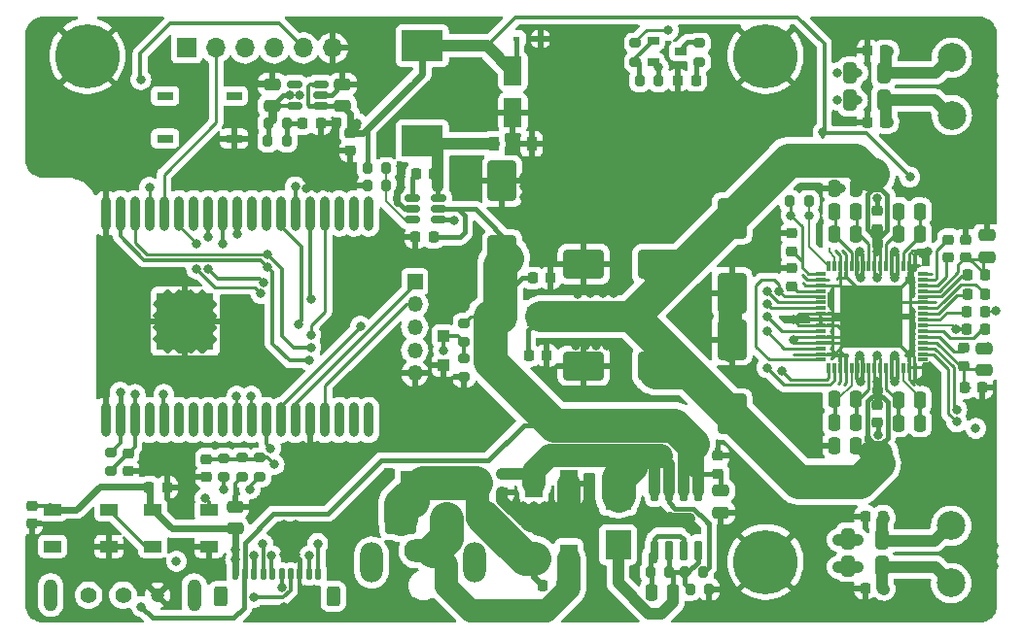
<source format=gbr>
G04 #@! TF.GenerationSoftware,KiCad,Pcbnew,(6.0.4-0)*
G04 #@! TF.CreationDate,2022-05-26T08:39:45+01:00*
G04 #@! TF.ProjectId,muVox,6d75566f-782e-46b6-9963-61645f706362,rev?*
G04 #@! TF.SameCoordinates,Original*
G04 #@! TF.FileFunction,Copper,L1,Top*
G04 #@! TF.FilePolarity,Positive*
%FSLAX46Y46*%
G04 Gerber Fmt 4.6, Leading zero omitted, Abs format (unit mm)*
G04 Created by KiCad (PCBNEW (6.0.4-0)) date 2022-05-26 08:39:45*
%MOMM*%
%LPD*%
G01*
G04 APERTURE LIST*
G04 Aperture macros list*
%AMRoundRect*
0 Rectangle with rounded corners*
0 $1 Rounding radius*
0 $2 $3 $4 $5 $6 $7 $8 $9 X,Y pos of 4 corners*
0 Add a 4 corners polygon primitive as box body*
4,1,4,$2,$3,$4,$5,$6,$7,$8,$9,$2,$3,0*
0 Add four circle primitives for the rounded corners*
1,1,$1+$1,$2,$3*
1,1,$1+$1,$4,$5*
1,1,$1+$1,$6,$7*
1,1,$1+$1,$8,$9*
0 Add four rect primitives between the rounded corners*
20,1,$1+$1,$2,$3,$4,$5,0*
20,1,$1+$1,$4,$5,$6,$7,0*
20,1,$1+$1,$6,$7,$8,$9,0*
20,1,$1+$1,$8,$9,$2,$3,0*%
G04 Aperture macros list end*
G04 #@! TA.AperFunction,SMDPad,CuDef*
%ADD10RoundRect,0.250000X-0.475000X0.250000X-0.475000X-0.250000X0.475000X-0.250000X0.475000X0.250000X0*%
G04 #@! TD*
G04 #@! TA.AperFunction,SMDPad,CuDef*
%ADD11RoundRect,0.225000X-0.225000X-0.250000X0.225000X-0.250000X0.225000X0.250000X-0.225000X0.250000X0*%
G04 #@! TD*
G04 #@! TA.AperFunction,SMDPad,CuDef*
%ADD12RoundRect,0.225000X-0.250000X0.225000X-0.250000X-0.225000X0.250000X-0.225000X0.250000X0.225000X0*%
G04 #@! TD*
G04 #@! TA.AperFunction,SMDPad,CuDef*
%ADD13RoundRect,0.250000X0.475000X-0.250000X0.475000X0.250000X-0.475000X0.250000X-0.475000X-0.250000X0*%
G04 #@! TD*
G04 #@! TA.AperFunction,SMDPad,CuDef*
%ADD14RoundRect,0.218750X-0.218750X-0.256250X0.218750X-0.256250X0.218750X0.256250X-0.218750X0.256250X0*%
G04 #@! TD*
G04 #@! TA.AperFunction,ComponentPad*
%ADD15R,4.000000X2.000000*%
G04 #@! TD*
G04 #@! TA.AperFunction,ComponentPad*
%ADD16O,3.300000X2.000000*%
G04 #@! TD*
G04 #@! TA.AperFunction,ComponentPad*
%ADD17O,2.000000X3.500000*%
G04 #@! TD*
G04 #@! TA.AperFunction,SMDPad,CuDef*
%ADD18R,1.498600X2.489200*%
G04 #@! TD*
G04 #@! TA.AperFunction,SMDPad,CuDef*
%ADD19RoundRect,0.150000X0.150000X-0.725000X0.150000X0.725000X-0.150000X0.725000X-0.150000X-0.725000X0*%
G04 #@! TD*
G04 #@! TA.AperFunction,SMDPad,CuDef*
%ADD20R,1.000000X0.700000*%
G04 #@! TD*
G04 #@! TA.AperFunction,SMDPad,CuDef*
%ADD21RoundRect,0.200000X-0.200000X-0.275000X0.200000X-0.275000X0.200000X0.275000X-0.200000X0.275000X0*%
G04 #@! TD*
G04 #@! TA.AperFunction,SMDPad,CuDef*
%ADD22RoundRect,0.200000X0.200000X0.275000X-0.200000X0.275000X-0.200000X-0.275000X0.200000X-0.275000X0*%
G04 #@! TD*
G04 #@! TA.AperFunction,SMDPad,CuDef*
%ADD23RoundRect,0.200000X0.275000X-0.200000X0.275000X0.200000X-0.275000X0.200000X-0.275000X-0.200000X0*%
G04 #@! TD*
G04 #@! TA.AperFunction,SMDPad,CuDef*
%ADD24R,1.450000X0.700000*%
G04 #@! TD*
G04 #@! TA.AperFunction,SMDPad,CuDef*
%ADD25RoundRect,0.150000X0.512500X0.150000X-0.512500X0.150000X-0.512500X-0.150000X0.512500X-0.150000X0*%
G04 #@! TD*
G04 #@! TA.AperFunction,SMDPad,CuDef*
%ADD26RoundRect,0.225000X0.225000X0.250000X-0.225000X0.250000X-0.225000X-0.250000X0.225000X-0.250000X0*%
G04 #@! TD*
G04 #@! TA.AperFunction,SMDPad,CuDef*
%ADD27RoundRect,0.250000X-0.550000X1.050000X-0.550000X-1.050000X0.550000X-1.050000X0.550000X1.050000X0*%
G04 #@! TD*
G04 #@! TA.AperFunction,SMDPad,CuDef*
%ADD28RoundRect,0.250000X1.000000X-1.500000X1.000000X1.500000X-1.000000X1.500000X-1.000000X-1.500000X0*%
G04 #@! TD*
G04 #@! TA.AperFunction,SMDPad,CuDef*
%ADD29R,0.900000X1.200000*%
G04 #@! TD*
G04 #@! TA.AperFunction,SMDPad,CuDef*
%ADD30R,3.600000X2.700000*%
G04 #@! TD*
G04 #@! TA.AperFunction,SMDPad,CuDef*
%ADD31RoundRect,0.150000X-0.512500X-0.150000X0.512500X-0.150000X0.512500X0.150000X-0.512500X0.150000X0*%
G04 #@! TD*
G04 #@! TA.AperFunction,SMDPad,CuDef*
%ADD32RoundRect,0.250000X0.250000X0.475000X-0.250000X0.475000X-0.250000X-0.475000X0.250000X-0.475000X0*%
G04 #@! TD*
G04 #@! TA.AperFunction,ComponentPad*
%ADD33R,1.350000X1.350000*%
G04 #@! TD*
G04 #@! TA.AperFunction,ComponentPad*
%ADD34O,1.350000X1.350000*%
G04 #@! TD*
G04 #@! TA.AperFunction,SMDPad,CuDef*
%ADD35RoundRect,0.225000X0.250000X-0.225000X0.250000X0.225000X-0.250000X0.225000X-0.250000X-0.225000X0*%
G04 #@! TD*
G04 #@! TA.AperFunction,ComponentPad*
%ADD36C,2.500000*%
G04 #@! TD*
G04 #@! TA.AperFunction,SMDPad,CuDef*
%ADD37R,1.000000X1.000000*%
G04 #@! TD*
G04 #@! TA.AperFunction,SMDPad,CuDef*
%ADD38RoundRect,0.200000X-0.275000X0.200000X-0.275000X-0.200000X0.275000X-0.200000X0.275000X0.200000X0*%
G04 #@! TD*
G04 #@! TA.AperFunction,SMDPad,CuDef*
%ADD39RoundRect,0.250000X1.500000X1.000000X-1.500000X1.000000X-1.500000X-1.000000X1.500000X-1.000000X0*%
G04 #@! TD*
G04 #@! TA.AperFunction,SMDPad,CuDef*
%ADD40RoundRect,0.250000X-0.325000X-0.650000X0.325000X-0.650000X0.325000X0.650000X-0.325000X0.650000X0*%
G04 #@! TD*
G04 #@! TA.AperFunction,ComponentPad*
%ADD41RoundRect,0.250001X-1.099999X-1.099999X1.099999X-1.099999X1.099999X1.099999X-1.099999X1.099999X0*%
G04 #@! TD*
G04 #@! TA.AperFunction,ComponentPad*
%ADD42C,2.700000*%
G04 #@! TD*
G04 #@! TA.AperFunction,ComponentPad*
%ADD43C,5.600000*%
G04 #@! TD*
G04 #@! TA.AperFunction,ComponentPad*
%ADD44R,1.700000X1.700000*%
G04 #@! TD*
G04 #@! TA.AperFunction,ComponentPad*
%ADD45O,1.700000X1.700000*%
G04 #@! TD*
G04 #@! TA.AperFunction,SMDPad,CuDef*
%ADD46RoundRect,0.075000X-0.075000X0.362500X-0.075000X-0.362500X0.075000X-0.362500X0.075000X0.362500X0*%
G04 #@! TD*
G04 #@! TA.AperFunction,SMDPad,CuDef*
%ADD47RoundRect,0.075000X-0.362500X0.075000X-0.362500X-0.075000X0.362500X-0.075000X0.362500X0.075000X0*%
G04 #@! TD*
G04 #@! TA.AperFunction,ComponentPad*
%ADD48C,0.500000*%
G04 #@! TD*
G04 #@! TA.AperFunction,SMDPad,CuDef*
%ADD49R,5.450000X5.450000*%
G04 #@! TD*
G04 #@! TA.AperFunction,SMDPad,CuDef*
%ADD50RoundRect,0.125000X-0.125000X-0.375000X0.125000X-0.375000X0.125000X0.375000X-0.125000X0.375000X0*%
G04 #@! TD*
G04 #@! TA.AperFunction,SMDPad,CuDef*
%ADD51RoundRect,0.250000X-0.350000X-0.600000X0.350000X-0.600000X0.350000X0.600000X-0.350000X0.600000X0*%
G04 #@! TD*
G04 #@! TA.AperFunction,SMDPad,CuDef*
%ADD52RoundRect,0.218750X0.218750X0.256250X-0.218750X0.256250X-0.218750X-0.256250X0.218750X-0.256250X0*%
G04 #@! TD*
G04 #@! TA.AperFunction,SMDPad,CuDef*
%ADD53R,1.500000X1.000000*%
G04 #@! TD*
G04 #@! TA.AperFunction,ComponentPad*
%ADD54C,1.400000*%
G04 #@! TD*
G04 #@! TA.AperFunction,ComponentPad*
%ADD55C,1.200000*%
G04 #@! TD*
G04 #@! TA.AperFunction,ComponentPad*
%ADD56O,1.208000X2.800000*%
G04 #@! TD*
G04 #@! TA.AperFunction,SMDPad,CuDef*
%ADD57R,2.300000X2.500000*%
G04 #@! TD*
G04 #@! TA.AperFunction,SMDPad,CuDef*
%ADD58RoundRect,0.250000X-1.000000X1.500000X-1.000000X-1.500000X1.000000X-1.500000X1.000000X1.500000X0*%
G04 #@! TD*
G04 #@! TA.AperFunction,SMDPad,CuDef*
%ADD59R,0.600000X0.450000*%
G04 #@! TD*
G04 #@! TA.AperFunction,SMDPad,CuDef*
%ADD60R,3.500000X1.800000*%
G04 #@! TD*
G04 #@! TA.AperFunction,SMDPad,CuDef*
%ADD61O,0.900000X3.000000*%
G04 #@! TD*
G04 #@! TA.AperFunction,ComponentPad*
%ADD62C,0.800000*%
G04 #@! TD*
G04 #@! TA.AperFunction,SMDPad,CuDef*
%ADD63R,5.000000X5.000000*%
G04 #@! TD*
G04 #@! TA.AperFunction,ViaPad*
%ADD64C,0.800000*%
G04 #@! TD*
G04 #@! TA.AperFunction,Conductor*
%ADD65C,2.000000*%
G04 #@! TD*
G04 #@! TA.AperFunction,Conductor*
%ADD66C,0.600000*%
G04 #@! TD*
G04 #@! TA.AperFunction,Conductor*
%ADD67C,0.250000*%
G04 #@! TD*
G04 #@! TA.AperFunction,Conductor*
%ADD68C,0.300000*%
G04 #@! TD*
G04 #@! TA.AperFunction,Conductor*
%ADD69C,1.000000*%
G04 #@! TD*
G04 #@! TA.AperFunction,Conductor*
%ADD70C,0.400000*%
G04 #@! TD*
G04 #@! TA.AperFunction,Conductor*
%ADD71C,0.200000*%
G04 #@! TD*
G04 #@! TA.AperFunction,Conductor*
%ADD72C,0.800000*%
G04 #@! TD*
G04 #@! TA.AperFunction,Conductor*
%ADD73C,3.000000*%
G04 #@! TD*
G04 #@! TA.AperFunction,Conductor*
%ADD74C,2.700000*%
G04 #@! TD*
G04 APERTURE END LIST*
D10*
X140719000Y-67967500D03*
X140719000Y-69867500D03*
X134569000Y-67950600D03*
X134569000Y-69850600D03*
D11*
X158153380Y-111700000D03*
X159703380Y-111700000D03*
D12*
X154678380Y-101956510D03*
X154678380Y-103506510D03*
X173392395Y-100350000D03*
X173392395Y-101900000D03*
D13*
X173642395Y-105300000D03*
X173642395Y-103400000D03*
D14*
X169899100Y-67614600D03*
X171474100Y-67614600D03*
D15*
X147742110Y-102652500D03*
D16*
X147742110Y-108652500D03*
D17*
X143242110Y-109652500D03*
X152242110Y-109652500D03*
D18*
X157400000Y-109310010D03*
X157400000Y-102807610D03*
X160400000Y-109310010D03*
X160400000Y-102807610D03*
D19*
X167848620Y-108583010D03*
X169118620Y-108583010D03*
X170388620Y-108583010D03*
X171658620Y-108583010D03*
X171658620Y-103433010D03*
X170388620Y-103433010D03*
X169118620Y-103433010D03*
X167848620Y-103433010D03*
D20*
X167750000Y-64150000D03*
X167750000Y-66050000D03*
X170150000Y-65100000D03*
D21*
X170475000Y-110514010D03*
X172125000Y-110514010D03*
D22*
X169150000Y-110500000D03*
X167500000Y-110500000D03*
X168223600Y-67665400D03*
X166573600Y-67665400D03*
D23*
X166216200Y-66026600D03*
X166216200Y-64376600D03*
X171804200Y-66026600D03*
X171804200Y-64376600D03*
D24*
X131258000Y-68988000D03*
X131258000Y-72688000D03*
X125258000Y-68988000D03*
X125258000Y-72688000D03*
D25*
X138787500Y-69850000D03*
X138787500Y-68900000D03*
X138787500Y-67950000D03*
X136512500Y-67950000D03*
X136512500Y-69850000D03*
D26*
X148684620Y-75782010D03*
X147134620Y-75782010D03*
D12*
X141400000Y-72225000D03*
X141400000Y-73775000D03*
D27*
X155529620Y-66822610D03*
X155529620Y-70422610D03*
D28*
X154615220Y-82891610D03*
X154615220Y-76391610D03*
D29*
X153879620Y-73165810D03*
X157179620Y-73165810D03*
D30*
X147655620Y-72906010D03*
X147655620Y-64606010D03*
D22*
X144518220Y-76823410D03*
X142868220Y-76823410D03*
D21*
X142868220Y-75299410D03*
X144518220Y-75299410D03*
D31*
X146772120Y-77880010D03*
X146772120Y-78830010D03*
X146772120Y-79780010D03*
X149047120Y-79780010D03*
X149047120Y-78830010D03*
X149047120Y-77880010D03*
D32*
X169500000Y-112263990D03*
X167600000Y-112263990D03*
D33*
X147000000Y-85150000D03*
D34*
X147000000Y-87150000D03*
X147000000Y-89150000D03*
X147000000Y-91150000D03*
X147000000Y-93150000D03*
D35*
X179820000Y-82515000D03*
X179820000Y-80965000D03*
D32*
X191000000Y-81050000D03*
X189100000Y-81050000D03*
D35*
X113647600Y-106260800D03*
X113647600Y-104710800D03*
D28*
X174620380Y-96715490D03*
X174620380Y-90215490D03*
D35*
X187260000Y-80555000D03*
X187260000Y-79005000D03*
D32*
X191000000Y-95500000D03*
X189100000Y-95500000D03*
D36*
X193700000Y-111450000D03*
X193700000Y-106450000D03*
D37*
X149500000Y-89925000D03*
X149500000Y-92425000D03*
D23*
X131950000Y-102175000D03*
X131950000Y-100525000D03*
D26*
X187775000Y-105650000D03*
X186225000Y-105650000D03*
D38*
X151300000Y-91850000D03*
X151300000Y-93500000D03*
D32*
X191000000Y-97500000D03*
X189100000Y-97500000D03*
D39*
X168200000Y-83650000D03*
X161700000Y-83650000D03*
D22*
X172625000Y-112000000D03*
X170975000Y-112000000D03*
D26*
X125422600Y-103110800D03*
X123872600Y-103110800D03*
X187770000Y-111890000D03*
X186220000Y-111890000D03*
D35*
X128850000Y-102175000D03*
X128850000Y-100625000D03*
D26*
X187975000Y-71290000D03*
X186425000Y-71290000D03*
D40*
X184700000Y-107580000D03*
X187650000Y-107580000D03*
D32*
X185400000Y-77010000D03*
X183500000Y-77010000D03*
D38*
X151300000Y-88800000D03*
X151300000Y-90450000D03*
X130400000Y-100550000D03*
X130400000Y-102200000D03*
D26*
X196395000Y-94430000D03*
X194845000Y-94430000D03*
D40*
X184695000Y-109940000D03*
X187645000Y-109940000D03*
D21*
X134200000Y-72900000D03*
X135850000Y-72900000D03*
D35*
X122050000Y-101675000D03*
X122050000Y-100125000D03*
D41*
X145800490Y-105850490D03*
D42*
X149760490Y-105850490D03*
D40*
X184900000Y-69350000D03*
X187850000Y-69350000D03*
D11*
X156950000Y-91600000D03*
X158500000Y-91600000D03*
D26*
X196635000Y-87760000D03*
X195085000Y-87760000D03*
D32*
X185400000Y-81050000D03*
X183500000Y-81050000D03*
D43*
X118500000Y-65500000D03*
D40*
X184900000Y-66975000D03*
X187850000Y-66975000D03*
D44*
X127150000Y-64800000D03*
D45*
X129690000Y-64800000D03*
X132230000Y-64800000D03*
X134770000Y-64800000D03*
X137310000Y-64800000D03*
X139850000Y-64800000D03*
D46*
X190531250Y-83793750D03*
X190031250Y-83793750D03*
X189531250Y-83793750D03*
X189031250Y-83793750D03*
X188531250Y-83793750D03*
X188031250Y-83793750D03*
X187531250Y-83793750D03*
X187031250Y-83793750D03*
X186531250Y-83793750D03*
X186031250Y-83793750D03*
X185531250Y-83793750D03*
X185031250Y-83793750D03*
X184531250Y-83793750D03*
X184031250Y-83793750D03*
X183531250Y-83793750D03*
X183031250Y-83793750D03*
D47*
X182343750Y-84481250D03*
X182343750Y-84981250D03*
X182343750Y-85481250D03*
X182343750Y-85981250D03*
X182343750Y-86481250D03*
X182343750Y-86981250D03*
X182343750Y-87481250D03*
X182343750Y-87981250D03*
X182343750Y-88481250D03*
X182343750Y-88981250D03*
X182343750Y-89481250D03*
X182343750Y-89981250D03*
X182343750Y-90481250D03*
X182343750Y-90981250D03*
X182343750Y-91481250D03*
X182343750Y-91981250D03*
D46*
X183031250Y-92668750D03*
X183531250Y-92668750D03*
X184031250Y-92668750D03*
X184531250Y-92668750D03*
X185031250Y-92668750D03*
X185531250Y-92668750D03*
X186031250Y-92668750D03*
X186531250Y-92668750D03*
X187031250Y-92668750D03*
X187531250Y-92668750D03*
X188031250Y-92668750D03*
X188531250Y-92668750D03*
X189031250Y-92668750D03*
X189531250Y-92668750D03*
X190031250Y-92668750D03*
X190531250Y-92668750D03*
D47*
X191218750Y-91981250D03*
X191218750Y-91481250D03*
X191218750Y-90981250D03*
X191218750Y-90481250D03*
X191218750Y-89981250D03*
X191218750Y-89481250D03*
X191218750Y-88981250D03*
X191218750Y-88481250D03*
X191218750Y-87981250D03*
X191218750Y-87481250D03*
X191218750Y-86981250D03*
X191218750Y-86481250D03*
X191218750Y-85981250D03*
X191218750Y-85481250D03*
X191218750Y-84981250D03*
X191218750Y-84481250D03*
D48*
X184342850Y-90669650D03*
X188051250Y-86961250D03*
X189219650Y-89501250D03*
X186781250Y-89501250D03*
X186781250Y-85792850D03*
X186781250Y-90669650D03*
X186781250Y-86961250D03*
X185612850Y-85792850D03*
X185612850Y-86961250D03*
X185612850Y-88231250D03*
X184342850Y-85792850D03*
D49*
X186781250Y-88231250D03*
D48*
X189219650Y-86961250D03*
X188051250Y-88231250D03*
X188051250Y-90669650D03*
X184342850Y-88231250D03*
X188051250Y-85792850D03*
X186781250Y-88231250D03*
X184342850Y-89501250D03*
X185612850Y-89501250D03*
X189219650Y-90669650D03*
X189219650Y-85792850D03*
X188051250Y-89501250D03*
X185612850Y-90669650D03*
X189219650Y-88231250D03*
X184342850Y-86961250D03*
D50*
X131400000Y-110650000D03*
X132200000Y-110650000D03*
X133000000Y-110650000D03*
X133800000Y-110650000D03*
X134600000Y-110650000D03*
X135400000Y-110650000D03*
X136200000Y-110650000D03*
X137000000Y-110650000D03*
X137800000Y-110650000D03*
X138600000Y-110650000D03*
D51*
X139900000Y-112600000D03*
X130100000Y-112600000D03*
D52*
X138800000Y-71400000D03*
X137225000Y-71400000D03*
D38*
X120550000Y-100050000D03*
X120550000Y-101700000D03*
D35*
X179820000Y-85555000D03*
X179820000Y-84005000D03*
D53*
X115475200Y-105050000D03*
X115475200Y-108250000D03*
X120375200Y-108250000D03*
X120375200Y-105050000D03*
D13*
X196790000Y-83040000D03*
X196790000Y-81140000D03*
D23*
X133500000Y-102175000D03*
X133500000Y-100525000D03*
D26*
X148625000Y-81300000D03*
X147075000Y-81300000D03*
D54*
X118600000Y-112500000D03*
X121600000Y-112500000D03*
D55*
X124600000Y-112500000D03*
D56*
X127800000Y-112500000D03*
X115300000Y-112500000D03*
D32*
X185400000Y-97450000D03*
X183500000Y-97450000D03*
D57*
X164700000Y-108100000D03*
X164700000Y-103800000D03*
D32*
X185400000Y-95400000D03*
X183500000Y-95400000D03*
D26*
X187975000Y-65030000D03*
X186425000Y-65030000D03*
D21*
X134225000Y-71400000D03*
X135875000Y-71400000D03*
X179665000Y-78160000D03*
X181315000Y-78160000D03*
D39*
X168200000Y-92500000D03*
X161700000Y-92500000D03*
D58*
X174620380Y-79657990D03*
X174620380Y-86157990D03*
D10*
X131350000Y-104800000D03*
X131350000Y-106700000D03*
D35*
X194800000Y-92510000D03*
X194800000Y-90960000D03*
D10*
X196540000Y-90970000D03*
X196540000Y-92870000D03*
D35*
X193460000Y-83045000D03*
X193460000Y-81495000D03*
D43*
X177550000Y-65500000D03*
D32*
X185400000Y-79050000D03*
X183500000Y-79050000D03*
D35*
X195000000Y-83060000D03*
X195000000Y-81510000D03*
D12*
X187290000Y-95935000D03*
X187290000Y-97485000D03*
D11*
X195140000Y-84550000D03*
X196690000Y-84550000D03*
D53*
X124200000Y-105050000D03*
X124200000Y-108250000D03*
X129100000Y-108250000D03*
X129100000Y-105050000D03*
D59*
X157950000Y-64000000D03*
X155850000Y-64000000D03*
D60*
X154050000Y-88200000D03*
X158450000Y-88200000D03*
D11*
X157250000Y-84850000D03*
X158800000Y-84850000D03*
D61*
X120090000Y-97231250D03*
X121360000Y-97231250D03*
X122630000Y-97231250D03*
X123900000Y-97231250D03*
X125170000Y-97231250D03*
X126440000Y-97231250D03*
X127710000Y-97231250D03*
X128980000Y-97231250D03*
X130250000Y-97231250D03*
X131520000Y-97231250D03*
X132790000Y-97231250D03*
X134060000Y-97231250D03*
X135330000Y-97231250D03*
X136600000Y-97231250D03*
X137900000Y-97231250D03*
X139170000Y-97231250D03*
X140440000Y-97231250D03*
X141710000Y-97231250D03*
X142980000Y-97231250D03*
X142980000Y-79231250D03*
X141710000Y-79231250D03*
X140440000Y-79231250D03*
X139170000Y-79231250D03*
X137900000Y-79231250D03*
X136600000Y-79201250D03*
X135330000Y-79201250D03*
X134060000Y-79201250D03*
X132790000Y-79201250D03*
X131520000Y-79201250D03*
X130250000Y-79201250D03*
X128980000Y-79201250D03*
X127710000Y-79201250D03*
X126440000Y-79201250D03*
X125170000Y-79201250D03*
X123900000Y-79201250D03*
X122630000Y-79201250D03*
X121360000Y-79201250D03*
X120090000Y-79201250D03*
D62*
X126000000Y-88631250D03*
X125000000Y-86631250D03*
X125000000Y-89631250D03*
X128000000Y-87631250D03*
X126000000Y-87631250D03*
X127000000Y-89631250D03*
X128000000Y-90631250D03*
X126000000Y-86631250D03*
X125000000Y-88631250D03*
X129000000Y-90631250D03*
X128000000Y-88631250D03*
X125000000Y-87631250D03*
X127000000Y-87631250D03*
D63*
X127010000Y-88631250D03*
D62*
X128000000Y-86631250D03*
X129000000Y-87631250D03*
X127000000Y-88631250D03*
X129000000Y-86631250D03*
X127000000Y-90631250D03*
X128000000Y-89631250D03*
X126000000Y-89631250D03*
X125000000Y-90631250D03*
X126000000Y-90631250D03*
X129000000Y-88631250D03*
X129000000Y-89631250D03*
X127000000Y-86631250D03*
D11*
X195075000Y-89280000D03*
X196625000Y-89280000D03*
D32*
X185400000Y-99460000D03*
X183500000Y-99460000D03*
D36*
X193750000Y-65650000D03*
X193750000Y-70650000D03*
D32*
X191000000Y-79050000D03*
X189100000Y-79050000D03*
D11*
X195100000Y-86240000D03*
X196650000Y-86240000D03*
D43*
X177550000Y-109600000D03*
D64*
X172446020Y-89421810D03*
X171557020Y-88558210D03*
X171557020Y-88558210D03*
X171557020Y-89421810D03*
X171557020Y-90336210D03*
X170642620Y-88558210D03*
X170642620Y-87669210D03*
X170642620Y-88558210D03*
X171582420Y-87669210D03*
X172446020Y-88558210D03*
X172446020Y-87669210D03*
X172446020Y-88558210D03*
X139400000Y-75196600D03*
X139400000Y-75196600D03*
X196500000Y-67203400D03*
X143050000Y-68053400D03*
X145776020Y-76925010D03*
X168250000Y-79100000D03*
X197400000Y-108200000D03*
X168250000Y-78200000D03*
X135650000Y-107189000D03*
X138500000Y-77000000D03*
X156550000Y-76003400D03*
X196500000Y-68103400D03*
X124407600Y-100550000D03*
X161950000Y-78203400D03*
X162850000Y-79100000D03*
X124407600Y-101550000D03*
X150150000Y-68153400D03*
X137600000Y-76100000D03*
X139400000Y-76996600D03*
X164650000Y-78203400D03*
X162850000Y-80000000D03*
X135607600Y-113550000D03*
X144850000Y-67150000D03*
X162800000Y-65600000D03*
X156550000Y-77803400D03*
X159178380Y-105603400D03*
X172446020Y-86780210D03*
X158278380Y-106503400D03*
X143950000Y-67153400D03*
X196300000Y-77710000D03*
X166450000Y-78203400D03*
X155578380Y-104753400D03*
X165550000Y-78200000D03*
X197400000Y-69000000D03*
X157450000Y-77803400D03*
X164622820Y-93485810D03*
X158350000Y-77800000D03*
X160978380Y-105553400D03*
X161219220Y-86229410D03*
X162311420Y-86204010D03*
X151050000Y-68153400D03*
X125296600Y-101550000D03*
X164650000Y-79103400D03*
X179939020Y-90234610D03*
X151950000Y-67250000D03*
X126211000Y-101550000D03*
X136650000Y-108992400D03*
X191700000Y-82550000D03*
X135650000Y-107189000D03*
X162850000Y-80000000D03*
X197400000Y-108200000D03*
X145776020Y-75985210D03*
X162800000Y-66500000D03*
X168250000Y-80000000D03*
X161950000Y-79103400D03*
X167350000Y-78203400D03*
X135650000Y-108992400D03*
X191350000Y-77500000D03*
X136650000Y-108103400D03*
X160078380Y-106500000D03*
X125296600Y-101550000D03*
X195600000Y-110003400D03*
X127100000Y-100550000D03*
X161900000Y-64703400D03*
X162800000Y-64700000D03*
X177223620Y-94654010D03*
X157378380Y-105650000D03*
X160978380Y-104653400D03*
X138500000Y-75200000D03*
X162800000Y-66500000D03*
X196880820Y-90844210D03*
X170896620Y-106008010D03*
X138300000Y-113550000D03*
X162800000Y-65600000D03*
X136650000Y-106300000D03*
X133050000Y-67850000D03*
X158278380Y-104703400D03*
X135650000Y-106300000D03*
X144850000Y-68050000D03*
X196500000Y-109103400D03*
X197400000Y-69000000D03*
X151050000Y-67253400D03*
X160078380Y-105600000D03*
X150150000Y-67253400D03*
X124407600Y-101550000D03*
X135650000Y-108103400D03*
X127100000Y-101550000D03*
X158350000Y-77800000D03*
X145801420Y-75096210D03*
X137600000Y-75200000D03*
X163683020Y-90742610D03*
X197400000Y-67200000D03*
X157378380Y-106550000D03*
X187270000Y-77890000D03*
X135607600Y-113550000D03*
X126211000Y-100550000D03*
X168250000Y-80000000D03*
X164622820Y-93485810D03*
X163750000Y-79103400D03*
X127100000Y-100550000D03*
X151950000Y-69050000D03*
X164622820Y-94374810D03*
X160990620Y-90742610D03*
X197400000Y-110000000D03*
X161900000Y-66503400D03*
X144850000Y-67150000D03*
X197550000Y-87700000D03*
X165550000Y-80000000D03*
X160078380Y-104700000D03*
X190250000Y-77500000D03*
X157378380Y-106550000D03*
X136650000Y-108103400D03*
X159178380Y-104703400D03*
X137411000Y-113550000D03*
X162850000Y-78200000D03*
X159178380Y-106503400D03*
X160078380Y-106500000D03*
X143950000Y-68053400D03*
X161879620Y-90742610D03*
X156478380Y-104753400D03*
X179939020Y-88482010D03*
X197400000Y-109100000D03*
X195600000Y-68103400D03*
X195600000Y-108203400D03*
X164343420Y-86204010D03*
X197400000Y-68100000D03*
X124407600Y-100550000D03*
X137411000Y-113550000D03*
X151950000Y-68150000D03*
X138500000Y-76100000D03*
X157378380Y-104750000D03*
X151050000Y-69053400D03*
X161879620Y-90742610D03*
X126211000Y-101550000D03*
X197400000Y-68100000D03*
X143050000Y-66253400D03*
X157450000Y-76003400D03*
X164622820Y-92571410D03*
X195600000Y-109103400D03*
X164622820Y-94374810D03*
X157378380Y-105650000D03*
X166450000Y-79103400D03*
X197400000Y-109100000D03*
X160990620Y-90742610D03*
X171582420Y-86780210D03*
X172446020Y-90336210D03*
X161000000Y-64703400D03*
X167350000Y-80003400D03*
X150150000Y-69053400D03*
X127100000Y-101550000D03*
X161950000Y-80003400D03*
X161050000Y-79103400D03*
X143050000Y-67153400D03*
X195600000Y-69003400D03*
X136650000Y-106300000D03*
X144850000Y-66250000D03*
X161050000Y-78203400D03*
X197400000Y-67200000D03*
X192850000Y-78100000D03*
X161900000Y-65603400D03*
X135650000Y-108992400D03*
X194500000Y-76160000D03*
X156550000Y-76903400D03*
X187304660Y-98504676D03*
X195400000Y-76960000D03*
X158350000Y-76000000D03*
X164622820Y-91682410D03*
X163352820Y-86204010D03*
X160978380Y-106453400D03*
X136650000Y-108992400D03*
X158350000Y-76900000D03*
X164650000Y-80003400D03*
X164622820Y-92571410D03*
X162794020Y-90742610D03*
X125296600Y-100550000D03*
X196500000Y-69003400D03*
X165550000Y-79100000D03*
X136650000Y-107189000D03*
X184100000Y-77000000D03*
X161878380Y-105553400D03*
X195600000Y-67203400D03*
X156478380Y-105653400D03*
X136496600Y-113550000D03*
X126211000Y-100550000D03*
X138300000Y-113550000D03*
X168250000Y-78200000D03*
X125296600Y-100550000D03*
X143950000Y-66253400D03*
X158350000Y-76900000D03*
X139400000Y-76096600D03*
X158278380Y-105603400D03*
X166450000Y-80003400D03*
X151950000Y-68150000D03*
X160078380Y-105600000D03*
X163750000Y-80003400D03*
X167350000Y-79103400D03*
X161000000Y-65603400D03*
X162800000Y-64700000D03*
X163683020Y-90742610D03*
X164622820Y-91682410D03*
X165550000Y-78200000D03*
X157378380Y-104750000D03*
X163750000Y-78203400D03*
X136496600Y-113550000D03*
X169499620Y-106008010D03*
X144850000Y-66250000D03*
X168229620Y-106008010D03*
X162794020Y-90742610D03*
X151950000Y-69050000D03*
X157450000Y-76903400D03*
X144850000Y-68050000D03*
X139400000Y-76996600D03*
X196500000Y-110003400D03*
X161000000Y-66503400D03*
X165550000Y-79100000D03*
X135650000Y-106300000D03*
X160078380Y-104700000D03*
X168250000Y-79100000D03*
X139400000Y-76096600D03*
X161878380Y-106453400D03*
X158350000Y-76000000D03*
X162850000Y-79100000D03*
X162850000Y-78200000D03*
X161878380Y-104653400D03*
X135650000Y-108103400D03*
X165550000Y-80000000D03*
X137600000Y-77000000D03*
X197400000Y-110000000D03*
X151950000Y-67250000D03*
X136650000Y-107189000D03*
X161050000Y-80003400D03*
X196500000Y-108203400D03*
X150450000Y-79850000D03*
X134750000Y-101100000D03*
X131400000Y-108500000D03*
X195842500Y-97957500D03*
X142000000Y-71350000D03*
X182544799Y-72150000D03*
X131400000Y-109400000D03*
X179761120Y-79388810D03*
X194150000Y-89300000D03*
X190100000Y-76050000D03*
X168200000Y-66450000D03*
X121350000Y-94800000D03*
X136095258Y-68875002D03*
X136931000Y-68889800D03*
X123150000Y-67550000D03*
X122650000Y-95000000D03*
X123200000Y-113500500D03*
X187254220Y-84799010D03*
X187279620Y-82513010D03*
X187279620Y-81522410D03*
X187254220Y-93892210D03*
X187529756Y-76450244D03*
X187279620Y-91606210D03*
X187254220Y-94781210D03*
X186870000Y-75790489D03*
X187323620Y-101004010D03*
X187390000Y-100120000D03*
X134550000Y-109050000D03*
X136849500Y-88884954D03*
X128750000Y-104049500D03*
X149500000Y-91150000D03*
X125150000Y-95000000D03*
X169050000Y-63250000D03*
X181336120Y-79388810D03*
X185781020Y-93892210D03*
X185755620Y-91580810D03*
X185560000Y-107680000D03*
X183880000Y-107690000D03*
X185755620Y-82554010D03*
X185781020Y-84824410D03*
X183800000Y-69350000D03*
X185550000Y-69350000D03*
X188752820Y-91580810D03*
X183880000Y-110060000D03*
X188778220Y-93892210D03*
X185560000Y-110060000D03*
X188752820Y-82554010D03*
X188778220Y-84824410D03*
X185560000Y-66950000D03*
X183790000Y-66950000D03*
X132999500Y-109050000D03*
X134457294Y-99705731D03*
X133749500Y-108000000D03*
X137954977Y-86704977D03*
X135400000Y-111800000D03*
X132950000Y-112700000D03*
X130300000Y-81850000D03*
X137800000Y-109050000D03*
X177678420Y-89498010D03*
X137850000Y-92050000D03*
X134200000Y-83900000D03*
X134150000Y-82800000D03*
X137950000Y-90900000D03*
X138550000Y-108000000D03*
X177678420Y-88202610D03*
X123900000Y-76950000D03*
X136600000Y-76900000D03*
X126250000Y-109550000D03*
X130350000Y-103300000D03*
X194188420Y-97397410D03*
X194188420Y-96330610D03*
X142262701Y-89062701D03*
X137950000Y-89800000D03*
X132650000Y-103250000D03*
X131500000Y-95150000D03*
X177703820Y-85992810D03*
X132750000Y-95150000D03*
X177678420Y-87110410D03*
X178719820Y-85992810D03*
X131550000Y-81050000D03*
X129000000Y-84024020D03*
X133828925Y-85227067D03*
X178952528Y-92948301D03*
X129000000Y-81300000D03*
X128000000Y-81850000D03*
X133600000Y-86200000D03*
X177656432Y-92677511D03*
X128000964Y-84054555D03*
D65*
X160448000Y-106008010D02*
X159432000Y-106008010D01*
D66*
X145776020Y-76925010D02*
X145776020Y-75121610D01*
D67*
X182334120Y-89978010D02*
X180195620Y-89978010D01*
X185021620Y-89978010D02*
X186771620Y-88228010D01*
X190521620Y-83790510D02*
X190521620Y-82725410D01*
X184021620Y-93900420D02*
X183971630Y-93950410D01*
X189496619Y-85503011D02*
X189246620Y-85753010D01*
X184021620Y-92665510D02*
X184021620Y-93900420D01*
D68*
X131350000Y-102775000D02*
X131350000Y-104800000D01*
D67*
X184021620Y-92665510D02*
X184021620Y-90978010D01*
D69*
X161972000Y-106008010D02*
X161718000Y-105754010D01*
D67*
X182334120Y-91478010D02*
X179963220Y-91478010D01*
D66*
X145776020Y-75121610D02*
X145801420Y-75096210D01*
D70*
X139719400Y-68900000D02*
X140639400Y-67980000D01*
X137000000Y-110050000D02*
X137000000Y-109342400D01*
D67*
X184521620Y-83790510D02*
X184521620Y-84740510D01*
X190021620Y-93662410D02*
X190251420Y-93892210D01*
X184521620Y-91773410D02*
X184521620Y-91715510D01*
X180443020Y-87978010D02*
X179939020Y-88482010D01*
X190021620Y-83790510D02*
X190021620Y-84978010D01*
D70*
X137000000Y-109342400D02*
X136650000Y-108992400D01*
D65*
X174500000Y-91218000D02*
X174500000Y-87050000D01*
D67*
X174579620Y-90260010D02*
X172446020Y-90260010D01*
X182334120Y-85478010D02*
X181114220Y-85478010D01*
D69*
X170896620Y-105854019D02*
X170742629Y-106008010D01*
D67*
X183971630Y-93950410D02*
X183851325Y-94070715D01*
D69*
X169291823Y-105854019D02*
X170896620Y-105854019D01*
D70*
X138750000Y-68900000D02*
X139719400Y-68900000D01*
D67*
X184049134Y-91243024D02*
X184049134Y-90950496D01*
X184521620Y-92665510D02*
X184521620Y-93856210D01*
X182334120Y-90478010D02*
X180182420Y-90478010D01*
X184521620Y-91715510D02*
X184049134Y-91243024D01*
D68*
X131950000Y-102175000D02*
X131350000Y-102775000D01*
D66*
X145423620Y-78276160D02*
X145423620Y-77277410D01*
D67*
X190521620Y-83790510D02*
X190300910Y-84011220D01*
X190300910Y-84698720D02*
X189496619Y-85503011D01*
X182334120Y-85478010D02*
X184021620Y-85478010D01*
X190521620Y-92665510D02*
X190521620Y-93203010D01*
D66*
X145423620Y-77277410D02*
X145776020Y-76925010D01*
D67*
X190251420Y-93892210D02*
X190505420Y-94146210D01*
X184521620Y-82803010D02*
X184180820Y-82462210D01*
X184046620Y-87978010D02*
X184296620Y-88228010D01*
D68*
X134565800Y-67850000D02*
X134721200Y-68005400D01*
D71*
X196315000Y-87760000D02*
X197490000Y-87760000D01*
D70*
X187270000Y-78995000D02*
X187260000Y-79005000D01*
D67*
X184521620Y-92665510D02*
X184521620Y-91773410D01*
D71*
X197490000Y-87760000D02*
X197550000Y-87700000D01*
D70*
X173392395Y-100350000D02*
X173007605Y-100350000D01*
D67*
X184521620Y-93856210D02*
X184521620Y-94008610D01*
X183521620Y-91478010D02*
X184049134Y-90950496D01*
X190021620Y-84978010D02*
X189246620Y-85753010D01*
X184521620Y-94008610D02*
X184358620Y-94171610D01*
X182334120Y-90478010D02*
X184071620Y-90478010D01*
X190021620Y-92665510D02*
X190021620Y-91478010D01*
D69*
X169191814Y-105754010D02*
X169291823Y-105854019D01*
D67*
X181114220Y-85478010D02*
X180996200Y-85478010D01*
X188021620Y-86978010D02*
X186771620Y-88228010D01*
D68*
X137000000Y-110650000D02*
X137000000Y-110050000D01*
D67*
X190021620Y-92665510D02*
X190021620Y-93662410D01*
X182334120Y-89978010D02*
X185021620Y-89978010D01*
X190021620Y-91478010D02*
X189246620Y-90703010D01*
X190530820Y-93212210D02*
X190530820Y-93663610D01*
D68*
X137000000Y-110650000D02*
X137000000Y-113046600D01*
D67*
X190021620Y-82769620D02*
X190315625Y-82475615D01*
X183809120Y-88978010D02*
X184296620Y-89465510D01*
X191209120Y-86978010D02*
X192303420Y-86978010D01*
X190446610Y-91718702D02*
X190446610Y-92218702D01*
X182334120Y-87978010D02*
X184046620Y-87978010D01*
X190021620Y-83790510D02*
X190021620Y-82769620D01*
X184021620Y-83790510D02*
X184021620Y-82912610D01*
X190521620Y-93203010D02*
X190530820Y-93212210D01*
X180435020Y-88978010D02*
X179939020Y-88482010D01*
X184521620Y-93856210D02*
X184521620Y-93957810D01*
D70*
X187304660Y-97499660D02*
X187290000Y-97485000D01*
D68*
X137000000Y-113046600D02*
X136496600Y-113550000D01*
D67*
X190784820Y-93917610D02*
X190988020Y-94120810D01*
D68*
X133050000Y-67850000D02*
X134565800Y-67850000D01*
D67*
X182334120Y-91478010D02*
X183521620Y-91478010D01*
X184021620Y-90978010D02*
X184296620Y-90703010D01*
X184071620Y-90478010D02*
X184296620Y-90703010D01*
X190300910Y-84011220D02*
X190300910Y-84698720D01*
X184521620Y-84740510D02*
X185534120Y-85753010D01*
X184049134Y-90950496D02*
X186771620Y-88228010D01*
X190315625Y-82475615D02*
X190976025Y-82475615D01*
D65*
X160400000Y-103961512D02*
X160448000Y-104009512D01*
D67*
X182334120Y-88478010D02*
X179943020Y-88478010D01*
D70*
X145776020Y-77236130D02*
X145764060Y-77248090D01*
X146119570Y-78830010D02*
X145261995Y-77972435D01*
D67*
X180195620Y-89978010D02*
X179939020Y-90234610D01*
D69*
X154606000Y-104210010D02*
X156404000Y-106008010D01*
D67*
X182334120Y-88978010D02*
X183809120Y-88978010D01*
X190205918Y-91478010D02*
X190446610Y-91718702D01*
X184046620Y-88478010D02*
X184296620Y-88228010D01*
X190530820Y-93663610D02*
X190784820Y-93917610D01*
X184021620Y-82912610D02*
X183596620Y-82487610D01*
X190521620Y-82725410D02*
X190759420Y-82487610D01*
D70*
X145776020Y-75248610D02*
X145776020Y-77236130D01*
D65*
X160448000Y-106008010D02*
X160448000Y-106008010D01*
D67*
X184021620Y-83790510D02*
X184021620Y-85478010D01*
X182334120Y-87978010D02*
X180443020Y-87978010D01*
X182334120Y-88478010D02*
X184046620Y-88478010D01*
X191209120Y-86978010D02*
X188021620Y-86978010D01*
D70*
X187304660Y-98504676D02*
X187304660Y-97499660D01*
D67*
X184521620Y-83790510D02*
X184521620Y-82803010D01*
X179943020Y-88478010D02*
X179939020Y-88482010D01*
D70*
X187270000Y-77890000D02*
X187270000Y-78995000D01*
D67*
X180946210Y-85428020D02*
X180788510Y-85270320D01*
D65*
X159432000Y-106008010D02*
X157146000Y-106008010D01*
X159432000Y-106008010D02*
X161718000Y-106008010D01*
D67*
X180182420Y-90478010D02*
X179939020Y-90234610D01*
X182334120Y-88978010D02*
X180435020Y-88978010D01*
X184021620Y-85478010D02*
X184296620Y-85753010D01*
D69*
X154606000Y-103519010D02*
X154606000Y-104210010D01*
D65*
X160400000Y-102807610D02*
X160400000Y-103961512D01*
D67*
X190021620Y-91478010D02*
X190205918Y-91478010D01*
D71*
X145801420Y-77433010D02*
X145261995Y-77972435D01*
D67*
X180996200Y-85478010D02*
X180946210Y-85428020D01*
D69*
X170742629Y-106008010D02*
X168229620Y-106008010D01*
D65*
X160448000Y-104009512D02*
X160448000Y-106008010D01*
D71*
X145801420Y-75096210D02*
X145801420Y-77433010D01*
D70*
X149047120Y-79780010D02*
X150380010Y-79780010D01*
D68*
X128850000Y-100625000D02*
X133400000Y-100625000D01*
D70*
X150380010Y-79780010D02*
X150450000Y-79850000D01*
D68*
X133400000Y-100625000D02*
X133500000Y-100525000D01*
X134750000Y-101100000D02*
X134175000Y-100525000D01*
X134175000Y-100525000D02*
X133500000Y-100525000D01*
D66*
X117531200Y-105050000D02*
X119588800Y-102992400D01*
D68*
X137691451Y-68178149D02*
X137691451Y-69721451D01*
D70*
X140639400Y-69855000D02*
X138755000Y-69855000D01*
D69*
X153265620Y-64606010D02*
X155529620Y-66870010D01*
D67*
X180726420Y-80354110D02*
X179761120Y-79388810D01*
D70*
X142931220Y-75299210D02*
X142931220Y-71768810D01*
D66*
X141400000Y-72225000D02*
X141400000Y-70548500D01*
X131400000Y-109400000D02*
X131400000Y-110650000D01*
D68*
X137691451Y-69721451D02*
X137820000Y-69850000D01*
D70*
X137820000Y-69850000D02*
X138750000Y-69850000D01*
X142931220Y-71768810D02*
X147655620Y-67044410D01*
D66*
X131350000Y-106700000D02*
X125850000Y-106700000D01*
X115169200Y-104744000D02*
X115475200Y-105050000D01*
D68*
X194150000Y-89300000D02*
X194735000Y-89300000D01*
D66*
X142000000Y-71350000D02*
X142000000Y-71625000D01*
X131400000Y-108500000D02*
X131400000Y-106750000D01*
X142475030Y-72225000D02*
X146925015Y-67775015D01*
X115475200Y-105050000D02*
X117531200Y-105050000D01*
X146925015Y-67775015D02*
X147655620Y-67044410D01*
D68*
X194735000Y-89300000D02*
X194755000Y-89280000D01*
D67*
X181927220Y-84468810D02*
X181259820Y-84468810D01*
D66*
X131400000Y-109400000D02*
X131400000Y-108500000D01*
D68*
X182650000Y-64400000D02*
X180350000Y-62100000D01*
D67*
X180726420Y-83376710D02*
X179812020Y-82462310D01*
D68*
X113647600Y-104710800D02*
X115136000Y-104710800D01*
D70*
X138755000Y-69855000D02*
X138750000Y-69850000D01*
D68*
X138787500Y-67950000D02*
X137919600Y-67950000D01*
D70*
X155850000Y-64000000D02*
X155850000Y-66502230D01*
X155850000Y-66502230D02*
X155529620Y-66822610D01*
D69*
X147655620Y-64606010D02*
X153265620Y-64606010D01*
D67*
X180726420Y-83935410D02*
X180726420Y-80354110D01*
X179761020Y-77864810D02*
X179761020Y-79388710D01*
D70*
X138750000Y-67950000D02*
X138124998Y-67950000D01*
D68*
X155771630Y-62100000D02*
X153265620Y-64606010D01*
D66*
X123893800Y-104743800D02*
X124200000Y-105050000D01*
X119588800Y-102992400D02*
X123893800Y-102992400D01*
D68*
X182544799Y-72150000D02*
X182644799Y-72250000D01*
D67*
X181259820Y-84468810D02*
X180726420Y-83935410D01*
D66*
X147655620Y-67044410D02*
X147655620Y-64606010D01*
D67*
X180726420Y-83935410D02*
X180726420Y-83376710D01*
D68*
X115136000Y-104710800D02*
X115475200Y-105050000D01*
D66*
X141400000Y-72225000D02*
X142475030Y-72225000D01*
D71*
X193831250Y-88981250D02*
X191218750Y-88981250D01*
D66*
X142000000Y-71625000D02*
X141400000Y-72225000D01*
D68*
X182650000Y-72044799D02*
X182650000Y-64400000D01*
D71*
X194150000Y-89300000D02*
X193831250Y-88981250D01*
D66*
X125850000Y-106700000D02*
X124200000Y-105050000D01*
X123893800Y-102992400D02*
X123893800Y-104743800D01*
D67*
X181936420Y-84478010D02*
X181927220Y-84468810D01*
X182334120Y-84478010D02*
X181936420Y-84478010D01*
X179761020Y-79388710D02*
X179761120Y-79388810D01*
D68*
X137919600Y-67950000D02*
X137691451Y-68178149D01*
X186300000Y-72250000D02*
X190100000Y-76050000D01*
X182544799Y-72150000D02*
X182544799Y-72555201D01*
X182644799Y-72250000D02*
X186300000Y-72250000D01*
X180350000Y-62100000D02*
X155771630Y-62100000D01*
D66*
X131400000Y-106750000D02*
X131350000Y-106700000D01*
X141400000Y-70548500D02*
X140719000Y-69867500D01*
D68*
X182544799Y-72150000D02*
X182650000Y-72044799D01*
D70*
X136095258Y-68875002D02*
X135544598Y-68875002D01*
D68*
X120550000Y-100050000D02*
X121360000Y-99240000D01*
D70*
X121350000Y-97221250D02*
X121360000Y-97231250D01*
D68*
X136512500Y-69850000D02*
X134569600Y-69850000D01*
D70*
X121350000Y-94800000D02*
X121350000Y-97221250D01*
X168223600Y-67665400D02*
X168223600Y-66473600D01*
X134225000Y-71400000D02*
X134225000Y-72875000D01*
X168223600Y-66473600D02*
X168200000Y-66450000D01*
X135544598Y-68875002D02*
X134569000Y-69850600D01*
D68*
X121360000Y-99240000D02*
X121360000Y-97231250D01*
X134569600Y-69850000D02*
X134569000Y-69850600D01*
D72*
X134569000Y-69850600D02*
X134569000Y-70994000D01*
D70*
X134225000Y-72875000D02*
X134200000Y-72900000D01*
X149009620Y-77880010D02*
X149009620Y-76841010D01*
D69*
X147655620Y-72906010D02*
X148105620Y-72906010D01*
X147915420Y-73165810D02*
X147655620Y-72906010D01*
D70*
X149009620Y-76094510D02*
X148697120Y-75782010D01*
X149009620Y-76841010D02*
X149009620Y-76094510D01*
D69*
X149009620Y-73810010D02*
X149009620Y-76841010D01*
X153879620Y-73165810D02*
X147915420Y-73165810D01*
X148105620Y-72906010D02*
X149009620Y-73810010D01*
D70*
X146809620Y-76094510D02*
X147122120Y-75782010D01*
X146809620Y-77880010D02*
X146809620Y-76094510D01*
X168148630Y-107308000D02*
X167848620Y-107608010D01*
X167500000Y-108931630D02*
X167848620Y-108583010D01*
X167848620Y-108583010D02*
X167848620Y-109462510D01*
X167848620Y-107608010D02*
X167848620Y-108583010D01*
X170088610Y-107308000D02*
X168148630Y-107308000D01*
X167600000Y-110600000D02*
X167500000Y-110500000D01*
X170388620Y-108583010D02*
X170388620Y-107608010D01*
X167600000Y-112263990D02*
X167600000Y-110600000D01*
X167500000Y-110500000D02*
X167500000Y-108931630D01*
X170388620Y-107608010D02*
X170088610Y-107308000D01*
D68*
X122650000Y-95000000D02*
X122650000Y-97211250D01*
X123100000Y-65250000D02*
X123100000Y-67500000D01*
X137310000Y-64800000D02*
X135160000Y-62650000D01*
X122630000Y-97231250D02*
X122630000Y-99545000D01*
X135160000Y-62650000D02*
X128000000Y-62650000D01*
X120550000Y-101625000D02*
X122050000Y-100125000D01*
X123100000Y-67500000D02*
X123150000Y-67550000D01*
X125700000Y-62650000D02*
X123100000Y-65250000D01*
X128000000Y-62650000D02*
X125700000Y-62650000D01*
X122630000Y-99545000D02*
X122050000Y-100125000D01*
X120550000Y-101700000D02*
X120550000Y-101625000D01*
X122650000Y-97211250D02*
X122630000Y-97231250D01*
D73*
X145800490Y-105850490D02*
X145800490Y-104594120D01*
X145800490Y-104594120D02*
X146793088Y-103601522D01*
D65*
X152460010Y-105860010D02*
X154938390Y-108338390D01*
X152460010Y-102860010D02*
X152460010Y-105860010D01*
D73*
X146793088Y-103601522D02*
X146793088Y-104293088D01*
X147742110Y-102652500D02*
X149290110Y-102652500D01*
X147742110Y-102652500D02*
X147743640Y-102650970D01*
X147743640Y-102650970D02*
X152250970Y-102650970D01*
D65*
X152250970Y-102650970D02*
X152460010Y-102860010D01*
D73*
X156595408Y-109310010D02*
X152960010Y-105674612D01*
D66*
X157400000Y-110946620D02*
X158153380Y-111700000D01*
D73*
X157400000Y-109310010D02*
X156595408Y-109310010D01*
D66*
X157400000Y-109310010D02*
X157400000Y-110946620D01*
D67*
X188021620Y-83714310D02*
X188021620Y-81847210D01*
X188021620Y-81847210D02*
X189083020Y-80785810D01*
X189085320Y-81189910D02*
X189087620Y-81192210D01*
X189085320Y-79236410D02*
X189085320Y-81189910D01*
X190962620Y-79238710D02*
X190960320Y-79236410D01*
X190962620Y-81192210D02*
X190962620Y-79238710D01*
X189521620Y-82633210D02*
X190962620Y-81192210D01*
X189521620Y-83790510D02*
X189521620Y-82633210D01*
X180279720Y-85978010D02*
X179812020Y-85510310D01*
X182334120Y-85978010D02*
X180279720Y-85978010D01*
D65*
X160400000Y-109310010D02*
X160400000Y-111942955D01*
D73*
X149760490Y-107489510D02*
X148600000Y-108650000D01*
D65*
X158492955Y-113850000D02*
X151871913Y-113850000D01*
D73*
X149760490Y-105850490D02*
X149760490Y-107489510D01*
D65*
X149791631Y-109841631D02*
X149791631Y-111769718D01*
X151871913Y-113850000D02*
X149791631Y-111769718D01*
X160400000Y-111942955D02*
X158492955Y-113850000D01*
X148600000Y-108650000D02*
X149791631Y-109841631D01*
D69*
X169118620Y-101817010D02*
X169118620Y-101055010D01*
D70*
X172600000Y-110039010D02*
X172125000Y-110514010D01*
D65*
X157400000Y-101653708D02*
X157400000Y-102807610D01*
D73*
X165836991Y-101163009D02*
X165836991Y-100862520D01*
D70*
X171280621Y-104954009D02*
X172314121Y-105987509D01*
D73*
X164700000Y-102300000D02*
X165836991Y-101163009D01*
D69*
X169118620Y-101055010D02*
X168483620Y-100420010D01*
D70*
X169118620Y-103433010D02*
X169118620Y-104408010D01*
D69*
X169118620Y-103433010D02*
X169118620Y-101817010D01*
X167848620Y-101055010D02*
X168483620Y-100420010D01*
D73*
X164700000Y-103800000D02*
X164700000Y-102300000D01*
D65*
X168483620Y-100420010D02*
X168426619Y-100363009D01*
D69*
X156536400Y-101944010D02*
X157400000Y-102807610D01*
D70*
X169664619Y-104954009D02*
X171280621Y-104954009D01*
X172600000Y-106273388D02*
X172600000Y-110039010D01*
D65*
X168426619Y-100363009D02*
X158690699Y-100363009D01*
D69*
X154606000Y-101944010D02*
X156536400Y-101944010D01*
D70*
X169118620Y-104408010D02*
X169664619Y-104954009D01*
X172314121Y-105987509D02*
X172547620Y-106221008D01*
D69*
X167848620Y-103433010D02*
X167848620Y-101055010D01*
D70*
X172314121Y-105987509D02*
X172600000Y-106273388D01*
D65*
X158690699Y-100363009D02*
X157400000Y-101653708D01*
D67*
X194692320Y-84697410D02*
X195229820Y-84697410D01*
X194584020Y-84697410D02*
X194692320Y-84697410D01*
X192803420Y-86478010D02*
X194584020Y-84697410D01*
X191209120Y-86478010D02*
X192803420Y-86478010D01*
X186512220Y-83739710D02*
X186512220Y-81872610D01*
X186512220Y-81872610D02*
X185450820Y-80811210D01*
X185473920Y-81166810D02*
X185473920Y-79213310D01*
X185473920Y-79213310D02*
X185471620Y-79211010D01*
X192425120Y-90478010D02*
X194772620Y-92825510D01*
X194823520Y-92774610D02*
X194772620Y-92825510D01*
X196550620Y-92774610D02*
X194823520Y-92774610D01*
X194800000Y-93950000D02*
X195260000Y-94410000D01*
X191209120Y-90478010D02*
X192425120Y-90478010D01*
X194800000Y-92510000D02*
X194800000Y-93950000D01*
X183596620Y-79211010D02*
X183596620Y-81164510D01*
X183596620Y-81164510D02*
X183598920Y-81166810D01*
X185021620Y-82589510D02*
X183598920Y-81166810D01*
X185021620Y-83790510D02*
X185021620Y-82589510D01*
X191209120Y-85978010D02*
X192667010Y-85978010D01*
X194290020Y-84355000D02*
X194290020Y-83681410D01*
X194772620Y-83198810D02*
X196469820Y-83198810D01*
X195306220Y-83198810D02*
X194772620Y-83198810D01*
X196469820Y-83198810D02*
X196525220Y-83143410D01*
X196525220Y-84417810D02*
X196804820Y-84697410D01*
X196525220Y-83143410D02*
X196525220Y-84417810D01*
X192667010Y-85978010D02*
X194290020Y-84355000D01*
X194290020Y-83681410D02*
X194772620Y-83198810D01*
X196804820Y-84697410D02*
X195306220Y-83198810D01*
X192625400Y-85383210D02*
X193248620Y-84759990D01*
X192613620Y-85383210D02*
X192625400Y-85383210D01*
X191209120Y-85478010D02*
X192518820Y-85478010D01*
X193248620Y-84759990D02*
X193248620Y-83198810D01*
X192518820Y-85478010D02*
X192613620Y-85383210D01*
X192448610Y-84837020D02*
X192307620Y-84978010D01*
X191209120Y-84978010D02*
X192307620Y-84978010D01*
X192448610Y-82423820D02*
X192448610Y-84837020D01*
X193248620Y-81623810D02*
X192448610Y-82423820D01*
X188021620Y-92665510D02*
X188021620Y-94532610D01*
D68*
X189083020Y-95238410D02*
X189083020Y-97194210D01*
D67*
X188021620Y-94532610D02*
X189083020Y-95594010D01*
D70*
X124199500Y-114500000D02*
X123200000Y-113500500D01*
X173392395Y-101900000D02*
X171616280Y-101900000D01*
X150769990Y-78830010D02*
X152280010Y-78830010D01*
X151350000Y-80850000D02*
X150900000Y-81300000D01*
X149047120Y-78830010D02*
X150769990Y-78830010D01*
X132150489Y-110699511D02*
X132150489Y-113599511D01*
X148625000Y-81300000D02*
X150900000Y-81300000D01*
D73*
X154431620Y-88228010D02*
X154431620Y-86977610D01*
D70*
X173642395Y-103400000D02*
X173642395Y-102150000D01*
X131250000Y-114500000D02*
X124199500Y-114500000D01*
D73*
X153583620Y-88228010D02*
X153583620Y-92128010D01*
D70*
X132150489Y-113599511D02*
X131250000Y-114500000D01*
X156875720Y-84849810D02*
X156338220Y-84849810D01*
D73*
X154431620Y-83686010D02*
X155021620Y-83096010D01*
D69*
X171658620Y-103433010D02*
X171658620Y-100547010D01*
X171658620Y-100547010D02*
X171658620Y-99777312D01*
D67*
X154050000Y-88200000D02*
X151900000Y-88200000D01*
D73*
X154431620Y-86977610D02*
X154431620Y-83686010D01*
D70*
X173642395Y-102150000D02*
X173392395Y-101900000D01*
D67*
X151900000Y-88200000D02*
X151300000Y-88800000D01*
D70*
X171616280Y-101900000D02*
X171183140Y-101466860D01*
D69*
X171183140Y-101466860D02*
X171183140Y-101716860D01*
D70*
X152280010Y-78830010D02*
X153350000Y-79900000D01*
D69*
X171658620Y-100547010D02*
X170388620Y-100547010D01*
D70*
X156338220Y-84849810D02*
X154431620Y-86756410D01*
D69*
X170388620Y-103433010D02*
X170388620Y-100547010D01*
D70*
X159118609Y-97662999D02*
X156487001Y-97662999D01*
D69*
X171658620Y-99777312D02*
X171183140Y-99301832D01*
D73*
X169545000Y-97663000D02*
X169545000Y-97663692D01*
D70*
X154615220Y-81165220D02*
X154615220Y-82891610D01*
D73*
X169545000Y-97663692D02*
X171183140Y-99301832D01*
X153583620Y-92128010D02*
X159118609Y-97662999D01*
D70*
X132200000Y-107900000D02*
X132200000Y-110650000D01*
X132200000Y-110650000D02*
X132150489Y-110699511D01*
X144050000Y-100750000D02*
X139400000Y-105400000D01*
X153400000Y-100750000D02*
X144050000Y-100750000D01*
D73*
X159118609Y-97662999D02*
X169545000Y-97663000D01*
D70*
X134700000Y-105400000D02*
X132200000Y-107900000D01*
X139400000Y-105400000D02*
X134700000Y-105400000D01*
X154431620Y-86756410D02*
X154431620Y-86977610D01*
D69*
X170388620Y-100547010D02*
X170388620Y-100096352D01*
D70*
X156487001Y-97662999D02*
X153400000Y-100750000D01*
D69*
X170388620Y-100096352D02*
X171183140Y-99301832D01*
X171183140Y-99301832D02*
X171183140Y-101466860D01*
D70*
X153350000Y-79900000D02*
X154615220Y-81165220D01*
X150769990Y-78830010D02*
X151350000Y-79410020D01*
X151350000Y-79410020D02*
X151350000Y-80850000D01*
D67*
X191209120Y-87978010D02*
X192576240Y-87978010D01*
X194231240Y-86323010D02*
X194692320Y-86323010D01*
X192576240Y-87978010D02*
X194231240Y-86323010D01*
X194518532Y-85400000D02*
X195850000Y-85400000D01*
X192435897Y-87481250D02*
X193000000Y-86917147D01*
X193001385Y-86917147D02*
X194518532Y-85400000D01*
X195850000Y-85400000D02*
X196650000Y-86200000D01*
X196650000Y-86200000D02*
X196650000Y-86240000D01*
X193000000Y-86917147D02*
X193001385Y-86917147D01*
X191218750Y-87481250D02*
X192435897Y-87481250D01*
X193343650Y-87847010D02*
X194677990Y-87847010D01*
X191209120Y-88478010D02*
X192712650Y-88478010D01*
X192712650Y-88478010D02*
X193343650Y-87847010D01*
X194677990Y-87847010D02*
X194765000Y-87760000D01*
X193629520Y-90099520D02*
X195600480Y-90099520D01*
X195600480Y-90099520D02*
X196225000Y-89475000D01*
X191218750Y-89481250D02*
X193011250Y-89481250D01*
X193011250Y-89481250D02*
X193629520Y-90099520D01*
X196225000Y-89475000D02*
X196225000Y-89300000D01*
D69*
X187663620Y-110046610D02*
X192334220Y-110046610D01*
X192334220Y-110046610D02*
X193629620Y-111342010D01*
X187663620Y-110046610D02*
X187663620Y-111802210D01*
X187663620Y-111802210D02*
X187838420Y-111977010D01*
X192236420Y-107735210D02*
X193629620Y-106342010D01*
X187663620Y-107735210D02*
X192236420Y-107735210D01*
X187663620Y-107735210D02*
X187663620Y-105979610D01*
X187663620Y-105979610D02*
X187838420Y-105804810D01*
D67*
X191209120Y-89978010D02*
X192659000Y-89978010D01*
X193931500Y-91250510D02*
X194197620Y-91250510D01*
X194197620Y-91250510D02*
X194772620Y-91250510D01*
X192659000Y-89978010D02*
X193931500Y-91250510D01*
X187512220Y-83739710D02*
X187512220Y-84541010D01*
X187512220Y-84541010D02*
X187254220Y-84799010D01*
X187012220Y-84557010D02*
X187254220Y-84799010D01*
X187012220Y-83739710D02*
X187012220Y-84557010D01*
X187512220Y-83739710D02*
X187512220Y-82745610D01*
X187012220Y-83739710D02*
X187012220Y-82780410D01*
X187512220Y-82745610D02*
X187279620Y-82513010D01*
X187012220Y-82780410D02*
X187279620Y-82513010D01*
X187012220Y-83739710D02*
X187012220Y-81534410D01*
X187254220Y-81069510D02*
X187012220Y-81311510D01*
X187012220Y-81311510D02*
X187012220Y-81534410D01*
X187254220Y-81069510D02*
X187508220Y-81323510D01*
X187508220Y-81323510D02*
X187508220Y-83317810D01*
X187512220Y-83321810D02*
X187512220Y-83739710D01*
X187254220Y-80532010D02*
X187254220Y-81069510D01*
X187508220Y-83317810D02*
X187512220Y-83321810D01*
D73*
X174579620Y-79592010D02*
X179558020Y-74613610D01*
X166047620Y-88228010D02*
X174579620Y-96760010D01*
X174579620Y-96760010D02*
X180423620Y-102604010D01*
D67*
X187021620Y-93659610D02*
X187254220Y-93892210D01*
D70*
X188164520Y-95691510D02*
X188164520Y-98775480D01*
X156824820Y-91606210D02*
X156824820Y-89386810D01*
D67*
X187279620Y-95873210D02*
X187279620Y-95335710D01*
D73*
X170873620Y-93054010D02*
X167923620Y-93054010D01*
X170261620Y-83910010D02*
X174579620Y-79592010D01*
D67*
X187521620Y-91848210D02*
X187279620Y-91606210D01*
D70*
X187037229Y-81655143D02*
X187037229Y-82017010D01*
X187279620Y-81522410D02*
X187142020Y-81522410D01*
X187279620Y-81522410D02*
X186385480Y-80628270D01*
D74*
X157983620Y-88228010D02*
X166047620Y-88228010D01*
D70*
X187242020Y-81522410D02*
X187242020Y-80813429D01*
D73*
X165943620Y-88228010D02*
X174579620Y-79592010D01*
D67*
X187021620Y-92665510D02*
X187021620Y-93659610D01*
D73*
X167923620Y-83910010D02*
X170261620Y-83910010D01*
D70*
X187254220Y-95847810D02*
X187279620Y-95873210D01*
D73*
X174579620Y-96760010D02*
X170873620Y-93054010D01*
D65*
X187323620Y-101004010D02*
X187541943Y-101004010D01*
D74*
X157983620Y-88228010D02*
X165943620Y-88228010D01*
D70*
X187279620Y-81522410D02*
X187242020Y-81522410D01*
D66*
X187279620Y-81522410D02*
X187279620Y-80519410D01*
D70*
X188134520Y-77623840D02*
X188134520Y-80667510D01*
D73*
X185723620Y-102604010D02*
X187323620Y-101004010D01*
D70*
X186839511Y-77090489D02*
X187601169Y-77090489D01*
X187279620Y-80531910D02*
X187279620Y-80306970D01*
D66*
X186415480Y-98746160D02*
X186415480Y-98945480D01*
X187254220Y-95860310D02*
X187279620Y-95885710D01*
X187254220Y-93892210D02*
X187254220Y-95860310D01*
D70*
X187279620Y-95873210D02*
X187279620Y-96098150D01*
X186415480Y-95619950D02*
X187254220Y-94781210D01*
X187037229Y-94775477D02*
X187037229Y-94501810D01*
D67*
X187521620Y-92665510D02*
X187521620Y-94870810D01*
D69*
X185473920Y-74738310D02*
X185349220Y-74613610D01*
D70*
X156824820Y-89386810D02*
X157983620Y-88228010D01*
X187254220Y-93892210D02*
X187254220Y-94781210D01*
D67*
X187025620Y-93087410D02*
X187021620Y-93083410D01*
D70*
X186385480Y-77544520D02*
X186839511Y-77090489D01*
D67*
X187521620Y-95093710D02*
X187521620Y-94870810D01*
D73*
X180423620Y-102604010D02*
X185723620Y-102604010D01*
D69*
X185473920Y-77255210D02*
X185473920Y-74738310D01*
D67*
X187021620Y-92665510D02*
X187021620Y-91864210D01*
D73*
X186526099Y-75790489D02*
X186870000Y-75790489D01*
D70*
X186385480Y-80628270D02*
X186385480Y-77544520D01*
X188164520Y-98775480D02*
X187630000Y-99310000D01*
X187601169Y-77090489D02*
X188134520Y-77623840D01*
X187630000Y-99310000D02*
X186979320Y-99310000D01*
D67*
X187279620Y-95335710D02*
X187521620Y-95093710D01*
D70*
X186979320Y-99310000D02*
X186415480Y-98746160D01*
D67*
X187521620Y-93624810D02*
X187254220Y-93892210D01*
X187521620Y-92665510D02*
X187521620Y-93624810D01*
X187025620Y-95081710D02*
X187025620Y-93087410D01*
D70*
X187254220Y-94781210D02*
X187254220Y-95847810D01*
X187254220Y-94781210D02*
X188164520Y-95691510D01*
X187496611Y-94750077D02*
X187496611Y-94515210D01*
X187496611Y-81629743D02*
X187496611Y-82005010D01*
D67*
X187279620Y-95335710D02*
X187025620Y-95081710D01*
D70*
X188134520Y-80667510D02*
X187279620Y-81522410D01*
D67*
X187521620Y-92665510D02*
X187521620Y-91848210D01*
D73*
X179558020Y-74550000D02*
X185349220Y-74550000D01*
D65*
X187541943Y-101004010D02*
X186642120Y-100104187D01*
D67*
X187021620Y-91864210D02*
X187279620Y-91606210D01*
X187021620Y-93083410D02*
X187021620Y-92665510D01*
D70*
X187279620Y-80531910D02*
X187279620Y-81522410D01*
X186415480Y-98746160D02*
X186415480Y-95619950D01*
X187279620Y-81522410D02*
X187279620Y-82513010D01*
D65*
X186642120Y-100104187D02*
X187630000Y-100104187D01*
D73*
X185349220Y-74613610D02*
X186526099Y-75790489D01*
D66*
X186415480Y-98945480D02*
X186980000Y-99510000D01*
D69*
X187993820Y-71111410D02*
X188168620Y-71286210D01*
X187993820Y-69355810D02*
X187993820Y-71111410D01*
X187993820Y-69355810D02*
X192283420Y-69355810D01*
X192283420Y-69355810D02*
X193629620Y-70702010D01*
D71*
X189521620Y-93789510D02*
X190970520Y-95238410D01*
D68*
X190958020Y-97194210D02*
X190958020Y-95238410D01*
D71*
X189521620Y-92665510D02*
X189521620Y-93789510D01*
D68*
X124200000Y-108250000D02*
X123575200Y-108250000D01*
X123575200Y-108250000D02*
X120375200Y-105050000D01*
D67*
X186512220Y-92690910D02*
X186512220Y-94558010D01*
X186512220Y-94558010D02*
X185450820Y-95619410D01*
D68*
X185473920Y-97219610D02*
X185473920Y-95263810D01*
D71*
X185021620Y-94206010D02*
X183963820Y-95263810D01*
D68*
X183598920Y-95263810D02*
X183598920Y-97219610D01*
D71*
X183963820Y-95263810D02*
X183586420Y-95263810D01*
X185021620Y-92665510D02*
X185021620Y-94206010D01*
D69*
X188019220Y-66993610D02*
X192338020Y-66993610D01*
X188019220Y-66993610D02*
X188019220Y-65238110D01*
X192338020Y-66993610D02*
X193629620Y-65702010D01*
X188019220Y-65238110D02*
X188194120Y-65063210D01*
D68*
X129100000Y-104399500D02*
X129100000Y-105050000D01*
X134550000Y-110600000D02*
X134600000Y-110650000D01*
X134550000Y-109050000D02*
X134550000Y-110600000D01*
X128750000Y-104049500D02*
X129100000Y-104399500D01*
X137150000Y-88584454D02*
X136849500Y-88884954D01*
X137150000Y-82150000D02*
X137150000Y-88584454D01*
X135330000Y-79201250D02*
X135330000Y-80330000D01*
X135330000Y-80330000D02*
X137150000Y-82150000D01*
X125150000Y-95000000D02*
X125150000Y-97211250D01*
X125150000Y-97211250D02*
X125170000Y-97231250D01*
X149500000Y-89925000D02*
X149500000Y-91150000D01*
X149500000Y-89925000D02*
X150775000Y-89925000D01*
X151300000Y-90450000D02*
X151300000Y-91850000D01*
X150775000Y-89925000D02*
X151300000Y-90450000D01*
D70*
X171474100Y-67614600D02*
X171474100Y-66037300D01*
X171474100Y-66037300D02*
X171448600Y-66011800D01*
D67*
X167150978Y-63250000D02*
X166216200Y-64184778D01*
D71*
X181315000Y-82077500D02*
X181315000Y-78160000D01*
D67*
X166216200Y-64184778D02*
X166216200Y-64376600D01*
D71*
X183031250Y-83793750D02*
X181315000Y-82077500D01*
D67*
X169050000Y-63250000D02*
X167150978Y-63250000D01*
D70*
X135875000Y-71400000D02*
X137225000Y-71400000D01*
X135850000Y-72900000D02*
X135850000Y-71425000D01*
X135850000Y-71425000D02*
X135875000Y-71400000D01*
D68*
X185521620Y-91814810D02*
X185755620Y-91580810D01*
X186021620Y-92665510D02*
X186021620Y-93651610D01*
D69*
X183880000Y-107690000D02*
X185550000Y-107690000D01*
D68*
X185521620Y-92665510D02*
X185521620Y-91814810D01*
X186021620Y-93651610D02*
X185781020Y-93892210D01*
X186021620Y-91846810D02*
X185755620Y-91580810D01*
D69*
X185550000Y-107690000D02*
X185560000Y-107680000D01*
D68*
X185521620Y-93632810D02*
X185781020Y-93892210D01*
X185521620Y-92665510D02*
X185521620Y-93632810D01*
X186021620Y-92665510D02*
X186021620Y-91846810D01*
X185521620Y-83790510D02*
X185521620Y-82747010D01*
X186021620Y-83790510D02*
X186021620Y-82779010D01*
X185521620Y-84565010D02*
X185781020Y-84824410D01*
X186021620Y-83790510D02*
X186021620Y-84583810D01*
X186021620Y-84583810D02*
X185781020Y-84824410D01*
X185521620Y-82747010D02*
X185755620Y-82513010D01*
X185521620Y-83790510D02*
X185521620Y-84565010D01*
X186021620Y-82779010D02*
X185755620Y-82513010D01*
X188521620Y-91812010D02*
X188752820Y-91580810D01*
X188521620Y-93635610D02*
X188778220Y-93892210D01*
X189021620Y-92665510D02*
X189021620Y-93648810D01*
X189021620Y-91849610D02*
X188752820Y-91580810D01*
X188521620Y-92665510D02*
X188521620Y-93635610D01*
X189021620Y-93648810D02*
X188778220Y-93892210D01*
X188521620Y-92665510D02*
X188521620Y-91812010D01*
D69*
X185560000Y-110060000D02*
X183880000Y-110060000D01*
D68*
X189021620Y-92665510D02*
X189021620Y-91849610D01*
X189009420Y-82769610D02*
X188752820Y-82513010D01*
X188521620Y-84567810D02*
X188778220Y-84824410D01*
X189009420Y-83739710D02*
X189009420Y-82769610D01*
X189021620Y-84581010D02*
X188778220Y-84824410D01*
X189021620Y-83597710D02*
X189021620Y-84581010D01*
X188521620Y-83597710D02*
X188521620Y-84567810D01*
X188521620Y-83790510D02*
X188521620Y-82744210D01*
X188521620Y-82744210D02*
X188752820Y-82513010D01*
D70*
X133000000Y-110650000D02*
X133000000Y-109050500D01*
X133000000Y-109050500D02*
X132999500Y-109050000D01*
D68*
X134060000Y-97231250D02*
X134060000Y-99308437D01*
X134060000Y-99308437D02*
X134457294Y-99705731D01*
X133800000Y-108050500D02*
X133749500Y-108000000D01*
X137900000Y-86650000D02*
X137900000Y-79231250D01*
X137954977Y-86704977D02*
X137900000Y-86650000D01*
X133800000Y-110650000D02*
X133800000Y-108050500D01*
X135400000Y-111800000D02*
X135400000Y-110650000D01*
X130250000Y-81800000D02*
X130300000Y-81850000D01*
X135559970Y-112700000D02*
X136200000Y-112059970D01*
X130250000Y-79201250D02*
X130250000Y-81800000D01*
X132950000Y-112700000D02*
X135559970Y-112700000D01*
X136200000Y-112059970D02*
X136200000Y-110650000D01*
X123453447Y-83274519D02*
X121360000Y-81181072D01*
X134600000Y-84300000D02*
X134200000Y-83900000D01*
X134600000Y-90550000D02*
X134600000Y-84300000D01*
D67*
X182334120Y-90978010D02*
X179158420Y-90978010D01*
D68*
X136100000Y-92050000D02*
X134600000Y-90550000D01*
X121360000Y-81181072D02*
X121360000Y-79201250D01*
X134200000Y-83900000D02*
X133849511Y-83549511D01*
X133564550Y-83274520D02*
X123453447Y-83274519D01*
D67*
X179158420Y-90978010D02*
X177678420Y-89498010D01*
D68*
X137800000Y-110650000D02*
X137800000Y-109050000D01*
X133849511Y-83549511D02*
X133839541Y-83549511D01*
X137850000Y-92050000D02*
X136100000Y-92050000D01*
X133839541Y-83549511D02*
X133564550Y-83274520D01*
X137950000Y-90900000D02*
X136450000Y-90900000D01*
X135450000Y-89900000D02*
X135450000Y-84050000D01*
X134200000Y-82800000D02*
X134150000Y-82800000D01*
D67*
X123650000Y-82800000D02*
X122630000Y-81780000D01*
X178953820Y-89478010D02*
X177678420Y-88202610D01*
D68*
X135450000Y-84050000D02*
X134200000Y-82800000D01*
X138600000Y-110650000D02*
X138600000Y-108050000D01*
D67*
X182334120Y-89478010D02*
X178953820Y-89478010D01*
X134150000Y-82800000D02*
X123650000Y-82800000D01*
X122630000Y-81780000D02*
X122630000Y-79201250D01*
D68*
X136450000Y-90900000D02*
X135450000Y-89900000D01*
X138600000Y-108050000D02*
X138550000Y-108000000D01*
D67*
X129690000Y-71310000D02*
X125170000Y-75830000D01*
X125170000Y-75830000D02*
X125170000Y-79201250D01*
X129690000Y-64800000D02*
X129690000Y-71310000D01*
X123900000Y-76950000D02*
X123900000Y-79201250D01*
D68*
X136600000Y-76900000D02*
X136600000Y-79201250D01*
X130400000Y-103250000D02*
X130350000Y-103300000D01*
X130400000Y-102200000D02*
X130400000Y-103250000D01*
D67*
X193477220Y-92802930D02*
X193463419Y-92816731D01*
X193463419Y-96672409D02*
X194188420Y-97397410D01*
X191209120Y-91478010D02*
X192152300Y-91478010D01*
X192152300Y-91478010D02*
X193477220Y-92802930D01*
X193463419Y-92816731D02*
X193463419Y-96672409D01*
X191209120Y-90978010D02*
X192288710Y-90978010D01*
X192288710Y-90978010D02*
X193908265Y-92597565D01*
X193908265Y-92597565D02*
X193959210Y-92648510D01*
X193959210Y-96101400D02*
X194188420Y-96330610D01*
X193959210Y-92648510D02*
X193959210Y-96101400D01*
D68*
X166216200Y-65683800D02*
X167750000Y-64150000D01*
D70*
X166523600Y-66144000D02*
X166444800Y-66065200D01*
D68*
X166216200Y-66026600D02*
X166216200Y-65683800D01*
D70*
X166523600Y-67665400D02*
X166523600Y-66144000D01*
X170788200Y-64261800D02*
X169950000Y-65100000D01*
X171448600Y-64261800D02*
X170788200Y-64261800D01*
D67*
X142262701Y-89062701D02*
X142262701Y-89087299D01*
X142262701Y-89087299D02*
X135330000Y-96020000D01*
X135330000Y-96020000D02*
X135330000Y-97231250D01*
X147050000Y-87150000D02*
X146250000Y-87150000D01*
X146250000Y-87150000D02*
X139170000Y-94230000D01*
X139170000Y-94230000D02*
X139170000Y-97231250D01*
X138000000Y-88950000D02*
X137950000Y-89000000D01*
X137950000Y-89000000D02*
X137950000Y-89800000D01*
X139170000Y-87780000D02*
X138000000Y-88950000D01*
X139170000Y-79231250D02*
X139170000Y-87780000D01*
X136600000Y-97231250D02*
X136600000Y-95750000D01*
X136600000Y-95750000D02*
X147050000Y-85300000D01*
X147050000Y-85300000D02*
X147050000Y-85150000D01*
D70*
X170785990Y-110514010D02*
X171658620Y-109641380D01*
X169500000Y-112263990D02*
X169500000Y-110850000D01*
X170475000Y-110514010D02*
X170475000Y-111500000D01*
D69*
X164700000Y-111431814D02*
X167368186Y-114100000D01*
D70*
X169150000Y-108614390D02*
X169118620Y-108583010D01*
D69*
X164700000Y-108100000D02*
X164700000Y-111431814D01*
D70*
X170475000Y-110514010D02*
X170785990Y-110514010D01*
D69*
X169500000Y-113100000D02*
X169500000Y-112263990D01*
D70*
X170475000Y-110514010D02*
X169164010Y-110514010D01*
X170475000Y-111500000D02*
X170975000Y-112000000D01*
X171658620Y-109641380D02*
X171658620Y-108583010D01*
X169150000Y-110500000D02*
X169150000Y-108614390D01*
D69*
X168500000Y-114100000D02*
X169500000Y-113100000D01*
D70*
X170785990Y-110485990D02*
X170800000Y-110500000D01*
X169164010Y-110514010D02*
X169150000Y-110500000D01*
X169500000Y-110850000D02*
X169150000Y-110500000D01*
D69*
X167368186Y-114100000D02*
X168500000Y-114100000D01*
D68*
X132650000Y-103250000D02*
X132650000Y-103025000D01*
X132650000Y-103025000D02*
X133500000Y-102175000D01*
D67*
X182334120Y-86978010D02*
X178632018Y-86978010D01*
X131500000Y-97211250D02*
X131520000Y-97231250D01*
X177703820Y-86049812D02*
X177703820Y-85992810D01*
X178632018Y-86978010D02*
X177703820Y-86049812D01*
X131500000Y-95150000D02*
X131500000Y-97211250D01*
X178046020Y-87478010D02*
X177678420Y-87110410D01*
X132750000Y-95150000D02*
X132750000Y-97191250D01*
X132750000Y-97191250D02*
X132790000Y-97231250D01*
X182334120Y-87478010D02*
X178046020Y-87478010D01*
X181915020Y-86475410D02*
X179202420Y-86475410D01*
X131550000Y-81050000D02*
X131550000Y-79231250D01*
X179202420Y-86475410D02*
X178719820Y-85992810D01*
X182334120Y-91978010D02*
X177847020Y-91978010D01*
X178294905Y-85002210D02*
X177221220Y-85002210D01*
X178719820Y-85427125D02*
X178294905Y-85002210D01*
X181917620Y-86478010D02*
X181915020Y-86475410D01*
X178719820Y-85992810D02*
X178719820Y-85427125D01*
X176713220Y-90844210D02*
X176713220Y-85510210D01*
X176713220Y-85510210D02*
X177221220Y-85002210D01*
X182334120Y-86478010D02*
X181917620Y-86478010D01*
X131550000Y-79231250D02*
X131520000Y-79201250D01*
X177847020Y-91978010D02*
X176713220Y-90844210D01*
X183021620Y-92665510D02*
X183021620Y-93534600D01*
X183021620Y-93534600D02*
X182834620Y-93721600D01*
X179725827Y-93721600D02*
X178952528Y-92948301D01*
D68*
X129000000Y-79221250D02*
X128980000Y-79201250D01*
X133828925Y-85227067D02*
X133501858Y-84900000D01*
X129000000Y-81300000D02*
X129000000Y-79221250D01*
X133501858Y-84900000D02*
X129875980Y-84900000D01*
X129875980Y-84900000D02*
X129000000Y-84024020D01*
D67*
X182834620Y-93721600D02*
X179725827Y-93721600D01*
X182334120Y-84978010D02*
X181132610Y-84978010D01*
X181132610Y-84978010D02*
X181073419Y-84918819D01*
X181073419Y-84918819D02*
X180725715Y-84571115D01*
X182334120Y-84978010D02*
X183062020Y-84978010D01*
X191209120Y-84478010D02*
X191606820Y-84478010D01*
X191209120Y-84478010D02*
X191989400Y-84478010D01*
X191606820Y-84478010D02*
X191616020Y-84468810D01*
X133050000Y-85650000D02*
X129596409Y-85650000D01*
X179150531Y-94171610D02*
X177656432Y-92677511D01*
X128000000Y-81850000D02*
X126440000Y-80290000D01*
X129596409Y-85650000D02*
X128000964Y-84054555D01*
X126440000Y-80290000D02*
X126440000Y-79201250D01*
X183521620Y-92665510D02*
X183521620Y-93764010D01*
X133600000Y-86200000D02*
X133050000Y-85650000D01*
X183114020Y-94171610D02*
X179150531Y-94171610D01*
X183521620Y-93764010D02*
X183114020Y-94171610D01*
D71*
X183531250Y-83022602D02*
X183080000Y-82571352D01*
X183080000Y-82571352D02*
X183080000Y-82240000D01*
X183531250Y-83793750D02*
X183531250Y-83022602D01*
X146079620Y-79780010D02*
X144480720Y-78181110D01*
X144480720Y-78181110D02*
X144480720Y-75874410D01*
D70*
X144302820Y-76874210D02*
X144277420Y-76848810D01*
D71*
X144480720Y-75874410D02*
X144480720Y-75299410D01*
G04 #@! TA.AperFunction,Conductor*
G36*
X145177148Y-101478502D02*
G01*
X145223641Y-101532158D01*
X145234290Y-101598109D01*
X145233610Y-101604366D01*
X145233610Y-102268362D01*
X145213608Y-102336483D01*
X145196705Y-102357457D01*
X144419807Y-103134355D01*
X144415023Y-103138896D01*
X144352168Y-103195491D01*
X144276795Y-103285316D01*
X144273866Y-103288807D01*
X144272455Y-103290459D01*
X144192513Y-103382423D01*
X144190119Y-103386109D01*
X144190114Y-103386116D01*
X144187122Y-103390723D01*
X144177978Y-103403081D01*
X144174443Y-103407294D01*
X144174438Y-103407301D01*
X144171611Y-103410670D01*
X144118163Y-103496206D01*
X144107070Y-103513958D01*
X144105889Y-103515813D01*
X144039526Y-103618002D01*
X144037663Y-103621996D01*
X144037663Y-103621997D01*
X144035340Y-103626977D01*
X144028008Y-103640483D01*
X144022759Y-103648884D01*
X144020973Y-103652896D01*
X144020969Y-103652903D01*
X143973219Y-103760152D01*
X143972307Y-103762153D01*
X143922973Y-103867951D01*
X143920814Y-103872580D01*
X143919529Y-103876782D01*
X143919529Y-103876783D01*
X143917920Y-103882047D01*
X143912532Y-103896457D01*
X143908508Y-103905495D01*
X143897630Y-103943432D01*
X143874925Y-104022615D01*
X143874307Y-104024703D01*
X143838689Y-104141203D01*
X143837140Y-104150985D01*
X143833810Y-104165999D01*
X143831083Y-104175510D01*
X143830471Y-104179863D01*
X143830470Y-104179869D01*
X143814136Y-104296098D01*
X143813811Y-104298274D01*
X143794746Y-104418640D01*
X143794669Y-104423036D01*
X143794669Y-104423040D01*
X143794573Y-104428550D01*
X143793366Y-104443880D01*
X143791990Y-104453672D01*
X143791990Y-104575432D01*
X143791971Y-104577630D01*
X143789844Y-104699494D01*
X143790379Y-104703850D01*
X143790379Y-104703853D01*
X143791051Y-104709324D01*
X143791990Y-104724680D01*
X143791990Y-105920636D01*
X143792143Y-105922822D01*
X143792143Y-105922826D01*
X143805331Y-106111420D01*
X143806679Y-106130702D01*
X143865081Y-106405460D01*
X143866584Y-106409589D01*
X143866585Y-106409593D01*
X143934391Y-106595888D01*
X143941990Y-106638982D01*
X143941990Y-107000890D01*
X143942327Y-107004136D01*
X143942327Y-107004140D01*
X143951711Y-107094575D01*
X143952964Y-107106655D01*
X143955145Y-107113191D01*
X143955145Y-107113193D01*
X143988422Y-107212935D01*
X144008940Y-107274435D01*
X144047265Y-107336368D01*
X144062084Y-107360315D01*
X144080921Y-107428767D01*
X144059759Y-107496536D01*
X144005318Y-107542107D01*
X143934882Y-107551010D01*
X143900498Y-107540249D01*
X143900408Y-107540206D01*
X143896032Y-107537659D01*
X143793951Y-107498474D01*
X143674132Y-107452480D01*
X143674128Y-107452479D01*
X143669408Y-107450667D01*
X143664458Y-107449633D01*
X143664455Y-107449632D01*
X143436741Y-107402060D01*
X143436737Y-107402060D01*
X143431790Y-107401026D01*
X143189293Y-107390014D01*
X143184273Y-107390595D01*
X143184269Y-107390595D01*
X142953181Y-107417333D01*
X142953177Y-107417334D01*
X142948154Y-107417915D01*
X142943290Y-107419291D01*
X142943287Y-107419292D01*
X142805973Y-107458148D01*
X142714578Y-107484010D01*
X142710002Y-107486144D01*
X142709996Y-107486146D01*
X142499156Y-107584462D01*
X142499152Y-107584464D01*
X142494574Y-107586599D01*
X142490393Y-107589440D01*
X142490392Y-107589441D01*
X142439745Y-107623861D01*
X142293803Y-107723044D01*
X142117429Y-107889832D01*
X142114351Y-107893858D01*
X142114350Y-107893859D01*
X141973063Y-108078654D01*
X141973060Y-108078658D01*
X141969990Y-108082674D01*
X141967600Y-108087132D01*
X141967599Y-108087133D01*
X141912481Y-108189928D01*
X141855279Y-108296609D01*
X141776248Y-108526131D01*
X141765572Y-108587939D01*
X141736046Y-108758882D01*
X141734931Y-108765336D01*
X141733610Y-108794425D01*
X141733610Y-110463501D01*
X141733812Y-110466009D01*
X141733812Y-110466014D01*
X141746739Y-110626675D01*
X141748170Y-110644465D01*
X141749376Y-110649373D01*
X141749376Y-110649376D01*
X141793804Y-110830255D01*
X141806073Y-110880206D01*
X141808048Y-110884858D01*
X141808049Y-110884862D01*
X141858453Y-111003606D01*
X141900922Y-111103656D01*
X141936293Y-111159824D01*
X142022376Y-111296520D01*
X142030277Y-111309067D01*
X142033622Y-111312861D01*
X142187460Y-111487358D01*
X142187463Y-111487361D01*
X142190808Y-111491155D01*
X142194716Y-111494365D01*
X142194717Y-111494366D01*
X142371187Y-111639319D01*
X142378388Y-111645234D01*
X142459331Y-111692344D01*
X142571084Y-111757386D01*
X142588188Y-111767341D01*
X142592911Y-111769154D01*
X142810088Y-111852520D01*
X142810092Y-111852521D01*
X142814812Y-111854333D01*
X142819762Y-111855367D01*
X142819765Y-111855368D01*
X143047479Y-111902940D01*
X143047483Y-111902940D01*
X143052430Y-111903974D01*
X143294927Y-111914986D01*
X143299947Y-111914405D01*
X143299951Y-111914405D01*
X143531039Y-111887667D01*
X143531043Y-111887666D01*
X143536066Y-111887085D01*
X143540930Y-111885709D01*
X143540933Y-111885708D01*
X143707363Y-111838613D01*
X143769642Y-111820990D01*
X143774218Y-111818856D01*
X143774224Y-111818854D01*
X143985064Y-111720538D01*
X143985068Y-111720536D01*
X143989646Y-111718401D01*
X144190417Y-111581956D01*
X144366791Y-111415168D01*
X144370883Y-111409816D01*
X144511157Y-111226346D01*
X144511160Y-111226342D01*
X144514230Y-111222326D01*
X144529562Y-111193733D01*
X144626549Y-111012852D01*
X144628941Y-111008391D01*
X144707972Y-110778869D01*
X144730936Y-110645920D01*
X144748614Y-110543574D01*
X144748615Y-110543568D01*
X144749289Y-110539664D01*
X144750610Y-110510575D01*
X144750610Y-108841499D01*
X144749202Y-108823998D01*
X144736456Y-108665576D01*
X144736455Y-108665571D01*
X144736050Y-108660535D01*
X144728740Y-108630771D01*
X144679354Y-108429708D01*
X144678147Y-108424794D01*
X144673237Y-108413225D01*
X144599465Y-108239432D01*
X144583298Y-108201344D01*
X144506036Y-108078654D01*
X144456638Y-108000212D01*
X144456636Y-108000209D01*
X144453943Y-107995933D01*
X144353478Y-107881977D01*
X144323433Y-107817651D01*
X144332934Y-107747293D01*
X144378966Y-107693241D01*
X144446913Y-107672657D01*
X144487656Y-107679058D01*
X144545629Y-107698287D01*
X144552465Y-107698987D01*
X144552468Y-107698988D01*
X144595521Y-107703399D01*
X144650090Y-107708990D01*
X145014322Y-107708990D01*
X145061522Y-107718165D01*
X145178314Y-107765352D01*
X145182583Y-107766416D01*
X145182585Y-107766417D01*
X145446597Y-107832243D01*
X145446602Y-107832244D01*
X145450866Y-107833307D01*
X145455234Y-107833766D01*
X145455239Y-107833767D01*
X145549832Y-107843709D01*
X145614225Y-107850476D01*
X145679881Y-107877489D01*
X145720511Y-107935710D01*
X145723214Y-108006656D01*
X145718685Y-108020940D01*
X145645208Y-108212357D01*
X145640277Y-108225202D01*
X145639243Y-108230152D01*
X145639242Y-108230155D01*
X145599553Y-108420138D01*
X145590636Y-108462820D01*
X145579624Y-108705317D01*
X145580205Y-108710337D01*
X145580205Y-108710341D01*
X145606317Y-108936013D01*
X145607525Y-108946456D01*
X145608901Y-108951320D01*
X145608902Y-108951323D01*
X145638873Y-109057237D01*
X145673620Y-109180032D01*
X145675754Y-109184608D01*
X145675756Y-109184614D01*
X145774072Y-109395454D01*
X145776209Y-109400036D01*
X145912654Y-109600807D01*
X146079442Y-109777181D01*
X146083468Y-109780259D01*
X146083469Y-109780260D01*
X146268264Y-109921547D01*
X146268268Y-109921550D01*
X146272284Y-109924620D01*
X146276742Y-109927010D01*
X146276743Y-109927011D01*
X146370677Y-109977378D01*
X146486219Y-110039331D01*
X146715741Y-110118362D01*
X146815088Y-110135522D01*
X146951036Y-110159004D01*
X146951042Y-110159005D01*
X146954946Y-110159679D01*
X146958907Y-110159859D01*
X146958908Y-110159859D01*
X146982616Y-110160936D01*
X146982635Y-110160936D01*
X146984035Y-110161000D01*
X147225694Y-110161000D01*
X147293815Y-110181002D01*
X147311628Y-110194851D01*
X147328665Y-110210739D01*
X147364843Y-110271827D01*
X147362251Y-110342776D01*
X147321712Y-110401061D01*
X147292535Y-110417505D01*
X147292867Y-110418216D01*
X147090348Y-110512651D01*
X147090343Y-110512654D01*
X147085361Y-110514977D01*
X147020415Y-110560453D01*
X146902321Y-110643143D01*
X146902318Y-110643145D01*
X146897810Y-110646302D01*
X146735912Y-110808200D01*
X146732755Y-110812708D01*
X146732753Y-110812711D01*
X146685493Y-110880206D01*
X146604587Y-110995751D01*
X146602264Y-111000733D01*
X146602261Y-111000738D01*
X146511754Y-111194833D01*
X146507826Y-111203257D01*
X146506404Y-111208565D01*
X146506403Y-111208567D01*
X146453537Y-111405866D01*
X146448567Y-111424413D01*
X146428612Y-111652500D01*
X146448567Y-111880587D01*
X146449991Y-111885900D01*
X146449991Y-111885902D01*
X146504787Y-112090400D01*
X146507826Y-112101743D01*
X146510149Y-112106724D01*
X146510149Y-112106725D01*
X146602261Y-112304262D01*
X146602264Y-112304267D01*
X146604587Y-112309249D01*
X146668998Y-112401237D01*
X146718153Y-112471437D01*
X146735912Y-112496800D01*
X146897810Y-112658698D01*
X146902318Y-112661855D01*
X146902321Y-112661857D01*
X146954743Y-112698563D01*
X147085361Y-112790023D01*
X147090343Y-112792346D01*
X147090348Y-112792349D01*
X147276397Y-112879104D01*
X147292867Y-112886784D01*
X147298175Y-112888206D01*
X147298177Y-112888207D01*
X147508708Y-112944619D01*
X147508710Y-112944619D01*
X147514023Y-112946043D01*
X147613590Y-112954754D01*
X147682259Y-112960762D01*
X147682266Y-112960762D01*
X147684983Y-112961000D01*
X147799237Y-112961000D01*
X147801954Y-112960762D01*
X147801961Y-112960762D01*
X147870630Y-112954754D01*
X147970197Y-112946043D01*
X147975510Y-112944619D01*
X147975512Y-112944619D01*
X148186043Y-112888207D01*
X148186045Y-112888206D01*
X148191353Y-112886784D01*
X148207823Y-112879104D01*
X148393872Y-112792349D01*
X148393877Y-112792346D01*
X148398859Y-112790023D01*
X148477227Y-112735149D01*
X148544501Y-112712461D01*
X148613362Y-112729746D01*
X148642543Y-112753401D01*
X148648540Y-112759968D01*
X148688256Y-112799684D01*
X148693675Y-112805454D01*
X148736981Y-112854576D01*
X148736984Y-112854579D01*
X148740329Y-112858373D01*
X148744237Y-112861583D01*
X148744238Y-112861584D01*
X148772620Y-112884897D01*
X148781739Y-112893167D01*
X150570987Y-114682415D01*
X150605013Y-114744727D01*
X150599948Y-114815542D01*
X150557401Y-114872378D01*
X150490881Y-114897189D01*
X150481892Y-114897510D01*
X132158650Y-114897510D01*
X132090529Y-114877508D01*
X132044036Y-114823852D01*
X132033932Y-114753578D01*
X132063426Y-114688998D01*
X132069555Y-114682415D01*
X132631009Y-114120961D01*
X132637274Y-114115107D01*
X132675149Y-114082066D01*
X132680874Y-114077072D01*
X132717603Y-114024811D01*
X132721535Y-114019516D01*
X132745745Y-113988640D01*
X132760966Y-113969229D01*
X132764091Y-113962307D01*
X132765453Y-113960059D01*
X132773857Y-113945326D01*
X132775111Y-113942987D01*
X132779479Y-113936772D01*
X132782238Y-113929696D01*
X132782240Y-113929692D01*
X132802689Y-113877242D01*
X132805238Y-113871177D01*
X132831534Y-113812938D01*
X132832918Y-113805473D01*
X132833715Y-113802929D01*
X132838348Y-113786663D01*
X132839010Y-113784083D01*
X132841771Y-113777002D01*
X132849531Y-113718054D01*
X132878253Y-113653128D01*
X132937517Y-113614035D01*
X132974453Y-113608500D01*
X133045487Y-113608500D01*
X133051939Y-113607128D01*
X133051944Y-113607128D01*
X133145540Y-113587233D01*
X133232288Y-113568794D01*
X133267960Y-113552912D01*
X133400722Y-113493803D01*
X133400724Y-113493802D01*
X133406752Y-113491118D01*
X133460734Y-113451898D01*
X133532355Y-113399862D01*
X133556163Y-113382564D01*
X133623031Y-113358706D01*
X133630224Y-113358500D01*
X135477914Y-113358500D01*
X135489770Y-113359059D01*
X135489773Y-113359059D01*
X135497507Y-113360788D01*
X135568339Y-113358562D01*
X135572297Y-113358500D01*
X135601402Y-113358500D01*
X135605802Y-113357944D01*
X135617634Y-113357012D01*
X135663801Y-113355562D01*
X135684391Y-113349580D01*
X135703752Y-113345570D01*
X135710740Y-113344688D01*
X135717174Y-113343875D01*
X135717175Y-113343875D01*
X135725034Y-113342882D01*
X135732399Y-113339966D01*
X135732403Y-113339965D01*
X135767991Y-113325874D01*
X135779201Y-113322035D01*
X135823570Y-113309145D01*
X135842035Y-113298225D01*
X135859775Y-113289534D01*
X135879726Y-113281635D01*
X135917099Y-113254482D01*
X135927018Y-113247967D01*
X135959947Y-113228493D01*
X135959951Y-113228490D01*
X135966777Y-113224453D01*
X135981941Y-113209289D01*
X135996975Y-113196448D01*
X136007913Y-113188501D01*
X136014327Y-113183841D01*
X136043773Y-113148247D01*
X136051762Y-113139468D01*
X136607605Y-112583625D01*
X136616385Y-112575635D01*
X136616387Y-112575633D01*
X136623080Y-112571386D01*
X136644247Y-112548846D01*
X136671604Y-112519713D01*
X136674359Y-112516871D01*
X136694927Y-112496303D01*
X136697647Y-112492796D01*
X136705353Y-112483774D01*
X136716938Y-112471437D01*
X136736972Y-112450103D01*
X136740794Y-112443151D01*
X136747303Y-112431312D01*
X136758157Y-112414788D01*
X136766445Y-112404102D01*
X136771304Y-112397838D01*
X136774452Y-112390564D01*
X136789654Y-112355435D01*
X136794876Y-112344775D01*
X136813305Y-112311254D01*
X136813306Y-112311252D01*
X136817124Y-112304307D01*
X136822459Y-112283529D01*
X136828858Y-112264839D01*
X136837380Y-112245146D01*
X136844606Y-112199522D01*
X136847013Y-112187899D01*
X136856528Y-112150838D01*
X136858500Y-112143158D01*
X136858500Y-112121711D01*
X136860051Y-112102001D01*
X136862166Y-112088647D01*
X136863406Y-112080818D01*
X136859059Y-112034829D01*
X136858500Y-112022974D01*
X136858500Y-111401867D01*
X136876047Y-111337728D01*
X136891547Y-111311519D01*
X136943440Y-111263066D01*
X137013290Y-111250361D01*
X137078921Y-111277436D01*
X137108454Y-111311519D01*
X137159402Y-111397668D01*
X137170458Y-111416363D01*
X137213095Y-111459000D01*
X137247121Y-111521312D01*
X137250000Y-111548095D01*
X137250000Y-111629743D01*
X137253973Y-111643274D01*
X137261871Y-111644409D01*
X137363951Y-111614752D01*
X137434257Y-111614752D01*
X137568925Y-111653877D01*
X137568927Y-111653877D01*
X137575111Y-111655674D01*
X137587762Y-111656670D01*
X137608562Y-111658307D01*
X137608575Y-111658308D01*
X137611021Y-111658500D01*
X137799885Y-111658500D01*
X137988978Y-111658499D01*
X137996766Y-111657886D01*
X138018474Y-111656179D01*
X138018477Y-111656178D01*
X138024889Y-111655674D01*
X138031063Y-111653880D01*
X138031070Y-111653879D01*
X138164847Y-111615012D01*
X138235153Y-111615012D01*
X138368925Y-111653877D01*
X138368927Y-111653877D01*
X138375111Y-111655674D01*
X138387762Y-111656670D01*
X138408562Y-111658307D01*
X138408575Y-111658308D01*
X138411021Y-111658500D01*
X138420188Y-111658500D01*
X138689567Y-111658499D01*
X138757686Y-111678501D01*
X138804179Y-111732156D01*
X138814284Y-111802430D01*
X138809160Y-111824164D01*
X138802203Y-111845139D01*
X138801503Y-111851975D01*
X138801502Y-111851978D01*
X138799451Y-111872000D01*
X138791500Y-111949600D01*
X138791500Y-113250400D01*
X138791837Y-113253646D01*
X138791837Y-113253650D01*
X138801504Y-113346813D01*
X138802474Y-113356166D01*
X138858450Y-113523946D01*
X138951522Y-113674348D01*
X139076697Y-113799305D01*
X139082927Y-113803145D01*
X139082928Y-113803146D01*
X139220090Y-113887694D01*
X139227262Y-113892115D01*
X139307005Y-113918564D01*
X139388611Y-113945632D01*
X139388613Y-113945632D01*
X139395139Y-113947797D01*
X139401975Y-113948497D01*
X139401978Y-113948498D01*
X139437380Y-113952125D01*
X139499600Y-113958500D01*
X140300400Y-113958500D01*
X140303646Y-113958163D01*
X140303650Y-113958163D01*
X140399308Y-113948238D01*
X140399312Y-113948237D01*
X140406166Y-113947526D01*
X140412702Y-113945345D01*
X140412704Y-113945345D01*
X140549365Y-113899751D01*
X140573946Y-113891550D01*
X140724348Y-113798478D01*
X140849305Y-113673303D01*
X140853146Y-113667072D01*
X140938275Y-113528968D01*
X140938276Y-113528966D01*
X140942115Y-113522738D01*
X140972059Y-113432460D01*
X140995632Y-113361389D01*
X140995632Y-113361387D01*
X140997797Y-113354861D01*
X140998701Y-113346043D01*
X141005952Y-113275264D01*
X141008500Y-113250400D01*
X141008500Y-111949600D01*
X141006233Y-111927752D01*
X140998238Y-111850692D01*
X140998237Y-111850688D01*
X140997526Y-111843834D01*
X140990718Y-111823426D01*
X140943868Y-111683002D01*
X140941550Y-111676054D01*
X140848478Y-111525652D01*
X140723303Y-111400695D01*
X140713214Y-111394476D01*
X140578968Y-111311725D01*
X140578966Y-111311724D01*
X140572738Y-111307885D01*
X140480937Y-111277436D01*
X140411389Y-111254368D01*
X140411387Y-111254368D01*
X140404861Y-111252203D01*
X140398025Y-111251503D01*
X140398022Y-111251502D01*
X140354969Y-111247091D01*
X140300400Y-111241500D01*
X139499600Y-111241500D01*
X139496346Y-111241838D01*
X139496339Y-111241838D01*
X139495710Y-111241903D01*
X139495572Y-111241877D01*
X139493108Y-111242005D01*
X139493078Y-111241418D01*
X139425890Y-111229032D01*
X139374112Y-111180456D01*
X139357106Y-111106688D01*
X139357194Y-111105580D01*
X139358500Y-111088979D01*
X139358499Y-110211022D01*
X139355674Y-110175111D01*
X139311018Y-110021407D01*
X139276046Y-109962272D01*
X139258500Y-109898133D01*
X139258500Y-108618744D01*
X139278502Y-108550623D01*
X139282564Y-108544683D01*
X139284621Y-108541852D01*
X139289040Y-108536944D01*
X139299010Y-108519675D01*
X139381223Y-108377279D01*
X139381224Y-108377278D01*
X139384527Y-108371556D01*
X139443542Y-108189928D01*
X139447372Y-108153493D01*
X139462814Y-108006565D01*
X139462814Y-108006564D01*
X139463504Y-108000000D01*
X139456747Y-107935710D01*
X139444232Y-107816635D01*
X139444232Y-107816633D01*
X139443542Y-107810072D01*
X139384527Y-107628444D01*
X139379757Y-107620181D01*
X139314202Y-107506638D01*
X139289040Y-107463056D01*
X139279816Y-107452811D01*
X139165675Y-107326045D01*
X139165674Y-107326044D01*
X139161253Y-107321134D01*
X139054636Y-107243672D01*
X139012094Y-107212763D01*
X139012093Y-107212762D01*
X139006752Y-107208882D01*
X139000724Y-107206198D01*
X139000722Y-107206197D01*
X138838319Y-107133891D01*
X138838318Y-107133891D01*
X138832288Y-107131206D01*
X138738888Y-107111353D01*
X138651944Y-107092872D01*
X138651939Y-107092872D01*
X138645487Y-107091500D01*
X138454513Y-107091500D01*
X138448061Y-107092872D01*
X138448056Y-107092872D01*
X138361112Y-107111353D01*
X138267712Y-107131206D01*
X138261682Y-107133891D01*
X138261681Y-107133891D01*
X138099278Y-107206197D01*
X138099276Y-107206198D01*
X138093248Y-107208882D01*
X138087907Y-107212762D01*
X138087906Y-107212763D01*
X138045364Y-107243672D01*
X137938747Y-107321134D01*
X137934326Y-107326044D01*
X137934325Y-107326045D01*
X137820185Y-107452811D01*
X137810960Y-107463056D01*
X137785798Y-107506638D01*
X137720244Y-107620181D01*
X137715473Y-107628444D01*
X137656458Y-107810072D01*
X137655768Y-107816633D01*
X137655768Y-107816635D01*
X137643253Y-107935710D01*
X137636496Y-108000000D01*
X137640671Y-108039721D01*
X137627899Y-108109557D01*
X137579398Y-108161404D01*
X137541560Y-108176136D01*
X137524175Y-108179832D01*
X137524173Y-108179833D01*
X137517712Y-108181206D01*
X137511682Y-108183891D01*
X137511681Y-108183891D01*
X137349278Y-108256197D01*
X137349276Y-108256198D01*
X137343248Y-108258882D01*
X137337907Y-108262762D01*
X137337906Y-108262763D01*
X137313631Y-108280400D01*
X137188747Y-108371134D01*
X137184326Y-108376044D01*
X137184325Y-108376045D01*
X137072716Y-108500000D01*
X137060960Y-108513056D01*
X137019670Y-108584572D01*
X136970792Y-108669232D01*
X136965473Y-108678444D01*
X136906458Y-108860072D01*
X136905768Y-108866633D01*
X136905768Y-108866635D01*
X136895973Y-108959828D01*
X136886496Y-109050000D01*
X136887186Y-109056565D01*
X136905185Y-109227813D01*
X136906458Y-109239928D01*
X136965473Y-109421556D01*
X136983629Y-109453002D01*
X137000366Y-109521996D01*
X136977146Y-109589088D01*
X136921339Y-109632975D01*
X136874509Y-109642001D01*
X136813547Y-109642001D01*
X136808611Y-109642195D01*
X136781608Y-109644319D01*
X136769007Y-109646620D01*
X136636049Y-109685248D01*
X136565743Y-109685248D01*
X136431075Y-109646123D01*
X136431073Y-109646123D01*
X136424889Y-109644326D01*
X136412238Y-109643330D01*
X136391438Y-109641693D01*
X136391425Y-109641692D01*
X136388979Y-109641500D01*
X136200115Y-109641500D01*
X136011022Y-109641501D01*
X136004666Y-109642001D01*
X135981526Y-109643821D01*
X135981523Y-109643822D01*
X135975111Y-109644326D01*
X135968937Y-109646120D01*
X135968930Y-109646121D01*
X135835153Y-109684988D01*
X135764847Y-109684988D01*
X135631075Y-109646123D01*
X135631073Y-109646123D01*
X135624889Y-109644326D01*
X135612238Y-109643330D01*
X135591438Y-109641693D01*
X135591425Y-109641692D01*
X135588979Y-109641500D01*
X135475780Y-109641500D01*
X135407659Y-109621498D01*
X135361166Y-109567842D01*
X135351062Y-109497568D01*
X135366662Y-109452499D01*
X135381222Y-109427281D01*
X135381223Y-109427278D01*
X135384527Y-109421556D01*
X135443542Y-109239928D01*
X135444816Y-109227813D01*
X135462814Y-109056565D01*
X135463504Y-109050000D01*
X135454027Y-108959828D01*
X135444232Y-108866635D01*
X135444232Y-108866633D01*
X135443542Y-108860072D01*
X135384527Y-108678444D01*
X135379209Y-108669232D01*
X135330330Y-108584572D01*
X135289040Y-108513056D01*
X135277285Y-108500000D01*
X135165675Y-108376045D01*
X135165674Y-108376044D01*
X135161253Y-108371134D01*
X135036369Y-108280400D01*
X135012094Y-108262763D01*
X135012093Y-108262762D01*
X135006752Y-108258882D01*
X135000724Y-108256198D01*
X135000722Y-108256197D01*
X134838319Y-108183891D01*
X134838318Y-108183891D01*
X134832288Y-108181206D01*
X134759046Y-108165638D01*
X134696573Y-108131910D01*
X134662251Y-108069760D01*
X134659933Y-108029221D01*
X134662314Y-108006566D01*
X134662314Y-108006564D01*
X134663004Y-108000000D01*
X134656247Y-107935710D01*
X134643732Y-107816635D01*
X134643732Y-107816633D01*
X134643042Y-107810072D01*
X134584027Y-107628444D01*
X134579257Y-107620181D01*
X134513702Y-107506638D01*
X134488540Y-107463056D01*
X134479316Y-107452811D01*
X134365175Y-107326045D01*
X134365174Y-107326044D01*
X134360753Y-107321134D01*
X134254136Y-107243672D01*
X134211594Y-107212763D01*
X134211593Y-107212762D01*
X134206252Y-107208882D01*
X134200221Y-107206197D01*
X134200216Y-107206194D01*
X134157046Y-107186974D01*
X134102949Y-107140995D01*
X134082299Y-107073068D01*
X134101650Y-107004760D01*
X134119198Y-106982772D01*
X134956565Y-106145405D01*
X135018877Y-106111379D01*
X135045660Y-106108500D01*
X139371088Y-106108500D01*
X139379658Y-106108792D01*
X139429776Y-106112209D01*
X139429780Y-106112209D01*
X139437352Y-106112725D01*
X139444829Y-106111420D01*
X139444830Y-106111420D01*
X139471308Y-106106799D01*
X139500303Y-106101738D01*
X139506821Y-106100777D01*
X139570242Y-106093102D01*
X139577343Y-106090419D01*
X139579952Y-106089778D01*
X139596262Y-106085315D01*
X139598798Y-106084550D01*
X139606284Y-106083243D01*
X139664800Y-106057556D01*
X139670904Y-106055065D01*
X139679691Y-106051745D01*
X139730656Y-106032487D01*
X139736919Y-106028183D01*
X139739285Y-106026946D01*
X139754097Y-106018701D01*
X139756351Y-106017368D01*
X139763305Y-106014315D01*
X139814002Y-105975413D01*
X139819332Y-105971541D01*
X139865720Y-105939661D01*
X139865725Y-105939656D01*
X139871981Y-105935357D01*
X139913436Y-105888829D01*
X139918416Y-105883554D01*
X144306565Y-101495405D01*
X144368877Y-101461379D01*
X144395660Y-101458500D01*
X145109027Y-101458500D01*
X145177148Y-101478502D01*
G37*
G04 #@! TD.AperFunction*
G04 #@! TA.AperFunction,Conductor*
G36*
X190095552Y-84212364D02*
G01*
X190153696Y-84253105D01*
X190180585Y-84318813D01*
X190181250Y-84331745D01*
X190181250Y-84716292D01*
X190185294Y-84730063D01*
X190198833Y-84732092D01*
X190258444Y-84724244D01*
X190258643Y-84725756D01*
X190303857Y-84725756D01*
X190304056Y-84724244D01*
X190363290Y-84732042D01*
X190378983Y-84729595D01*
X190382250Y-84726696D01*
X190446475Y-84696437D01*
X190516865Y-84705704D01*
X190571069Y-84751555D01*
X190591880Y-84819433D01*
X190589657Y-84844542D01*
X190571845Y-84937916D01*
X190581895Y-85097660D01*
X190584344Y-85105196D01*
X190584344Y-85105198D01*
X190609804Y-85183555D01*
X190611832Y-85254522D01*
X190607592Y-85266194D01*
X190605211Y-85273522D01*
X190601837Y-85280692D01*
X190600352Y-85288475D01*
X190600352Y-85288476D01*
X190578405Y-85403525D01*
X190571845Y-85437916D01*
X190575957Y-85503276D01*
X190580172Y-85570266D01*
X190581895Y-85597660D01*
X190584344Y-85605196D01*
X190584344Y-85605198D01*
X190609804Y-85683555D01*
X190611832Y-85754522D01*
X190607592Y-85766194D01*
X190605211Y-85773522D01*
X190601837Y-85780692D01*
X190600352Y-85788475D01*
X190600352Y-85788476D01*
X190579170Y-85899515D01*
X190571845Y-85937916D01*
X190581895Y-86097660D01*
X190584344Y-86105196D01*
X190584344Y-86105198D01*
X190609804Y-86183555D01*
X190611832Y-86254522D01*
X190607592Y-86266194D01*
X190605211Y-86273521D01*
X190601837Y-86280692D01*
X190597486Y-86303502D01*
X190591628Y-86334208D01*
X190559215Y-86397373D01*
X190544564Y-86410558D01*
X190447002Y-86485420D01*
X190435422Y-86497000D01*
X190352027Y-86605684D01*
X190343840Y-86619865D01*
X190291417Y-86746425D01*
X190287178Y-86762245D01*
X190280458Y-86813290D01*
X190282669Y-86827472D01*
X190295826Y-86831250D01*
X190614630Y-86831250D01*
X190682751Y-86851252D01*
X190711716Y-86876936D01*
X190712870Y-86878331D01*
X190717120Y-86885028D01*
X190722900Y-86890456D01*
X190722902Y-86890458D01*
X190728055Y-86895297D01*
X190764020Y-86956510D01*
X190761181Y-87027450D01*
X190738885Y-87067462D01*
X190723908Y-87085566D01*
X190665075Y-87125304D01*
X190626824Y-87131250D01*
X190296208Y-87131250D01*
X190282437Y-87135294D01*
X190280408Y-87148833D01*
X190287178Y-87200255D01*
X190291417Y-87216075D01*
X190343840Y-87342636D01*
X190352029Y-87356819D01*
X190435421Y-87465498D01*
X190447000Y-87477078D01*
X190554892Y-87559866D01*
X190598021Y-87620893D01*
X190614878Y-87672773D01*
X190616906Y-87743740D01*
X190609057Y-87765349D01*
X190601837Y-87780692D01*
X190571845Y-87937916D01*
X190576698Y-88015060D01*
X190578503Y-88043737D01*
X190581895Y-88097660D01*
X190584344Y-88105196D01*
X190584344Y-88105198D01*
X190609804Y-88183555D01*
X190611832Y-88254522D01*
X190607592Y-88266194D01*
X190605211Y-88273522D01*
X190601837Y-88280692D01*
X190600352Y-88288475D01*
X190600352Y-88288476D01*
X190592080Y-88331842D01*
X190571845Y-88437916D01*
X190575192Y-88491115D01*
X190578434Y-88542640D01*
X190581895Y-88597660D01*
X190584344Y-88605196D01*
X190584344Y-88605198D01*
X190628099Y-88739862D01*
X190629973Y-88811407D01*
X190629071Y-88814774D01*
X190625912Y-88822400D01*
X190624835Y-88830584D01*
X190624834Y-88830586D01*
X190612746Y-88922402D01*
X190604999Y-88981250D01*
X190606077Y-88989438D01*
X190624357Y-89128285D01*
X190625912Y-89140100D01*
X190629072Y-89147730D01*
X190629074Y-89147736D01*
X190629520Y-89148813D01*
X190629625Y-89149794D01*
X190631210Y-89155708D01*
X190630288Y-89155955D01*
X190637106Y-89219403D01*
X190627118Y-89250671D01*
X190611467Y-89283932D01*
X190600479Y-89341534D01*
X190584087Y-89427466D01*
X190581475Y-89441156D01*
X190591525Y-89600900D01*
X190593974Y-89608436D01*
X190593974Y-89608438D01*
X190614878Y-89672773D01*
X190616906Y-89743740D01*
X190609057Y-89765349D01*
X190601837Y-89780692D01*
X190571845Y-89937916D01*
X190575957Y-90003272D01*
X190581194Y-90086510D01*
X190581895Y-90097660D01*
X190584344Y-90105196D01*
X190584344Y-90105198D01*
X190609804Y-90183555D01*
X190611832Y-90254522D01*
X190607592Y-90266194D01*
X190605211Y-90273522D01*
X190601837Y-90280692D01*
X190600352Y-90288475D01*
X190600352Y-90288476D01*
X190592080Y-90331842D01*
X190571845Y-90437916D01*
X190575918Y-90502658D01*
X190581023Y-90583792D01*
X190581895Y-90597660D01*
X190584344Y-90605196D01*
X190584344Y-90605198D01*
X190594065Y-90635115D01*
X190606835Y-90674416D01*
X190609804Y-90683555D01*
X190611832Y-90754522D01*
X190607592Y-90766194D01*
X190605211Y-90773522D01*
X190601837Y-90780692D01*
X190600352Y-90788475D01*
X190600352Y-90788476D01*
X190577724Y-90907099D01*
X190571845Y-90937916D01*
X190575809Y-91000919D01*
X190581122Y-91085368D01*
X190581895Y-91097660D01*
X190584344Y-91105196D01*
X190584344Y-91105198D01*
X190609804Y-91183555D01*
X190611832Y-91254522D01*
X190607592Y-91266194D01*
X190605211Y-91273522D01*
X190601837Y-91280692D01*
X190600352Y-91288475D01*
X190600352Y-91288476D01*
X190577175Y-91409973D01*
X190571845Y-91437916D01*
X190575569Y-91497101D01*
X190581083Y-91584746D01*
X190581895Y-91597660D01*
X190584344Y-91605198D01*
X190585830Y-91612987D01*
X190582990Y-91613529D01*
X190584622Y-91670796D01*
X190581169Y-91676522D01*
X190589762Y-91680446D01*
X190627083Y-91736734D01*
X190631356Y-91749885D01*
X190635601Y-91756574D01*
X190661636Y-91797599D01*
X190681250Y-91865113D01*
X190681250Y-92500635D01*
X190685725Y-92515874D01*
X190687115Y-92517079D01*
X190694798Y-92518750D01*
X191171135Y-92518750D01*
X191186374Y-92514275D01*
X191187579Y-92512885D01*
X191189250Y-92505202D01*
X191189250Y-92347750D01*
X191209252Y-92279629D01*
X191262908Y-92233136D01*
X191315250Y-92221750D01*
X191597548Y-92221750D01*
X191645825Y-92212147D01*
X191700569Y-92175569D01*
X191707461Y-92165254D01*
X191716240Y-92156475D01*
X191717569Y-92157804D01*
X191760427Y-92121983D01*
X191810720Y-92111510D01*
X191837705Y-92111510D01*
X191905826Y-92131512D01*
X191926801Y-92148415D01*
X192793015Y-93014630D01*
X192827040Y-93076942D01*
X192829919Y-93103725D01*
X192829919Y-96593642D01*
X192829392Y-96604825D01*
X192827717Y-96612318D01*
X192827966Y-96620244D01*
X192827966Y-96620245D01*
X192829857Y-96680395D01*
X192829919Y-96684354D01*
X192829919Y-96712265D01*
X192830416Y-96716199D01*
X192830416Y-96716200D01*
X192830424Y-96716265D01*
X192831357Y-96728102D01*
X192832746Y-96772298D01*
X192838397Y-96791748D01*
X192842406Y-96811109D01*
X192844945Y-96831206D01*
X192847864Y-96838577D01*
X192847864Y-96838579D01*
X192861223Y-96872321D01*
X192865068Y-96883551D01*
X192875190Y-96918392D01*
X192877401Y-96926002D01*
X192881434Y-96932821D01*
X192881436Y-96932826D01*
X192887712Y-96943437D01*
X192896407Y-96961185D01*
X192903867Y-96980026D01*
X192908529Y-96986442D01*
X192908529Y-96986443D01*
X192929855Y-97015796D01*
X192936371Y-97025716D01*
X192951270Y-97050908D01*
X192958877Y-97063771D01*
X192973198Y-97078092D01*
X192986038Y-97093125D01*
X192997947Y-97109516D01*
X193004053Y-97114567D01*
X193032024Y-97137707D01*
X193040803Y-97145697D01*
X193241298Y-97346192D01*
X193275324Y-97408504D01*
X193277512Y-97422113D01*
X193294878Y-97587338D01*
X193353893Y-97768966D01*
X193449380Y-97934354D01*
X193453798Y-97939261D01*
X193453799Y-97939262D01*
X193572745Y-98071365D01*
X193577167Y-98076276D01*
X193731668Y-98188528D01*
X193737696Y-98191212D01*
X193737698Y-98191213D01*
X193900101Y-98263519D01*
X193906132Y-98266204D01*
X193999532Y-98286057D01*
X194086476Y-98304538D01*
X194086481Y-98304538D01*
X194092933Y-98305910D01*
X194283907Y-98305910D01*
X194290359Y-98304538D01*
X194290364Y-98304538D01*
X194377308Y-98286057D01*
X194470708Y-98266204D01*
X194476739Y-98263519D01*
X194639142Y-98191213D01*
X194639144Y-98191212D01*
X194645172Y-98188528D01*
X194761442Y-98104053D01*
X194828308Y-98080195D01*
X194897460Y-98096275D01*
X194946940Y-98147189D01*
X194955333Y-98167049D01*
X195007973Y-98329056D01*
X195011276Y-98334778D01*
X195011277Y-98334779D01*
X195033864Y-98373900D01*
X195103460Y-98494444D01*
X195107878Y-98499351D01*
X195107879Y-98499352D01*
X195213913Y-98617115D01*
X195231247Y-98636366D01*
X195281017Y-98672526D01*
X195350816Y-98723238D01*
X195385748Y-98748618D01*
X195391776Y-98751302D01*
X195391778Y-98751303D01*
X195554181Y-98823609D01*
X195560212Y-98826294D01*
X195653612Y-98846147D01*
X195740556Y-98864628D01*
X195740561Y-98864628D01*
X195747013Y-98866000D01*
X195937987Y-98866000D01*
X195944439Y-98864628D01*
X195944444Y-98864628D01*
X196031387Y-98846147D01*
X196124788Y-98826294D01*
X196130819Y-98823609D01*
X196293222Y-98751303D01*
X196293224Y-98751302D01*
X196299252Y-98748618D01*
X196334185Y-98723238D01*
X196403983Y-98672526D01*
X196453753Y-98636366D01*
X196471087Y-98617115D01*
X196577121Y-98499352D01*
X196577122Y-98499351D01*
X196581540Y-98494444D01*
X196651136Y-98373900D01*
X196673723Y-98334779D01*
X196673724Y-98334778D01*
X196677027Y-98329056D01*
X196736042Y-98147428D01*
X196737889Y-98129861D01*
X196755314Y-97964065D01*
X196756004Y-97957500D01*
X196736042Y-97767572D01*
X196677027Y-97585944D01*
X196581540Y-97420556D01*
X196570689Y-97408504D01*
X196458175Y-97283545D01*
X196458174Y-97283544D01*
X196453753Y-97278634D01*
X196299252Y-97166382D01*
X196293224Y-97163698D01*
X196293222Y-97163697D01*
X196130819Y-97091391D01*
X196130818Y-97091391D01*
X196124788Y-97088706D01*
X196007479Y-97063771D01*
X195944444Y-97050372D01*
X195944439Y-97050372D01*
X195937987Y-97049000D01*
X195747013Y-97049000D01*
X195740561Y-97050372D01*
X195740556Y-97050372D01*
X195677521Y-97063771D01*
X195560212Y-97088706D01*
X195554182Y-97091391D01*
X195554181Y-97091391D01*
X195391778Y-97163697D01*
X195391776Y-97163698D01*
X195385748Y-97166382D01*
X195284903Y-97239651D01*
X195269479Y-97250857D01*
X195202612Y-97274715D01*
X195133460Y-97258635D01*
X195083980Y-97207721D01*
X195075585Y-97187857D01*
X195072168Y-97177339D01*
X195022947Y-97025854D01*
X194965879Y-96927009D01*
X194949141Y-96858015D01*
X194965879Y-96801010D01*
X194971227Y-96791748D01*
X195014807Y-96716265D01*
X195019643Y-96707889D01*
X195019644Y-96707888D01*
X195022947Y-96702166D01*
X195081962Y-96520538D01*
X195083288Y-96507927D01*
X195101234Y-96337175D01*
X195101924Y-96330610D01*
X195087362Y-96192062D01*
X195082652Y-96147245D01*
X195082652Y-96147243D01*
X195081962Y-96140682D01*
X195022947Y-95959054D01*
X194927460Y-95793666D01*
X194920215Y-95785619D01*
X194804095Y-95656655D01*
X194804094Y-95656654D01*
X194799673Y-95651744D01*
X194785485Y-95641436D01*
X194742132Y-95585215D01*
X194736055Y-95514479D01*
X194769187Y-95451687D01*
X194831006Y-95416775D01*
X194859546Y-95413500D01*
X195118732Y-95413500D01*
X195121978Y-95413163D01*
X195121982Y-95413163D01*
X195156083Y-95409625D01*
X195221019Y-95402887D01*
X195255737Y-95391304D01*
X195376324Y-95351073D01*
X195376326Y-95351072D01*
X195383268Y-95348756D01*
X195419074Y-95326599D01*
X195522485Y-95262606D01*
X195528713Y-95258752D01*
X195533886Y-95253570D01*
X195539623Y-95249023D01*
X195541055Y-95250830D01*
X195593575Y-95222098D01*
X195664395Y-95227108D01*
X195700853Y-95250499D01*
X195701683Y-95249448D01*
X195718840Y-95262998D01*
X195851880Y-95345004D01*
X195865061Y-95351151D01*
X196013814Y-95400491D01*
X196027190Y-95403358D01*
X196118097Y-95412672D01*
X196123126Y-95412929D01*
X196138124Y-95408525D01*
X196139329Y-95407135D01*
X196141000Y-95399452D01*
X196141000Y-95394885D01*
X196649000Y-95394885D01*
X196653475Y-95410124D01*
X196654865Y-95411329D01*
X196662548Y-95413000D01*
X196665438Y-95413000D01*
X196671953Y-95412663D01*
X196764057Y-95403106D01*
X196777456Y-95400212D01*
X196926107Y-95350619D01*
X196939286Y-95344445D01*
X197072173Y-95262212D01*
X197083574Y-95253176D01*
X197193986Y-95142571D01*
X197202998Y-95131160D01*
X197285004Y-94998120D01*
X197291151Y-94984939D01*
X197340491Y-94836186D01*
X197343358Y-94822810D01*
X197352672Y-94731903D01*
X197353000Y-94725487D01*
X197353000Y-94702115D01*
X197348525Y-94686876D01*
X197347135Y-94685671D01*
X197339452Y-94684000D01*
X196667115Y-94684000D01*
X196651876Y-94688475D01*
X196650671Y-94689865D01*
X196649000Y-94697548D01*
X196649000Y-95394885D01*
X196141000Y-95394885D01*
X196141000Y-94302000D01*
X196161002Y-94233879D01*
X196214658Y-94187386D01*
X196267000Y-94176000D01*
X197334885Y-94176000D01*
X197350124Y-94171525D01*
X197351329Y-94170135D01*
X197353000Y-94162452D01*
X197353000Y-94134562D01*
X197352663Y-94128047D01*
X197343106Y-94035943D01*
X197340212Y-94022544D01*
X197313197Y-93941570D01*
X197310613Y-93870621D01*
X197346796Y-93809537D01*
X197366418Y-93794550D01*
X197483125Y-93722329D01*
X197489348Y-93718478D01*
X197490840Y-93716983D01*
X197554667Y-93691149D01*
X197624431Y-93704320D01*
X197675999Y-93753118D01*
X197693120Y-93816532D01*
X197693120Y-113324641D01*
X197691620Y-113344028D01*
X197689357Y-113358562D01*
X197687929Y-113367731D01*
X197689924Y-113382988D01*
X197690667Y-113408308D01*
X197678256Y-113581820D01*
X197678255Y-113581839D01*
X197675697Y-113599630D01*
X197633323Y-113794417D01*
X197628258Y-113811666D01*
X197558589Y-113998453D01*
X197551122Y-114014805D01*
X197455585Y-114189769D01*
X197445865Y-114204893D01*
X197326402Y-114364476D01*
X197314630Y-114378062D01*
X197173671Y-114519022D01*
X197160085Y-114530795D01*
X197000494Y-114650265D01*
X196985371Y-114659983D01*
X196830177Y-114744727D01*
X196810409Y-114755521D01*
X196794056Y-114762989D01*
X196607280Y-114832654D01*
X196590031Y-114837719D01*
X196476872Y-114862336D01*
X196395236Y-114880096D01*
X196377449Y-114882654D01*
X196328233Y-114886174D01*
X196211056Y-114894555D01*
X196192860Y-114893799D01*
X196184762Y-114893700D01*
X196175891Y-114892319D01*
X196166990Y-114893483D01*
X196166986Y-114893483D01*
X196144332Y-114896446D01*
X196127994Y-114897510D01*
X169432916Y-114897510D01*
X169364795Y-114877508D01*
X169318302Y-114823852D01*
X169308198Y-114753578D01*
X169337692Y-114688998D01*
X169343820Y-114682415D01*
X170169383Y-113856851D01*
X170179527Y-113847749D01*
X170204218Y-113827897D01*
X170209025Y-113824032D01*
X170241292Y-113785578D01*
X170244473Y-113781930D01*
X170246117Y-113780117D01*
X170248309Y-113777925D01*
X170275580Y-113744724D01*
X170276362Y-113743782D01*
X170299378Y-113716354D01*
X170312239Y-113701027D01*
X170332193Y-113677247D01*
X170332195Y-113677244D01*
X170336154Y-113672526D01*
X170338723Y-113667853D01*
X170342103Y-113663738D01*
X170350774Y-113647568D01*
X170386028Y-113581820D01*
X170386657Y-113580662D01*
X170428465Y-113504612D01*
X170428465Y-113504611D01*
X170431433Y-113499213D01*
X170433044Y-113494135D01*
X170435563Y-113489437D01*
X170462753Y-113400502D01*
X170463136Y-113399272D01*
X170466791Y-113387752D01*
X170491235Y-113310694D01*
X170491828Y-113305403D01*
X170493388Y-113300302D01*
X170502795Y-113207689D01*
X170502915Y-113206569D01*
X170508500Y-113156773D01*
X170508500Y-113153244D01*
X170508555Y-113152261D01*
X170509004Y-113146556D01*
X170511970Y-113117357D01*
X170513374Y-113103537D01*
X170513140Y-113101060D01*
X170533015Y-113034229D01*
X170586831Y-112987923D01*
X170650305Y-112977246D01*
X170718365Y-112983500D01*
X170721263Y-112983500D01*
X170975665Y-112983499D01*
X171231634Y-112983499D01*
X171234492Y-112983236D01*
X171234501Y-112983236D01*
X171270004Y-112979974D01*
X171305062Y-112976753D01*
X171319106Y-112972352D01*
X171461450Y-112927744D01*
X171461452Y-112927743D01*
X171468699Y-112925472D01*
X171615381Y-112836639D01*
X171711259Y-112740761D01*
X171773571Y-112706735D01*
X171844386Y-112711800D01*
X171889449Y-112740761D01*
X171979557Y-112830869D01*
X171991426Y-112840176D01*
X172125012Y-112921079D01*
X172138757Y-112927285D01*
X172288644Y-112974256D01*
X172301694Y-112976869D01*
X172356586Y-112981913D01*
X172368124Y-112978525D01*
X172369329Y-112977135D01*
X172371000Y-112969452D01*
X172371000Y-112964884D01*
X172879000Y-112964884D01*
X172883475Y-112980123D01*
X172884865Y-112981328D01*
X172889294Y-112982291D01*
X172948315Y-112976868D01*
X172961351Y-112974257D01*
X173111243Y-112927285D01*
X173124988Y-112921079D01*
X173258574Y-112840176D01*
X173270443Y-112830869D01*
X173380869Y-112720443D01*
X173390176Y-112708574D01*
X173471079Y-112574988D01*
X173477285Y-112561243D01*
X173524256Y-112411356D01*
X173526869Y-112398306D01*
X173532734Y-112334479D01*
X173533000Y-112328691D01*
X173533000Y-112272115D01*
X173528525Y-112256876D01*
X173527135Y-112255671D01*
X173519452Y-112254000D01*
X172897115Y-112254000D01*
X172881876Y-112258475D01*
X172880671Y-112259865D01*
X172879000Y-112267548D01*
X172879000Y-112964884D01*
X172371000Y-112964884D01*
X172371000Y-112116381D01*
X175399160Y-112116381D01*
X175399237Y-112117470D01*
X175401698Y-112121206D01*
X175675632Y-112331404D01*
X175681262Y-112335259D01*
X175981591Y-112517862D01*
X175987593Y-112521080D01*
X176305897Y-112670184D01*
X176312202Y-112672732D01*
X176644743Y-112786587D01*
X176651313Y-112788446D01*
X176994183Y-112865714D01*
X177000912Y-112866853D01*
X177350143Y-112906643D01*
X177356933Y-112907046D01*
X177708419Y-112908886D01*
X177715220Y-112908554D01*
X178064853Y-112872423D01*
X178071581Y-112871357D01*
X178415274Y-112797676D01*
X178421822Y-112795897D01*
X178755549Y-112685527D01*
X178761891Y-112683041D01*
X179081718Y-112537288D01*
X179087777Y-112534121D01*
X179389995Y-112354676D01*
X179395659Y-112350884D01*
X179616013Y-112185438D01*
X185262000Y-112185438D01*
X185262337Y-112191953D01*
X185271894Y-112284057D01*
X185274788Y-112297456D01*
X185324381Y-112446107D01*
X185330555Y-112459286D01*
X185412788Y-112592173D01*
X185421824Y-112603574D01*
X185532429Y-112713986D01*
X185543840Y-112722998D01*
X185676880Y-112805004D01*
X185690061Y-112811151D01*
X185838814Y-112860491D01*
X185852190Y-112863358D01*
X185943097Y-112872672D01*
X185948126Y-112872929D01*
X185963124Y-112868525D01*
X185964329Y-112867135D01*
X185966000Y-112859452D01*
X185966000Y-112162115D01*
X185961525Y-112146876D01*
X185960135Y-112145671D01*
X185952452Y-112144000D01*
X185280115Y-112144000D01*
X185264876Y-112148475D01*
X185263671Y-112149865D01*
X185262000Y-112157548D01*
X185262000Y-112185438D01*
X179616013Y-112185438D01*
X179676732Y-112139849D01*
X179681958Y-112135464D01*
X179691613Y-112126428D01*
X179699682Y-112112750D01*
X179699654Y-112112024D01*
X179694512Y-112103723D01*
X177562810Y-109972020D01*
X177548869Y-109964408D01*
X177547034Y-109964539D01*
X177540420Y-109968790D01*
X175406774Y-112102437D01*
X175399160Y-112116381D01*
X172371000Y-112116381D01*
X172371000Y-111872000D01*
X172391002Y-111803879D01*
X172444658Y-111757386D01*
X172497000Y-111746000D01*
X173514884Y-111746000D01*
X173530123Y-111741525D01*
X173531328Y-111740135D01*
X173532999Y-111732452D01*
X173532999Y-111671295D01*
X173532736Y-111665546D01*
X173526868Y-111601685D01*
X173524257Y-111588649D01*
X173477285Y-111438757D01*
X173471079Y-111425012D01*
X173390176Y-111291426D01*
X173380869Y-111279557D01*
X173270443Y-111169131D01*
X173258574Y-111159824D01*
X173124988Y-111078921D01*
X173111248Y-111072718D01*
X173110228Y-111072398D01*
X173109579Y-111071964D01*
X173104323Y-111069591D01*
X173104719Y-111068715D01*
X173051206Y-111032941D01*
X173022885Y-110967837D01*
X173024359Y-110927422D01*
X173024753Y-110925453D01*
X173026753Y-110919072D01*
X173033500Y-110845645D01*
X173033500Y-110659671D01*
X173053502Y-110591550D01*
X173070405Y-110570576D01*
X173080528Y-110560453D01*
X173086793Y-110554599D01*
X173124664Y-110521562D01*
X173124665Y-110521561D01*
X173130385Y-110516571D01*
X173167136Y-110464281D01*
X173171028Y-110459039D01*
X173210476Y-110408728D01*
X173213600Y-110401809D01*
X173214988Y-110399517D01*
X173223357Y-110384845D01*
X173224622Y-110382485D01*
X173228990Y-110376271D01*
X173235741Y-110358957D01*
X173252202Y-110316735D01*
X173254759Y-110310652D01*
X173258044Y-110303378D01*
X173281045Y-110252437D01*
X173282430Y-110244964D01*
X173283234Y-110242398D01*
X173287855Y-110226175D01*
X173288520Y-110223583D01*
X173291282Y-110216501D01*
X173299622Y-110153149D01*
X173300654Y-110146633D01*
X173310911Y-110091291D01*
X173312295Y-110083824D01*
X173310868Y-110059065D01*
X173308709Y-110021630D01*
X173308500Y-110014377D01*
X173308500Y-109591832D01*
X174237333Y-109591832D01*
X174255117Y-109942893D01*
X174255827Y-109949649D01*
X174311420Y-110296723D01*
X174312859Y-110303378D01*
X174405608Y-110642410D01*
X174407757Y-110648871D01*
X174536581Y-110975912D01*
X174539412Y-110982095D01*
X174702803Y-111293310D01*
X174706286Y-111299152D01*
X174902330Y-111590896D01*
X174906433Y-111596340D01*
X175026425Y-111738836D01*
X175039164Y-111747279D01*
X175049608Y-111741181D01*
X177177980Y-109612810D01*
X177184357Y-109601131D01*
X177914408Y-109601131D01*
X177914539Y-109602966D01*
X177918790Y-109609580D01*
X180049009Y-111739798D01*
X180062605Y-111747223D01*
X180072218Y-111740522D01*
X180172518Y-111623912D01*
X180176676Y-111618514D01*
X180375762Y-111328840D01*
X180379310Y-111323029D01*
X180545942Y-111013559D01*
X180548849Y-111007381D01*
X180681090Y-110681713D01*
X180683304Y-110675283D01*
X180779598Y-110337237D01*
X180781105Y-110330607D01*
X180840332Y-109984118D01*
X180841112Y-109977378D01*
X180862668Y-109624925D01*
X180862784Y-109621323D01*
X180862853Y-109601819D01*
X180862761Y-109598194D01*
X180843666Y-109245615D01*
X180842931Y-109238849D01*
X180786130Y-108891985D01*
X180784663Y-108885313D01*
X180690736Y-108546627D01*
X180688562Y-108540163D01*
X180558598Y-108213578D01*
X180555742Y-108207398D01*
X180391269Y-107896763D01*
X180387769Y-107890937D01*
X180190697Y-107599862D01*
X180186590Y-107594453D01*
X180073565Y-107461179D01*
X180060740Y-107452743D01*
X180050416Y-107458795D01*
X177922020Y-109587190D01*
X177914408Y-109601131D01*
X177184357Y-109601131D01*
X177185592Y-109598869D01*
X177185461Y-109597034D01*
X177181210Y-109590420D01*
X175050992Y-107460203D01*
X175037455Y-107452811D01*
X175027753Y-107459599D01*
X174920430Y-107585257D01*
X174916296Y-107590664D01*
X174718215Y-107881041D01*
X174714697Y-107886851D01*
X174549134Y-108196922D01*
X174546259Y-108203087D01*
X174415155Y-108529218D01*
X174412962Y-108535658D01*
X174317846Y-108874044D01*
X174316363Y-108880679D01*
X174258350Y-109227354D01*
X174257591Y-109234126D01*
X174237357Y-109585037D01*
X174237333Y-109591832D01*
X173308500Y-109591832D01*
X173308500Y-107086862D01*
X175399950Y-107086862D01*
X175399986Y-107087704D01*
X175405037Y-107095826D01*
X177537190Y-109227980D01*
X177551131Y-109235592D01*
X177552966Y-109235461D01*
X177559580Y-109231210D01*
X179692798Y-107097991D01*
X179700412Y-107084047D01*
X179700344Y-107083089D01*
X179695836Y-107076272D01*
X179694418Y-107075065D01*
X179414813Y-106862064D01*
X179409187Y-106858240D01*
X179108214Y-106676681D01*
X179102202Y-106673484D01*
X178783370Y-106525487D01*
X178777070Y-106522967D01*
X178444129Y-106410273D01*
X178437551Y-106408437D01*
X178094417Y-106332367D01*
X178087678Y-106331251D01*
X177738310Y-106292680D01*
X177731529Y-106292301D01*
X177380015Y-106291687D01*
X177373242Y-106292042D01*
X177023720Y-106329395D01*
X177017010Y-106330482D01*
X176673586Y-106405361D01*
X176667011Y-106407172D01*
X176333683Y-106518702D01*
X176327361Y-106521205D01*
X176008034Y-106668079D01*
X176001991Y-106671265D01*
X175700401Y-106851763D01*
X175694755Y-106855571D01*
X175414408Y-107067596D01*
X175409211Y-107071987D01*
X175407972Y-107073155D01*
X175399950Y-107086862D01*
X173308500Y-107086862D01*
X173308500Y-106420462D01*
X173328502Y-106352341D01*
X173382158Y-106305848D01*
X173384150Y-106305105D01*
X173386724Y-106302135D01*
X173388395Y-106294452D01*
X173388395Y-106289884D01*
X173896395Y-106289884D01*
X173900870Y-106305123D01*
X173902260Y-106306328D01*
X173909943Y-106307999D01*
X174164490Y-106307999D01*
X174171009Y-106307662D01*
X174266601Y-106297743D01*
X174279995Y-106294851D01*
X174434179Y-106243412D01*
X174447357Y-106237239D01*
X174585202Y-106151937D01*
X174596603Y-106142901D01*
X174711134Y-106028171D01*
X174720146Y-106016760D01*
X174805211Y-105878757D01*
X174811358Y-105865576D01*
X174862533Y-105711290D01*
X174865400Y-105697914D01*
X174875067Y-105603562D01*
X174875395Y-105597146D01*
X174875395Y-105572115D01*
X174870920Y-105556876D01*
X174869530Y-105555671D01*
X174861847Y-105554000D01*
X173914510Y-105554000D01*
X173899271Y-105558475D01*
X173898066Y-105559865D01*
X173896395Y-105567548D01*
X173896395Y-106289884D01*
X173388395Y-106289884D01*
X173388395Y-105172000D01*
X173408397Y-105103879D01*
X173462053Y-105057386D01*
X173514395Y-105046000D01*
X174857279Y-105046000D01*
X174872518Y-105041525D01*
X174873723Y-105040135D01*
X174875394Y-105032452D01*
X174875394Y-105002905D01*
X174875057Y-104996386D01*
X174865138Y-104900794D01*
X174862246Y-104887400D01*
X174810807Y-104733216D01*
X174804634Y-104720038D01*
X174719332Y-104582193D01*
X174710296Y-104570792D01*
X174595567Y-104456262D01*
X174586633Y-104449206D01*
X174545572Y-104391288D01*
X174542342Y-104320365D01*
X174577969Y-104258954D01*
X174585802Y-104252154D01*
X174591743Y-104248478D01*
X174716700Y-104123303D01*
X174721128Y-104116120D01*
X174805670Y-103978968D01*
X174805671Y-103978966D01*
X174809510Y-103972738D01*
X174843538Y-103870146D01*
X174863027Y-103811389D01*
X174863027Y-103811387D01*
X174865192Y-103804861D01*
X174866999Y-103787230D01*
X174870910Y-103749051D01*
X174875895Y-103700400D01*
X174875895Y-103099600D01*
X174875558Y-103096350D01*
X174865633Y-103000692D01*
X174865632Y-103000688D01*
X174864921Y-102993834D01*
X174861307Y-102983000D01*
X174811263Y-102833002D01*
X174808945Y-102826054D01*
X174715873Y-102675652D01*
X174590698Y-102550695D01*
X174440133Y-102457885D01*
X174433186Y-102455581D01*
X174426551Y-102452487D01*
X174427668Y-102450091D01*
X174379444Y-102416677D01*
X174352211Y-102351111D01*
X174357884Y-102297852D01*
X174363379Y-102281286D01*
X174363380Y-102281281D01*
X174365544Y-102274757D01*
X174366812Y-102262390D01*
X174374012Y-102192108D01*
X174375895Y-102173732D01*
X174375895Y-101626268D01*
X174365282Y-101523981D01*
X174349701Y-101477279D01*
X174313468Y-101368676D01*
X174313467Y-101368674D01*
X174311151Y-101361732D01*
X174306115Y-101353593D01*
X174225001Y-101222515D01*
X174221147Y-101216287D01*
X174215965Y-101211114D01*
X174211418Y-101205377D01*
X174213225Y-101203945D01*
X174184493Y-101151425D01*
X174189503Y-101080605D01*
X174212894Y-101044147D01*
X174211843Y-101043317D01*
X174225393Y-101026160D01*
X174307399Y-100893120D01*
X174313546Y-100879939D01*
X174362886Y-100731186D01*
X174365753Y-100717810D01*
X174375067Y-100626903D01*
X174375324Y-100621874D01*
X174370920Y-100606876D01*
X174369530Y-100605671D01*
X174361847Y-100604000D01*
X173264395Y-100604000D01*
X173196274Y-100583998D01*
X173149781Y-100530342D01*
X173138395Y-100478000D01*
X173138395Y-100077885D01*
X173646395Y-100077885D01*
X173650870Y-100093124D01*
X173652260Y-100094329D01*
X173659943Y-100096000D01*
X174357280Y-100096000D01*
X174372519Y-100091525D01*
X174373724Y-100090135D01*
X174375395Y-100082452D01*
X174375395Y-100079562D01*
X174375058Y-100073047D01*
X174365501Y-99980943D01*
X174362607Y-99967544D01*
X174313014Y-99818893D01*
X174306840Y-99805714D01*
X174224607Y-99672827D01*
X174215571Y-99661426D01*
X174104966Y-99551014D01*
X174093555Y-99542002D01*
X173960515Y-99459996D01*
X173947334Y-99453849D01*
X173798581Y-99404509D01*
X173785205Y-99401642D01*
X173694298Y-99392328D01*
X173687881Y-99392000D01*
X173664510Y-99392000D01*
X173649271Y-99396475D01*
X173648066Y-99397865D01*
X173646395Y-99405548D01*
X173646395Y-100077885D01*
X173138395Y-100077885D01*
X173138395Y-99781286D01*
X173140710Y-99757244D01*
X173146483Y-99727548D01*
X173151929Y-99699528D01*
X173180699Y-99551524D01*
X173180700Y-99551517D01*
X173181538Y-99547205D01*
X173191524Y-99356651D01*
X173196008Y-99271091D01*
X173196008Y-99271085D01*
X173196238Y-99266694D01*
X173195621Y-99259634D01*
X173177555Y-99053138D01*
X173191544Y-98983533D01*
X173240944Y-98932541D01*
X173310070Y-98916351D01*
X173342741Y-98922564D01*
X173465519Y-98963287D01*
X173472355Y-98963987D01*
X173472358Y-98963988D01*
X173515411Y-98968399D01*
X173569980Y-98973990D01*
X173900962Y-98973990D01*
X173969083Y-98993992D01*
X173990057Y-99010895D01*
X178963855Y-103984693D01*
X178968396Y-103989477D01*
X179024991Y-104052332D01*
X179116955Y-104129500D01*
X179118295Y-104130624D01*
X179119966Y-104132052D01*
X179208594Y-104209095D01*
X179208602Y-104209101D01*
X179211922Y-104211987D01*
X179215604Y-104214378D01*
X179215613Y-104214385D01*
X179220227Y-104217381D01*
X179232583Y-104226524D01*
X179236791Y-104230054D01*
X179240170Y-104232889D01*
X179243905Y-104235223D01*
X179243912Y-104235228D01*
X179343457Y-104297430D01*
X179345301Y-104298604D01*
X179361853Y-104309353D01*
X179425482Y-104350674D01*
X179447502Y-104364974D01*
X179451489Y-104366833D01*
X179451494Y-104366836D01*
X179456477Y-104369160D01*
X179469983Y-104376492D01*
X179474334Y-104379210D01*
X179478384Y-104381741D01*
X179482396Y-104383527D01*
X179482403Y-104383531D01*
X179589652Y-104431281D01*
X179591653Y-104432193D01*
X179698095Y-104481828D01*
X179698098Y-104481829D01*
X179702080Y-104483686D01*
X179711550Y-104486581D01*
X179725958Y-104491968D01*
X179734995Y-104495992D01*
X179768273Y-104505534D01*
X179852115Y-104529575D01*
X179854203Y-104530193D01*
X179970703Y-104565811D01*
X179980485Y-104567360D01*
X179995499Y-104570690D01*
X180005010Y-104573417D01*
X180009363Y-104574029D01*
X180009369Y-104574030D01*
X180125598Y-104590364D01*
X180127775Y-104590689D01*
X180226940Y-104606396D01*
X180248140Y-104609754D01*
X180252536Y-104609831D01*
X180252540Y-104609831D01*
X180258050Y-104609927D01*
X180273380Y-104611134D01*
X180283172Y-104612510D01*
X180404932Y-104612510D01*
X180407130Y-104612529D01*
X180528994Y-104614656D01*
X180533350Y-104614121D01*
X180533353Y-104614121D01*
X180538824Y-104613449D01*
X180554180Y-104612510D01*
X185446550Y-104612510D01*
X185514671Y-104632512D01*
X185561164Y-104686168D01*
X185571268Y-104756442D01*
X185541774Y-104821022D01*
X185535723Y-104827528D01*
X185426014Y-104937428D01*
X185417002Y-104948840D01*
X185334996Y-105081880D01*
X185328849Y-105095061D01*
X185279509Y-105243814D01*
X185276642Y-105257190D01*
X185267328Y-105348097D01*
X185267000Y-105354514D01*
X185267000Y-105377885D01*
X185271475Y-105393124D01*
X185272865Y-105394329D01*
X185280548Y-105396000D01*
X186353000Y-105396000D01*
X186421121Y-105416002D01*
X186467614Y-105469658D01*
X186479000Y-105522000D01*
X186479000Y-106614885D01*
X186483475Y-106630124D01*
X186489313Y-106635183D01*
X186542839Y-106664410D01*
X186576864Y-106726722D01*
X186576936Y-106775112D01*
X186577203Y-106775139D01*
X186566500Y-106879600D01*
X186566500Y-106964520D01*
X186546498Y-107032641D01*
X186492842Y-107079134D01*
X186422568Y-107089238D01*
X186357988Y-107059744D01*
X186342580Y-107043814D01*
X186285436Y-106973248D01*
X186281553Y-106968453D01*
X186243754Y-106936960D01*
X186134338Y-106845798D01*
X186134337Y-106845797D01*
X186129604Y-106841854D01*
X186027434Y-106786148D01*
X185977200Y-106735978D01*
X185962065Y-106666613D01*
X185964629Y-106648741D01*
X185971000Y-106619453D01*
X185971000Y-105922115D01*
X185966525Y-105906876D01*
X185965135Y-105905671D01*
X185957452Y-105904000D01*
X185285115Y-105904000D01*
X185269876Y-105908475D01*
X185268671Y-105909865D01*
X185267000Y-105917548D01*
X185267000Y-105945438D01*
X185267337Y-105951953D01*
X185276431Y-106039592D01*
X185263567Y-106109414D01*
X185214996Y-106161196D01*
X185146140Y-106178499D01*
X185138271Y-106177942D01*
X185075400Y-106171500D01*
X184324600Y-106171500D01*
X184321354Y-106171837D01*
X184321350Y-106171837D01*
X184225692Y-106181762D01*
X184225688Y-106181763D01*
X184218834Y-106182474D01*
X184212298Y-106184655D01*
X184212296Y-106184655D01*
X184184286Y-106194000D01*
X184051054Y-106238450D01*
X183900652Y-106331522D01*
X183775695Y-106456697D01*
X183771855Y-106462927D01*
X183771854Y-106462928D01*
X183686924Y-106600710D01*
X183682885Y-106607262D01*
X183677748Y-106622749D01*
X183670758Y-106643824D01*
X183630328Y-106702184D01*
X183587585Y-106724778D01*
X183493831Y-106753084D01*
X183319204Y-106845934D01*
X183232938Y-106916291D01*
X183170713Y-106967040D01*
X183170710Y-106967043D01*
X183165938Y-106970935D01*
X183162011Y-106975682D01*
X183162009Y-106975684D01*
X183043799Y-107118575D01*
X183043797Y-107118579D01*
X183039870Y-107123325D01*
X182945802Y-107297299D01*
X182887318Y-107486232D01*
X182886674Y-107492357D01*
X182886674Y-107492358D01*
X182870353Y-107647649D01*
X182866645Y-107682925D01*
X182872859Y-107751210D01*
X182882914Y-107861688D01*
X182884570Y-107879888D01*
X182886308Y-107885794D01*
X182886309Y-107885798D01*
X182900999Y-107935710D01*
X182940410Y-108069619D01*
X182943263Y-108075077D01*
X182943265Y-108075081D01*
X182988394Y-108161404D01*
X183032040Y-108244890D01*
X183155968Y-108399025D01*
X183160692Y-108402989D01*
X183167933Y-108409065D01*
X183307474Y-108526154D01*
X183312872Y-108529121D01*
X183312877Y-108529125D01*
X183414899Y-108585211D01*
X183480787Y-108621433D01*
X183486654Y-108623294D01*
X183486656Y-108623295D01*
X183669306Y-108681235D01*
X183668492Y-108683800D01*
X183720725Y-108712011D01*
X183755035Y-108774167D01*
X183750295Y-108845005D01*
X183739299Y-108867630D01*
X183734676Y-108875130D01*
X183677885Y-108967262D01*
X183675581Y-108974209D01*
X183675580Y-108974211D01*
X183661515Y-109016615D01*
X183621084Y-109074975D01*
X183578340Y-109097569D01*
X183493831Y-109123084D01*
X183319204Y-109215934D01*
X183252122Y-109270645D01*
X183170713Y-109337040D01*
X183170710Y-109337043D01*
X183165938Y-109340935D01*
X183162011Y-109345682D01*
X183162009Y-109345684D01*
X183043799Y-109488575D01*
X183043797Y-109488579D01*
X183039870Y-109493325D01*
X182945802Y-109667299D01*
X182887318Y-109856232D01*
X182886674Y-109862357D01*
X182886674Y-109862358D01*
X182867901Y-110040978D01*
X182866645Y-110052925D01*
X182871075Y-110101601D01*
X182881532Y-110216501D01*
X182884570Y-110249888D01*
X182886308Y-110255794D01*
X182886309Y-110255798D01*
X182910278Y-110337237D01*
X182940410Y-110439619D01*
X182943263Y-110445077D01*
X182943265Y-110445081D01*
X182952895Y-110463501D01*
X183032040Y-110614890D01*
X183089831Y-110686767D01*
X183149640Y-110761154D01*
X183155968Y-110769025D01*
X183307474Y-110896154D01*
X183312872Y-110899121D01*
X183312877Y-110899125D01*
X183408654Y-110951778D01*
X183480787Y-110991433D01*
X183486654Y-110993294D01*
X183486656Y-110993295D01*
X183611636Y-111032941D01*
X183669306Y-111051235D01*
X183703854Y-111055110D01*
X183725874Y-111057580D01*
X183791340Y-111085051D01*
X183800847Y-111093622D01*
X183845496Y-111138193D01*
X183896697Y-111189305D01*
X183902927Y-111193145D01*
X183902928Y-111193146D01*
X184035014Y-111274565D01*
X184047262Y-111282115D01*
X184124957Y-111307885D01*
X184208611Y-111335632D01*
X184208613Y-111335632D01*
X184215139Y-111337797D01*
X184221975Y-111338497D01*
X184221978Y-111338498D01*
X184265031Y-111342909D01*
X184319600Y-111348500D01*
X185070400Y-111348500D01*
X185073644Y-111348163D01*
X185073652Y-111348163D01*
X185136249Y-111341668D01*
X185206070Y-111354533D01*
X185257852Y-111403104D01*
X185275154Y-111471960D01*
X185272452Y-111493410D01*
X185271642Y-111497189D01*
X185262328Y-111588097D01*
X185262000Y-111594514D01*
X185262000Y-111617885D01*
X185266475Y-111633124D01*
X185267865Y-111634329D01*
X185275548Y-111636000D01*
X186348000Y-111636000D01*
X186416121Y-111656002D01*
X186462614Y-111709658D01*
X186474000Y-111762000D01*
X186474000Y-112854885D01*
X186478475Y-112870124D01*
X186479865Y-112871329D01*
X186487548Y-112873000D01*
X186490438Y-112873000D01*
X186496953Y-112872663D01*
X186589057Y-112863106D01*
X186602456Y-112860212D01*
X186751107Y-112810619D01*
X186764286Y-112804445D01*
X186897173Y-112722212D01*
X186914311Y-112708629D01*
X186915841Y-112710559D01*
X186967880Y-112682097D01*
X187038699Y-112687113D01*
X187075617Y-112710799D01*
X187076372Y-112709843D01*
X187082118Y-112714381D01*
X187087298Y-112719552D01*
X187232899Y-112809302D01*
X187239848Y-112811607D01*
X187284172Y-112826309D01*
X187304045Y-112834858D01*
X187442107Y-112908886D01*
X187448983Y-112912573D01*
X187498605Y-112927744D01*
X187632220Y-112968595D01*
X187632222Y-112968595D01*
X187638118Y-112970398D01*
X187662584Y-112972883D01*
X187828755Y-112989762D01*
X187828759Y-112989762D01*
X187834883Y-112990384D01*
X187943816Y-112980087D01*
X188025650Y-112972352D01*
X188025654Y-112972351D01*
X188031782Y-112971772D01*
X188037680Y-112970014D01*
X188037684Y-112970013D01*
X188215414Y-112917030D01*
X188215416Y-112917029D01*
X188221317Y-112915270D01*
X188396267Y-112823028D01*
X188421631Y-112802489D01*
X188545178Y-112702442D01*
X188545179Y-112702441D01*
X188549968Y-112698563D01*
X188676567Y-112546615D01*
X188698257Y-112506834D01*
X188768295Y-112378375D01*
X188771242Y-112372970D01*
X188830385Y-112184242D01*
X188831051Y-112178115D01*
X188851080Y-111993747D01*
X188851080Y-111993742D01*
X188851745Y-111987622D01*
X188834508Y-111790597D01*
X188779329Y-111600674D01*
X188776497Y-111595211D01*
X188776494Y-111595203D01*
X188716020Y-111478539D01*
X188708360Y-111460428D01*
X188703831Y-111446851D01*
X188691475Y-111409816D01*
X188678596Y-111371212D01*
X188672120Y-111331337D01*
X188672120Y-111181110D01*
X188692122Y-111112989D01*
X188745778Y-111066496D01*
X188798120Y-111055110D01*
X191832963Y-111055110D01*
X191901084Y-111075112D01*
X191947577Y-111128768D01*
X191958329Y-111193733D01*
X191948160Y-111294722D01*
X191937173Y-111403839D01*
X191937397Y-111408505D01*
X191937397Y-111408511D01*
X191941185Y-111487358D01*
X191949713Y-111664908D01*
X192000704Y-111921256D01*
X192089026Y-112167252D01*
X192095277Y-112178885D01*
X192202466Y-112378375D01*
X192212737Y-112397491D01*
X192215532Y-112401234D01*
X192215534Y-112401237D01*
X192366330Y-112603177D01*
X192366335Y-112603183D01*
X192369122Y-112606915D01*
X192372431Y-112610195D01*
X192372436Y-112610201D01*
X192526354Y-112762781D01*
X192554743Y-112790923D01*
X192558505Y-112793681D01*
X192558508Y-112793684D01*
X192740717Y-112927285D01*
X192765524Y-112945474D01*
X192769667Y-112947654D01*
X192769669Y-112947655D01*
X192992684Y-113064989D01*
X192992689Y-113064991D01*
X192996834Y-113067172D01*
X193109617Y-113106558D01*
X193238373Y-113151522D01*
X193243590Y-113153344D01*
X193248183Y-113154216D01*
X193495785Y-113201224D01*
X193495788Y-113201224D01*
X193500374Y-113202095D01*
X193628057Y-113207112D01*
X193756875Y-113212174D01*
X193756881Y-113212174D01*
X193761543Y-113212357D01*
X193840977Y-113203657D01*
X194016707Y-113184412D01*
X194016712Y-113184411D01*
X194021360Y-113183902D01*
X194025884Y-113182711D01*
X194269594Y-113118548D01*
X194269596Y-113118547D01*
X194274117Y-113117357D01*
X194309210Y-113102280D01*
X194426299Y-113051974D01*
X194514262Y-113014182D01*
X194563846Y-112983499D01*
X194732547Y-112879104D01*
X194732548Y-112879104D01*
X194736519Y-112876646D01*
X194740082Y-112873629D01*
X194740087Y-112873626D01*
X194932439Y-112710787D01*
X194932440Y-112710786D01*
X194936005Y-112707768D01*
X195008660Y-112624921D01*
X195105257Y-112514774D01*
X195105261Y-112514769D01*
X195108339Y-112511259D01*
X195112060Y-112505475D01*
X195221546Y-112335259D01*
X195249733Y-112291437D01*
X195357083Y-112053129D01*
X195373832Y-111993742D01*
X195426760Y-111806076D01*
X195426761Y-111806073D01*
X195428030Y-111801572D01*
X195434948Y-111747191D01*
X195460616Y-111545421D01*
X195460616Y-111545417D01*
X195461014Y-111542291D01*
X195461423Y-111526697D01*
X195463158Y-111460428D01*
X195463431Y-111450000D01*
X195462649Y-111439482D01*
X195444407Y-111194000D01*
X195444406Y-111193996D01*
X195444061Y-111189348D01*
X195442882Y-111184134D01*
X195387408Y-110938980D01*
X195386377Y-110934423D01*
X195384415Y-110929377D01*
X195293340Y-110695176D01*
X195293339Y-110695173D01*
X195291647Y-110690823D01*
X195268429Y-110650199D01*
X195215394Y-110557408D01*
X195161951Y-110463902D01*
X195000138Y-110258643D01*
X194809763Y-110079557D01*
X194640698Y-109962272D01*
X194598851Y-109933241D01*
X194598848Y-109933239D01*
X194595009Y-109930576D01*
X194590816Y-109928508D01*
X194364781Y-109817040D01*
X194364778Y-109817039D01*
X194360593Y-109814975D01*
X194315733Y-109800615D01*
X194116123Y-109736720D01*
X194111665Y-109735293D01*
X193853693Y-109693279D01*
X193739942Y-109691790D01*
X193597022Y-109689919D01*
X193597019Y-109689919D01*
X193592345Y-109689858D01*
X193488207Y-109704031D01*
X193418012Y-109693398D01*
X193382121Y-109668277D01*
X193091075Y-109377231D01*
X193081973Y-109367088D01*
X193062117Y-109342392D01*
X193058252Y-109337585D01*
X193019798Y-109305318D01*
X193016151Y-109302138D01*
X193014339Y-109300495D01*
X193012145Y-109298301D01*
X192978871Y-109270968D01*
X192978073Y-109270306D01*
X192906746Y-109210456D01*
X192902076Y-109207888D01*
X192897959Y-109204507D01*
X192816134Y-109160633D01*
X192814975Y-109160004D01*
X192738839Y-109118148D01*
X192738831Y-109118145D01*
X192733433Y-109115177D01*
X192728351Y-109113565D01*
X192723657Y-109111048D01*
X192634689Y-109083848D01*
X192633661Y-109083528D01*
X192544914Y-109055375D01*
X192539618Y-109054781D01*
X192534522Y-109053223D01*
X192441963Y-109043820D01*
X192440827Y-109043699D01*
X192404875Y-109039667D01*
X192394490Y-109038502D01*
X192394486Y-109038502D01*
X192390993Y-109038110D01*
X192387466Y-109038110D01*
X192386481Y-109038055D01*
X192380801Y-109037608D01*
X192351395Y-109034621D01*
X192343883Y-109033858D01*
X192343881Y-109033858D01*
X192337758Y-109033236D01*
X192295479Y-109037233D01*
X192292111Y-109037551D01*
X192280253Y-109038110D01*
X188774483Y-109038110D01*
X188706362Y-109018108D01*
X188662003Y-108967410D01*
X188661550Y-108966054D01*
X188642960Y-108936013D01*
X188624122Y-108867561D01*
X188645283Y-108799791D01*
X188699724Y-108754220D01*
X188750104Y-108743710D01*
X192174577Y-108743710D01*
X192188184Y-108744447D01*
X192219682Y-108747869D01*
X192219687Y-108747869D01*
X192225808Y-108748534D01*
X192252058Y-108746237D01*
X192275808Y-108744160D01*
X192280634Y-108743831D01*
X192283106Y-108743710D01*
X192286189Y-108743710D01*
X192298158Y-108742536D01*
X192328926Y-108739520D01*
X192330239Y-108739398D01*
X192374504Y-108735525D01*
X192422833Y-108731297D01*
X192427952Y-108729810D01*
X192433253Y-108729290D01*
X192522254Y-108702419D01*
X192523387Y-108702084D01*
X192606834Y-108677840D01*
X192606838Y-108677838D01*
X192612756Y-108676119D01*
X192617488Y-108673666D01*
X192622589Y-108672126D01*
X192656859Y-108653905D01*
X192704680Y-108628479D01*
X192705846Y-108627867D01*
X192782873Y-108587939D01*
X192788346Y-108585102D01*
X192792509Y-108581779D01*
X192797216Y-108579276D01*
X192869338Y-108520455D01*
X192870194Y-108519764D01*
X192909393Y-108488472D01*
X192911897Y-108485968D01*
X192912615Y-108485326D01*
X192916948Y-108481625D01*
X192950482Y-108454275D01*
X192962196Y-108440116D01*
X192979707Y-108418948D01*
X192987697Y-108410168D01*
X193197248Y-108200617D01*
X193259560Y-108166591D01*
X193309844Y-108165923D01*
X193313363Y-108166591D01*
X193500374Y-108202095D01*
X193641786Y-108207651D01*
X193756875Y-108212174D01*
X193756881Y-108212174D01*
X193761543Y-108212357D01*
X193846186Y-108203087D01*
X194016707Y-108184412D01*
X194016712Y-108184411D01*
X194021360Y-108183902D01*
X194031600Y-108181206D01*
X194269594Y-108118548D01*
X194269596Y-108118547D01*
X194274117Y-108117357D01*
X194353238Y-108083364D01*
X194429160Y-108050745D01*
X194514262Y-108014182D01*
X194526570Y-108006566D01*
X194732547Y-107879104D01*
X194732548Y-107879104D01*
X194736519Y-107876646D01*
X194740082Y-107873629D01*
X194740087Y-107873626D01*
X194932439Y-107710787D01*
X194932440Y-107710786D01*
X194936005Y-107707768D01*
X194982167Y-107655130D01*
X195105257Y-107514774D01*
X195105261Y-107514769D01*
X195108339Y-107511259D01*
X195111312Y-107506638D01*
X195222120Y-107334366D01*
X195249733Y-107291437D01*
X195357083Y-107053129D01*
X195370725Y-107004760D01*
X195426760Y-106806076D01*
X195426761Y-106806073D01*
X195428030Y-106801572D01*
X195440670Y-106702209D01*
X195460616Y-106545421D01*
X195460616Y-106545417D01*
X195461014Y-106542291D01*
X195461098Y-106539115D01*
X195463092Y-106462928D01*
X195463431Y-106450000D01*
X195456470Y-106356327D01*
X195444407Y-106194000D01*
X195444406Y-106193996D01*
X195444061Y-106189348D01*
X195443000Y-106184655D01*
X195387408Y-105938980D01*
X195386377Y-105934423D01*
X195383594Y-105927267D01*
X195293340Y-105695176D01*
X195293339Y-105695173D01*
X195291647Y-105690823D01*
X195286985Y-105682665D01*
X195231438Y-105585479D01*
X195161951Y-105463902D01*
X195000138Y-105258643D01*
X194809763Y-105079557D01*
X194654975Y-104972176D01*
X194598851Y-104933241D01*
X194598848Y-104933239D01*
X194595009Y-104930576D01*
X194590816Y-104928508D01*
X194364781Y-104817040D01*
X194364778Y-104817039D01*
X194360593Y-104814975D01*
X194350603Y-104811777D01*
X194116123Y-104736720D01*
X194111665Y-104735293D01*
X193853693Y-104693279D01*
X193739942Y-104691790D01*
X193597022Y-104689919D01*
X193597019Y-104689919D01*
X193592345Y-104689858D01*
X193333362Y-104725104D01*
X193328876Y-104726412D01*
X193328874Y-104726412D01*
X193305531Y-104733216D01*
X193082433Y-104798243D01*
X193078180Y-104800203D01*
X193078179Y-104800204D01*
X193043227Y-104816317D01*
X192845072Y-104907668D01*
X192806067Y-104933241D01*
X192630404Y-105048410D01*
X192630399Y-105048414D01*
X192626491Y-105050976D01*
X192431494Y-105225018D01*
X192264363Y-105425970D01*
X192261934Y-105429973D01*
X192131276Y-105645291D01*
X192128771Y-105649419D01*
X192027697Y-105890455D01*
X191963359Y-106143783D01*
X191962891Y-106148434D01*
X191962890Y-106148438D01*
X191953827Y-106238450D01*
X191937173Y-106403839D01*
X191937397Y-106408506D01*
X191937397Y-106408511D01*
X191943864Y-106543150D01*
X191927153Y-106612152D01*
X191907105Y-106638290D01*
X191855591Y-106689805D01*
X191793279Y-106723830D01*
X191766495Y-106726710D01*
X188798120Y-106726710D01*
X188729999Y-106706708D01*
X188683506Y-106653052D01*
X188672120Y-106600710D01*
X188672120Y-106415869D01*
X188687076Y-106356327D01*
X188771071Y-106199679D01*
X188771073Y-106199674D01*
X188773983Y-106194247D01*
X188826688Y-106021859D01*
X188830005Y-106011010D01*
X188830005Y-106011008D01*
X188831808Y-106005112D01*
X188839469Y-105929686D01*
X188851172Y-105814475D01*
X188851172Y-105814471D01*
X188851794Y-105808347D01*
X188839630Y-105679661D01*
X188833762Y-105617580D01*
X188833761Y-105617576D01*
X188833182Y-105611448D01*
X188831128Y-105604556D01*
X188778440Y-105427817D01*
X188776680Y-105421913D01*
X188773564Y-105416002D01*
X188743403Y-105358799D01*
X188729533Y-105313036D01*
X188723889Y-105258643D01*
X188722887Y-105248981D01*
X188674371Y-105103562D01*
X188671073Y-105093676D01*
X188671072Y-105093674D01*
X188668756Y-105086732D01*
X188648559Y-105054093D01*
X188582606Y-104947515D01*
X188578752Y-104941287D01*
X188457702Y-104820448D01*
X188451471Y-104816607D01*
X188318331Y-104734538D01*
X188318329Y-104734537D01*
X188312101Y-104730698D01*
X188149757Y-104676851D01*
X188142920Y-104676151D01*
X188142918Y-104676150D01*
X188101599Y-104671917D01*
X188048732Y-104666500D01*
X187501268Y-104666500D01*
X187498022Y-104666837D01*
X187498018Y-104666837D01*
X187463917Y-104670375D01*
X187398981Y-104677113D01*
X187391512Y-104679605D01*
X187243676Y-104728927D01*
X187243674Y-104728928D01*
X187236732Y-104731244D01*
X187230508Y-104735096D01*
X187230507Y-104735096D01*
X187135277Y-104794026D01*
X187091287Y-104821248D01*
X187086114Y-104826430D01*
X187080377Y-104830977D01*
X187078945Y-104829170D01*
X187026425Y-104857902D01*
X186955605Y-104852892D01*
X186919147Y-104829501D01*
X186918317Y-104830552D01*
X186901160Y-104817002D01*
X186768120Y-104734996D01*
X186754939Y-104728849D01*
X186606186Y-104679509D01*
X186586085Y-104675200D01*
X186586456Y-104673471D01*
X186528965Y-104649987D01*
X186488188Y-104591869D01*
X186485305Y-104520931D01*
X186521232Y-104459695D01*
X186548403Y-104440233D01*
X186551298Y-104438694D01*
X186565272Y-104432327D01*
X186570406Y-104430356D01*
X186570418Y-104430351D01*
X186574522Y-104428775D01*
X186681141Y-104369674D01*
X186683008Y-104368662D01*
X186786678Y-104313540D01*
X186786687Y-104313534D01*
X186790562Y-104311474D01*
X186794119Y-104308889D01*
X186794125Y-104308886D01*
X186798573Y-104305655D01*
X186811547Y-104297389D01*
X186820199Y-104292593D01*
X186917464Y-104219299D01*
X186919218Y-104218001D01*
X186920072Y-104217381D01*
X186985542Y-104169814D01*
X187014257Y-104148951D01*
X187014258Y-104148950D01*
X187017812Y-104146368D01*
X187024940Y-104139485D01*
X187036632Y-104129500D01*
X187041013Y-104126198D01*
X187041014Y-104126197D01*
X187044532Y-104123546D01*
X187130608Y-104037470D01*
X187132176Y-104035928D01*
X187164197Y-104005006D01*
X187219872Y-103951241D01*
X187225973Y-103943432D01*
X187236168Y-103931910D01*
X188793445Y-102374633D01*
X188931597Y-102215707D01*
X189084584Y-101980128D01*
X189203296Y-101725549D01*
X189285422Y-101456927D01*
X189329364Y-101179490D01*
X189329539Y-101169493D01*
X189332834Y-100980689D01*
X189334266Y-100898636D01*
X189333589Y-100893120D01*
X189300569Y-100624197D01*
X189300568Y-100624193D01*
X189300033Y-100619834D01*
X189245751Y-100417251D01*
X189228468Y-100352749D01*
X189228467Y-100352747D01*
X189227332Y-100348510D01*
X189154356Y-100176589D01*
X189149681Y-100165576D01*
X189139795Y-100110628D01*
X189141110Y-100081669D01*
X189142486Y-100051370D01*
X189141344Y-100041500D01*
X189115167Y-99815258D01*
X189115166Y-99815254D01*
X189114585Y-99810231D01*
X189110639Y-99796284D01*
X189066839Y-99641500D01*
X189048490Y-99576655D01*
X189046356Y-99572079D01*
X189046354Y-99572073D01*
X188948038Y-99361233D01*
X188948036Y-99361229D01*
X188945901Y-99356651D01*
X188938604Y-99345913D01*
X188826846Y-99181468D01*
X188825897Y-99180072D01*
X188804151Y-99112488D01*
X188812716Y-99063480D01*
X188816722Y-99053205D01*
X188819279Y-99047122D01*
X188820313Y-99044834D01*
X188845565Y-98988907D01*
X188846950Y-98981434D01*
X188847754Y-98978868D01*
X188852375Y-98962645D01*
X188853040Y-98960053D01*
X188855802Y-98952971D01*
X188864142Y-98889619D01*
X188865174Y-98883104D01*
X188873804Y-98836539D01*
X188905884Y-98773204D01*
X188967114Y-98737267D01*
X188997694Y-98733500D01*
X189400400Y-98733500D01*
X189403646Y-98733163D01*
X189403650Y-98733163D01*
X189499308Y-98723238D01*
X189499312Y-98723237D01*
X189506166Y-98722526D01*
X189512702Y-98720345D01*
X189512704Y-98720345D01*
X189644806Y-98676272D01*
X189673946Y-98666550D01*
X189824348Y-98573478D01*
X189949305Y-98448303D01*
X189951906Y-98444084D01*
X190009030Y-98403583D01*
X190079953Y-98400351D01*
X190141365Y-98435976D01*
X190147922Y-98443530D01*
X190151522Y-98449348D01*
X190276697Y-98574305D01*
X190282927Y-98578145D01*
X190282928Y-98578146D01*
X190420090Y-98662694D01*
X190427262Y-98667115D01*
X190443576Y-98672526D01*
X190588611Y-98720632D01*
X190588613Y-98720632D01*
X190595139Y-98722797D01*
X190601975Y-98723497D01*
X190601978Y-98723498D01*
X190645031Y-98727909D01*
X190699600Y-98733500D01*
X191300400Y-98733500D01*
X191303646Y-98733163D01*
X191303650Y-98733163D01*
X191399308Y-98723238D01*
X191399312Y-98723237D01*
X191406166Y-98722526D01*
X191412702Y-98720345D01*
X191412704Y-98720345D01*
X191544806Y-98676272D01*
X191573946Y-98666550D01*
X191724348Y-98573478D01*
X191849305Y-98448303D01*
X191878863Y-98400351D01*
X191938275Y-98303968D01*
X191938276Y-98303966D01*
X191942115Y-98297738D01*
X191989888Y-98153706D01*
X191995632Y-98136389D01*
X191995632Y-98136387D01*
X191997797Y-98129861D01*
X192008500Y-98025400D01*
X192008500Y-96974600D01*
X192003646Y-96927817D01*
X191998238Y-96875692D01*
X191998237Y-96875688D01*
X191997526Y-96868834D01*
X191993917Y-96858015D01*
X191943868Y-96708002D01*
X191941550Y-96701054D01*
X191858236Y-96566420D01*
X191839398Y-96497969D01*
X191858120Y-96434002D01*
X191938275Y-96303968D01*
X191938276Y-96303966D01*
X191942115Y-96297738D01*
X191997797Y-96129861D01*
X192008500Y-96025400D01*
X192008500Y-94974600D01*
X192007674Y-94966635D01*
X191998238Y-94875692D01*
X191998237Y-94875688D01*
X191997526Y-94868834D01*
X191984375Y-94829414D01*
X191943868Y-94708002D01*
X191941550Y-94701054D01*
X191848478Y-94550652D01*
X191723303Y-94425695D01*
X191685082Y-94402135D01*
X191578968Y-94336725D01*
X191578966Y-94336724D01*
X191572738Y-94332885D01*
X191475498Y-94300632D01*
X191411389Y-94279368D01*
X191411387Y-94279368D01*
X191404861Y-94277203D01*
X191398025Y-94276503D01*
X191398022Y-94276502D01*
X191354969Y-94272091D01*
X191300400Y-94266500D01*
X190911349Y-94266500D01*
X190843228Y-94246498D01*
X190822254Y-94229595D01*
X190377267Y-93784608D01*
X190343241Y-93722296D01*
X190348306Y-93651481D01*
X190375444Y-93611894D01*
X190381250Y-93591674D01*
X190381250Y-93591292D01*
X190681250Y-93591292D01*
X190685294Y-93605063D01*
X190698833Y-93607092D01*
X190750255Y-93600322D01*
X190766075Y-93596083D01*
X190892636Y-93543660D01*
X190906819Y-93535471D01*
X191015498Y-93452079D01*
X191027078Y-93440500D01*
X191110473Y-93331816D01*
X191118660Y-93317635D01*
X191171083Y-93191075D01*
X191175322Y-93175255D01*
X191188712Y-93073550D01*
X191189250Y-93065342D01*
X191189250Y-92836865D01*
X191184775Y-92821626D01*
X191183385Y-92820421D01*
X191175702Y-92818750D01*
X190699365Y-92818750D01*
X190684126Y-92823225D01*
X190682921Y-92824615D01*
X190681250Y-92832298D01*
X190681250Y-93591292D01*
X190381250Y-93591292D01*
X190381250Y-92836865D01*
X190376775Y-92821626D01*
X190375385Y-92820421D01*
X190367702Y-92818750D01*
X190256120Y-92818750D01*
X190187999Y-92798748D01*
X190141506Y-92745092D01*
X190130120Y-92692750D01*
X190130120Y-92644750D01*
X190150122Y-92576629D01*
X190203778Y-92530136D01*
X190256120Y-92518750D01*
X190363135Y-92518750D01*
X190378374Y-92514275D01*
X190379579Y-92512885D01*
X190381250Y-92505202D01*
X190381250Y-91775670D01*
X190391444Y-91740951D01*
X190380251Y-91733981D01*
X190378733Y-91732666D01*
X190363667Y-91730408D01*
X190304056Y-91738256D01*
X190303857Y-91736744D01*
X190258643Y-91736744D01*
X190258444Y-91738256D01*
X190199210Y-91730458D01*
X190185028Y-91732669D01*
X190181250Y-91745826D01*
X190181250Y-92154500D01*
X190161248Y-92222621D01*
X190107592Y-92269114D01*
X190037318Y-92279218D01*
X189972738Y-92249724D01*
X189966153Y-92243594D01*
X189960635Y-92238076D01*
X189955607Y-92231523D01*
X189930545Y-92212292D01*
X189888678Y-92154954D01*
X189881250Y-92112330D01*
X189881250Y-91746208D01*
X189877206Y-91732437D01*
X189863666Y-91730408D01*
X189806074Y-91737990D01*
X189735926Y-91727051D01*
X189682827Y-91679923D01*
X189663637Y-91611569D01*
X189664318Y-91599899D01*
X189665634Y-91587377D01*
X189665634Y-91587375D01*
X189666324Y-91580810D01*
X189662153Y-91541127D01*
X189674925Y-91471290D01*
X189723427Y-91419443D01*
X189743239Y-91409973D01*
X189744305Y-91409573D01*
X189759899Y-91401036D01*
X189861974Y-91324535D01*
X189874535Y-91311974D01*
X189951036Y-91209899D01*
X189959574Y-91194304D01*
X190004728Y-91073856D01*
X190008355Y-91058601D01*
X190013881Y-91007736D01*
X190014250Y-91000922D01*
X190014250Y-88503365D01*
X190009775Y-88488126D01*
X190008385Y-88486921D01*
X190000702Y-88485250D01*
X183566366Y-88485250D01*
X183551127Y-88489725D01*
X183549922Y-88491115D01*
X183548251Y-88498798D01*
X183548251Y-91000919D01*
X183548621Y-91007740D01*
X183554145Y-91058602D01*
X183557771Y-91073854D01*
X183602926Y-91194304D01*
X183611464Y-91209899D01*
X183687965Y-91311974D01*
X183700526Y-91324535D01*
X183802601Y-91401036D01*
X183818196Y-91409574D01*
X183938644Y-91454728D01*
X183953899Y-91458355D01*
X184004764Y-91463881D01*
X184011578Y-91464250D01*
X184716806Y-91464250D01*
X184784927Y-91484252D01*
X184831420Y-91537908D01*
X184840782Y-91580946D01*
X184842115Y-91580806D01*
X184843363Y-91592677D01*
X184830593Y-91662516D01*
X184782093Y-91714364D01*
X184713260Y-91731760D01*
X184701608Y-91730773D01*
X184699211Y-91730457D01*
X184685028Y-91732669D01*
X184681250Y-91745826D01*
X184681250Y-92097552D01*
X184661248Y-92165673D01*
X184631954Y-92197514D01*
X184601942Y-92220543D01*
X184587633Y-92231523D01*
X184586319Y-92229810D01*
X184534033Y-92258361D01*
X184463218Y-92253296D01*
X184406382Y-92210749D01*
X184381571Y-92144229D01*
X184381250Y-92135240D01*
X184381250Y-91746208D01*
X184377206Y-91732437D01*
X184363667Y-91730408D01*
X184304056Y-91738256D01*
X184303857Y-91736744D01*
X184258643Y-91736744D01*
X184258444Y-91738256D01*
X184199210Y-91730458D01*
X184185028Y-91732669D01*
X184181250Y-91745826D01*
X184181250Y-92121261D01*
X184161248Y-92189382D01*
X184107592Y-92235875D01*
X184037318Y-92245979D01*
X183974935Y-92218346D01*
X183965752Y-92210749D01*
X183926935Y-92178636D01*
X183887196Y-92119803D01*
X183881250Y-92081552D01*
X183881250Y-91746208D01*
X183877206Y-91732437D01*
X183863667Y-91730408D01*
X183812245Y-91737178D01*
X183796425Y-91741417D01*
X183669864Y-91793840D01*
X183655681Y-91802029D01*
X183547002Y-91885421D01*
X183535419Y-91897003D01*
X183459145Y-91996407D01*
X183398119Y-92039536D01*
X183347304Y-92056047D01*
X183276337Y-92058074D01*
X183215539Y-92021412D01*
X183184214Y-91957699D01*
X183192308Y-91887166D01*
X183208407Y-91859510D01*
X183210470Y-91856821D01*
X183218660Y-91842635D01*
X183271083Y-91716075D01*
X183275322Y-91700255D01*
X183282042Y-91649210D01*
X183279831Y-91635028D01*
X183266674Y-91631250D01*
X182933630Y-91631250D01*
X182865509Y-91611248D01*
X182836947Y-91582528D01*
X182835419Y-91583792D01*
X182830369Y-91577688D01*
X182826120Y-91570992D01*
X182820340Y-91565565D01*
X182815287Y-91559456D01*
X182816809Y-91558197D01*
X182786151Y-91506031D01*
X182788981Y-91435090D01*
X182811283Y-91395063D01*
X182826282Y-91376933D01*
X182885116Y-91337196D01*
X182923365Y-91331250D01*
X183266292Y-91331250D01*
X183280063Y-91327206D01*
X183282092Y-91313667D01*
X183275322Y-91262245D01*
X183271083Y-91246425D01*
X183218660Y-91119864D01*
X183210472Y-91105681D01*
X183173849Y-91057953D01*
X183148249Y-90991733D01*
X183162514Y-90922184D01*
X183173849Y-90904546D01*
X183210473Y-90856816D01*
X183218660Y-90842635D01*
X183271083Y-90716075D01*
X183275322Y-90700255D01*
X183282042Y-90649210D01*
X183279831Y-90635028D01*
X183266674Y-90631250D01*
X182933630Y-90631250D01*
X182865509Y-90611248D01*
X182836947Y-90582528D01*
X182835419Y-90583792D01*
X182830369Y-90577687D01*
X182826120Y-90570992D01*
X182802808Y-90549100D01*
X182766842Y-90487888D01*
X182769679Y-90416948D01*
X182810419Y-90358804D01*
X182876127Y-90331915D01*
X182889060Y-90331250D01*
X183266292Y-90331250D01*
X183280063Y-90327206D01*
X183282092Y-90313667D01*
X183274244Y-90254056D01*
X183275756Y-90253857D01*
X183275756Y-90208643D01*
X183274244Y-90208444D01*
X183282042Y-90149210D01*
X183279831Y-90135028D01*
X183266674Y-90131250D01*
X182883655Y-90131250D01*
X182815534Y-90111248D01*
X182769041Y-90057592D01*
X182758937Y-89987318D01*
X182786570Y-89924936D01*
X182826282Y-89876933D01*
X182885115Y-89837196D01*
X182923365Y-89831250D01*
X183266292Y-89831250D01*
X183280063Y-89827206D01*
X183282092Y-89813667D01*
X183275322Y-89762245D01*
X183271083Y-89746425D01*
X183218660Y-89619864D01*
X183210472Y-89605681D01*
X183173849Y-89557953D01*
X183148249Y-89491733D01*
X183162514Y-89422184D01*
X183173849Y-89404546D01*
X183210473Y-89356816D01*
X183218660Y-89342635D01*
X183271083Y-89216075D01*
X183275322Y-89200255D01*
X183282042Y-89149210D01*
X183279831Y-89135028D01*
X183266674Y-89131250D01*
X182933630Y-89131250D01*
X182865509Y-89111248D01*
X182836947Y-89082528D01*
X182835419Y-89083792D01*
X182830369Y-89077687D01*
X182826120Y-89070992D01*
X182816267Y-89061739D01*
X182802808Y-89049101D01*
X182766842Y-88987888D01*
X182769679Y-88916948D01*
X182810419Y-88858804D01*
X182876127Y-88831915D01*
X182889060Y-88831250D01*
X183266292Y-88831250D01*
X183280063Y-88827206D01*
X183282092Y-88813667D01*
X183274244Y-88754056D01*
X183275756Y-88753857D01*
X183275756Y-88708643D01*
X183274244Y-88708444D01*
X183282042Y-88649210D01*
X183279831Y-88635028D01*
X183266674Y-88631250D01*
X182511865Y-88631250D01*
X182496626Y-88635725D01*
X182495421Y-88637115D01*
X182493750Y-88644798D01*
X182493750Y-88718510D01*
X182473748Y-88786631D01*
X182420092Y-88833124D01*
X182367750Y-88844510D01*
X182319750Y-88844510D01*
X182251629Y-88824508D01*
X182205136Y-88770852D01*
X182193750Y-88718510D01*
X182193750Y-88649365D01*
X182189275Y-88634126D01*
X182187885Y-88632921D01*
X182180202Y-88631250D01*
X181421208Y-88631250D01*
X181407437Y-88635294D01*
X181405408Y-88648833D01*
X181412416Y-88702063D01*
X181401477Y-88772212D01*
X181354349Y-88825311D01*
X181287494Y-88844510D01*
X179268414Y-88844510D01*
X179200293Y-88824508D01*
X179179319Y-88807605D01*
X178698319Y-88326605D01*
X178664293Y-88264293D01*
X178669358Y-88193478D01*
X178711905Y-88136642D01*
X178778425Y-88111831D01*
X178787414Y-88111510D01*
X181288361Y-88111510D01*
X181356482Y-88131512D01*
X181402975Y-88185168D01*
X181412872Y-88254006D01*
X181413256Y-88254056D01*
X181413076Y-88255422D01*
X181413079Y-88255442D01*
X181413064Y-88255514D01*
X181405458Y-88313290D01*
X181407669Y-88327472D01*
X181420826Y-88331250D01*
X182175635Y-88331250D01*
X182190874Y-88326775D01*
X182192079Y-88325385D01*
X182193750Y-88317702D01*
X182193750Y-88237510D01*
X182213752Y-88169389D01*
X182267408Y-88122896D01*
X182319750Y-88111510D01*
X182367750Y-88111510D01*
X182435871Y-88131512D01*
X182482364Y-88185168D01*
X182493750Y-88237510D01*
X182493750Y-88313135D01*
X182498225Y-88328374D01*
X182499615Y-88329579D01*
X182507298Y-88331250D01*
X183266292Y-88331250D01*
X183280063Y-88327206D01*
X183282092Y-88313667D01*
X183274244Y-88254056D01*
X183275756Y-88253857D01*
X183275756Y-88208643D01*
X183274244Y-88208444D01*
X183282042Y-88149210D01*
X183279831Y-88135028D01*
X183266674Y-88131250D01*
X182883655Y-88131250D01*
X182815534Y-88111248D01*
X182769041Y-88057592D01*
X182758937Y-87987318D01*
X182786570Y-87924936D01*
X182826282Y-87876933D01*
X182885115Y-87837196D01*
X182923365Y-87831250D01*
X183266292Y-87831250D01*
X183280063Y-87827206D01*
X183282092Y-87813667D01*
X183275322Y-87762245D01*
X183271083Y-87746425D01*
X183218660Y-87619864D01*
X183210471Y-87605681D01*
X183127079Y-87497002D01*
X183115500Y-87485422D01*
X183000265Y-87397000D01*
X183001727Y-87395094D01*
X182961207Y-87352603D01*
X182953363Y-87333795D01*
X182933436Y-87272465D01*
X182931409Y-87201497D01*
X182935646Y-87189834D01*
X182938030Y-87182495D01*
X182941403Y-87175328D01*
X182946940Y-87146305D01*
X182969910Y-87025889D01*
X182969910Y-87025888D01*
X182971395Y-87018104D01*
X182963436Y-86891598D01*
X182961843Y-86866272D01*
X182961843Y-86866270D01*
X182961345Y-86858360D01*
X182957406Y-86846235D01*
X182933436Y-86772465D01*
X182931408Y-86701498D01*
X182935648Y-86689826D01*
X182938029Y-86682498D01*
X182941403Y-86675328D01*
X182962398Y-86565271D01*
X182969910Y-86525889D01*
X182969910Y-86525888D01*
X182971395Y-86518104D01*
X182964562Y-86409500D01*
X182961843Y-86366272D01*
X182961843Y-86366270D01*
X182961345Y-86358360D01*
X182933436Y-86272465D01*
X182931408Y-86201498D01*
X182935648Y-86189826D01*
X182938029Y-86182498D01*
X182941403Y-86175328D01*
X182947119Y-86145364D01*
X182979531Y-86082198D01*
X183000438Y-86065724D01*
X183000266Y-86065500D01*
X183115498Y-85977079D01*
X183127078Y-85965500D01*
X183210473Y-85856816D01*
X183218660Y-85842635D01*
X183271083Y-85716075D01*
X183275322Y-85700254D01*
X183283064Y-85641449D01*
X183311786Y-85576522D01*
X183355696Y-85544985D01*
X183355319Y-85544300D01*
X183360993Y-85541181D01*
X183361601Y-85540744D01*
X183369635Y-85537563D01*
X183370192Y-85538969D01*
X183430879Y-85525585D01*
X183497470Y-85550205D01*
X183540179Y-85606919D01*
X183548250Y-85651289D01*
X183548250Y-87959135D01*
X183552725Y-87974374D01*
X183554115Y-87975579D01*
X183561798Y-87977250D01*
X189996134Y-87977250D01*
X190011373Y-87972775D01*
X190012578Y-87971385D01*
X190014249Y-87963702D01*
X190014249Y-85461581D01*
X190013879Y-85454760D01*
X190008355Y-85403898D01*
X190004729Y-85388646D01*
X189959574Y-85268196D01*
X189951036Y-85252601D01*
X189874535Y-85150526D01*
X189861974Y-85137965D01*
X189759896Y-85061462D01*
X189745440Y-85053547D01*
X189695295Y-85003287D01*
X189680641Y-84929858D01*
X189688156Y-84858360D01*
X189690121Y-84839658D01*
X189717134Y-84774002D01*
X189775355Y-84733372D01*
X189831877Y-84727907D01*
X189863290Y-84732043D01*
X189877472Y-84729831D01*
X189881250Y-84716674D01*
X189881250Y-84379715D01*
X189901252Y-84311594D01*
X189924984Y-84284829D01*
X189928638Y-84282510D01*
X189963400Y-84245492D01*
X190024612Y-84209527D01*
X190095552Y-84212364D01*
G37*
G04 #@! TD.AperFunction*
G04 #@! TA.AperFunction,Conductor*
G36*
X162654923Y-101891511D02*
G01*
X162701416Y-101945167D01*
X162711251Y-102017220D01*
X162696289Y-102111682D01*
X162694256Y-102124520D01*
X162694179Y-102128916D01*
X162694179Y-102128920D01*
X162694083Y-102134430D01*
X162692876Y-102149760D01*
X162691500Y-102159552D01*
X162691500Y-102281312D01*
X162691481Y-102283510D01*
X162689354Y-102405374D01*
X162689889Y-102409730D01*
X162689889Y-102409733D01*
X162690561Y-102415204D01*
X162691500Y-102430560D01*
X162691500Y-103870146D01*
X162691653Y-103872332D01*
X162691653Y-103872336D01*
X162705240Y-104066635D01*
X162706189Y-104080212D01*
X162764591Y-104354970D01*
X162766094Y-104359099D01*
X162766095Y-104359103D01*
X162859081Y-104614579D01*
X162860663Y-104618926D01*
X162992536Y-104866942D01*
X162995122Y-104870501D01*
X162995123Y-104870503D01*
X163017436Y-104901214D01*
X163041500Y-104975275D01*
X163041500Y-105098134D01*
X163048255Y-105160316D01*
X163099385Y-105296705D01*
X163186739Y-105413261D01*
X163303295Y-105500615D01*
X163439684Y-105551745D01*
X163501866Y-105558500D01*
X163695050Y-105558500D01*
X163758049Y-105575381D01*
X163817381Y-105609636D01*
X164077824Y-105714862D01*
X164082097Y-105715927D01*
X164082099Y-105715928D01*
X164346107Y-105781753D01*
X164346112Y-105781754D01*
X164350376Y-105782817D01*
X164354744Y-105783276D01*
X164354749Y-105783277D01*
X164625364Y-105811719D01*
X164625367Y-105811719D01*
X164629733Y-105812178D01*
X164634121Y-105812025D01*
X164634127Y-105812025D01*
X164906061Y-105802529D01*
X164906067Y-105802528D01*
X164910458Y-105802375D01*
X164914781Y-105801613D01*
X164914788Y-105801612D01*
X165100214Y-105768916D01*
X165187087Y-105753598D01*
X165454235Y-105666797D01*
X165458188Y-105664869D01*
X165458193Y-105664867D01*
X165650131Y-105571252D01*
X165705366Y-105558500D01*
X165898134Y-105558500D01*
X165960316Y-105551745D01*
X166096705Y-105500615D01*
X166213261Y-105413261D01*
X166300615Y-105296705D01*
X166351745Y-105160316D01*
X166358500Y-105098134D01*
X166358500Y-104972176D01*
X166377646Y-104905406D01*
X166475404Y-104748960D01*
X166477731Y-104745236D01*
X166591982Y-104488625D01*
X166662089Y-104244132D01*
X166668195Y-104222837D01*
X166668195Y-104222836D01*
X166669407Y-104218610D01*
X166672164Y-104198993D01*
X166707889Y-103944798D01*
X166707889Y-103944793D01*
X166708500Y-103940448D01*
X166708500Y-103936051D01*
X166708688Y-103933360D01*
X166733390Y-103866799D01*
X166790157Y-103824160D01*
X166860964Y-103818980D01*
X166923331Y-103852904D01*
X166945633Y-103882991D01*
X166955957Y-103902407D01*
X167004554Y-103993806D01*
X167008448Y-103998580D01*
X167008449Y-103998582D01*
X167011763Y-104002645D01*
X167039317Y-104068076D01*
X167040120Y-104082281D01*
X167040120Y-104224512D01*
X167040313Y-104226960D01*
X167040313Y-104226968D01*
X167042396Y-104253426D01*
X167043058Y-104261841D01*
X167066215Y-104341550D01*
X167085502Y-104407934D01*
X167089475Y-104421611D01*
X167100163Y-104439684D01*
X167170129Y-104557990D01*
X167170131Y-104557993D01*
X167174167Y-104564817D01*
X167291813Y-104682463D01*
X167298637Y-104686499D01*
X167298640Y-104686501D01*
X167393230Y-104742441D01*
X167435019Y-104767155D01*
X167442630Y-104769366D01*
X167442632Y-104769367D01*
X167455320Y-104773053D01*
X167594789Y-104813572D01*
X167601194Y-104814076D01*
X167601199Y-104814077D01*
X167629662Y-104816317D01*
X167629670Y-104816317D01*
X167632118Y-104816510D01*
X168065122Y-104816510D01*
X168067570Y-104816317D01*
X168067578Y-104816317D01*
X168096041Y-104814077D01*
X168096046Y-104814076D01*
X168102451Y-104813572D01*
X168241920Y-104773053D01*
X168254608Y-104769367D01*
X168254610Y-104769366D01*
X168262221Y-104767155D01*
X168332084Y-104725838D01*
X168400900Y-104708378D01*
X168468231Y-104730895D01*
X168503002Y-104768347D01*
X168504305Y-104771315D01*
X168508924Y-104777334D01*
X168508926Y-104777338D01*
X168518879Y-104790308D01*
X168542448Y-104821022D01*
X168543199Y-104822001D01*
X168547079Y-104827342D01*
X168578959Y-104873730D01*
X168578964Y-104873735D01*
X168583263Y-104879991D01*
X168588933Y-104885042D01*
X168588934Y-104885044D01*
X168629781Y-104921437D01*
X168635058Y-104926418D01*
X169143184Y-105434545D01*
X169149037Y-105440810D01*
X169172722Y-105467960D01*
X169187058Y-105484394D01*
X169239348Y-105521145D01*
X169244590Y-105525037D01*
X169294901Y-105564485D01*
X169301820Y-105567609D01*
X169304112Y-105568997D01*
X169318784Y-105577366D01*
X169321144Y-105578631D01*
X169327358Y-105582999D01*
X169334437Y-105585759D01*
X169334439Y-105585760D01*
X169345758Y-105590173D01*
X169380100Y-105603562D01*
X169386894Y-105606211D01*
X169392963Y-105608762D01*
X169451192Y-105635054D01*
X169458665Y-105636439D01*
X169461231Y-105637243D01*
X169477454Y-105641864D01*
X169480046Y-105642529D01*
X169487128Y-105645291D01*
X169494663Y-105646283D01*
X169550480Y-105653631D01*
X169556996Y-105654663D01*
X169580526Y-105659024D01*
X169619805Y-105666304D01*
X169627385Y-105665867D01*
X169627386Y-105665867D01*
X169681999Y-105662718D01*
X169689252Y-105662509D01*
X170934961Y-105662509D01*
X171003082Y-105682511D01*
X171024056Y-105699414D01*
X171854595Y-106529953D01*
X171888621Y-106592265D01*
X171891500Y-106619048D01*
X171891500Y-107073510D01*
X171871498Y-107141631D01*
X171817842Y-107188124D01*
X171765500Y-107199510D01*
X171442118Y-107199510D01*
X171439670Y-107199703D01*
X171439662Y-107199703D01*
X171411199Y-107201943D01*
X171411194Y-107201944D01*
X171404789Y-107202448D01*
X171339218Y-107221498D01*
X171252632Y-107246653D01*
X171252630Y-107246654D01*
X171245019Y-107248865D01*
X171175154Y-107290183D01*
X171106338Y-107307642D01*
X171039007Y-107285125D01*
X171004237Y-107247672D01*
X171002935Y-107244705D01*
X170998312Y-107238680D01*
X170998310Y-107238677D01*
X170979333Y-107213948D01*
X170964033Y-107194008D01*
X170960161Y-107188678D01*
X170928281Y-107142290D01*
X170928276Y-107142285D01*
X170923977Y-107136029D01*
X170917715Y-107130449D01*
X170877450Y-107094575D01*
X170872174Y-107089594D01*
X170610060Y-106827480D01*
X170604206Y-106821215D01*
X170590999Y-106806076D01*
X170566171Y-106777615D01*
X170513890Y-106740871D01*
X170508596Y-106736939D01*
X170464303Y-106702209D01*
X170458328Y-106697524D01*
X170451412Y-106694401D01*
X170449126Y-106693017D01*
X170434445Y-106684643D01*
X170432085Y-106683378D01*
X170425871Y-106679010D01*
X170418792Y-106676250D01*
X170418790Y-106676249D01*
X170366335Y-106655798D01*
X170360266Y-106653247D01*
X170302037Y-106626955D01*
X170294570Y-106625571D01*
X170292015Y-106624770D01*
X170275762Y-106620141D01*
X170273182Y-106619478D01*
X170266101Y-106616718D01*
X170258570Y-106615727D01*
X170258568Y-106615726D01*
X170228008Y-106611703D01*
X170202749Y-106608378D01*
X170196251Y-106607348D01*
X170133424Y-106595704D01*
X170125844Y-106596141D01*
X170125843Y-106596141D01*
X170071218Y-106599291D01*
X170063964Y-106599500D01*
X168177542Y-106599500D01*
X168168972Y-106599208D01*
X168118854Y-106595791D01*
X168118850Y-106595791D01*
X168111278Y-106595275D01*
X168103801Y-106596580D01*
X168103800Y-106596580D01*
X168087070Y-106599500D01*
X168048333Y-106606261D01*
X168041816Y-106607222D01*
X167978388Y-106614898D01*
X167971280Y-106617584D01*
X167968686Y-106618221D01*
X167952380Y-106622682D01*
X167949829Y-106623452D01*
X167942346Y-106624758D01*
X167935394Y-106627810D01*
X167935393Y-106627810D01*
X167883842Y-106650439D01*
X167877735Y-106652931D01*
X167829216Y-106671265D01*
X167817974Y-106675513D01*
X167811713Y-106679816D01*
X167809347Y-106681053D01*
X167794567Y-106689280D01*
X167792282Y-106690631D01*
X167785325Y-106693685D01*
X167779305Y-106698305D01*
X167779299Y-106698308D01*
X167768353Y-106706708D01*
X167734628Y-106732587D01*
X167729298Y-106736459D01*
X167682910Y-106768339D01*
X167682905Y-106768344D01*
X167676649Y-106772643D01*
X167671598Y-106778313D01*
X167671596Y-106778314D01*
X167635195Y-106819170D01*
X167630214Y-106824446D01*
X167368100Y-107086560D01*
X167361835Y-107092414D01*
X167318235Y-107130449D01*
X167313868Y-107136663D01*
X167281492Y-107182729D01*
X167277559Y-107188024D01*
X167238144Y-107238292D01*
X167235021Y-107245208D01*
X167233637Y-107247494D01*
X167225263Y-107262175D01*
X167223998Y-107264535D01*
X167219630Y-107270749D01*
X167216870Y-107277828D01*
X167216869Y-107277830D01*
X167196418Y-107330285D01*
X167193867Y-107336354D01*
X167167575Y-107394583D01*
X167166191Y-107402050D01*
X167165390Y-107404605D01*
X167160761Y-107420858D01*
X167160098Y-107423438D01*
X167157338Y-107430519D01*
X167153055Y-107463056D01*
X167152377Y-107468203D01*
X167135909Y-107515893D01*
X167089475Y-107594409D01*
X167087264Y-107602020D01*
X167087263Y-107602022D01*
X167073874Y-107648108D01*
X167043058Y-107754179D01*
X167042554Y-107760584D01*
X167042553Y-107760589D01*
X167040313Y-107789052D01*
X167040120Y-107791508D01*
X167040120Y-108335274D01*
X167020118Y-108403395D01*
X166996950Y-108430223D01*
X166969615Y-108454069D01*
X166932872Y-108506349D01*
X166928939Y-108511644D01*
X166889524Y-108561912D01*
X166886401Y-108568828D01*
X166885017Y-108571114D01*
X166876643Y-108585795D01*
X166875378Y-108588155D01*
X166871010Y-108594369D01*
X166868250Y-108601448D01*
X166868249Y-108601450D01*
X166847798Y-108653905D01*
X166845247Y-108659974D01*
X166818955Y-108718203D01*
X166817571Y-108725670D01*
X166816770Y-108728225D01*
X166812141Y-108744478D01*
X166811478Y-108747058D01*
X166808718Y-108754139D01*
X166807727Y-108761670D01*
X166807726Y-108761672D01*
X166800379Y-108817482D01*
X166799348Y-108823989D01*
X166787704Y-108886816D01*
X166788141Y-108894396D01*
X166788141Y-108894397D01*
X166791291Y-108949022D01*
X166791500Y-108956276D01*
X166791500Y-109679290D01*
X166771498Y-109747411D01*
X166754595Y-109768385D01*
X166738361Y-109784619D01*
X166649528Y-109931301D01*
X166647257Y-109938548D01*
X166647256Y-109938550D01*
X166636767Y-109972020D01*
X166598247Y-110094938D01*
X166591500Y-110168365D01*
X166591501Y-110831634D01*
X166591764Y-110834492D01*
X166591764Y-110834501D01*
X166592522Y-110842747D01*
X166598247Y-110905062D01*
X166600246Y-110911440D01*
X166600246Y-110911441D01*
X166644947Y-111054080D01*
X166649528Y-111068699D01*
X166735235Y-111210219D01*
X166753414Y-111278849D01*
X166734718Y-111341606D01*
X166717234Y-111369971D01*
X166666673Y-111451996D01*
X166657885Y-111466252D01*
X166602203Y-111634129D01*
X166602060Y-111635529D01*
X166569231Y-111696083D01*
X166507021Y-111730296D01*
X166436191Y-111725445D01*
X166390772Y-111696352D01*
X165745405Y-111050985D01*
X165711379Y-110988673D01*
X165708500Y-110961890D01*
X165708500Y-109984500D01*
X165728502Y-109916379D01*
X165782158Y-109869886D01*
X165834500Y-109858500D01*
X165898134Y-109858500D01*
X165960316Y-109851745D01*
X166096705Y-109800615D01*
X166213261Y-109713261D01*
X166300615Y-109596705D01*
X166351745Y-109460316D01*
X166358500Y-109398134D01*
X166358500Y-106801866D01*
X166351745Y-106739684D01*
X166300615Y-106603295D01*
X166213261Y-106486739D01*
X166096705Y-106399385D01*
X165960316Y-106348255D01*
X165898134Y-106341500D01*
X163501866Y-106341500D01*
X163439684Y-106348255D01*
X163303295Y-106399385D01*
X163186739Y-106486739D01*
X163099385Y-106603295D01*
X163048255Y-106739684D01*
X163041500Y-106801866D01*
X163041500Y-109398134D01*
X163048255Y-109460316D01*
X163099385Y-109596705D01*
X163186739Y-109713261D01*
X163303295Y-109800615D01*
X163439684Y-109851745D01*
X163501866Y-109858500D01*
X163565500Y-109858500D01*
X163633621Y-109878502D01*
X163680114Y-109932158D01*
X163691500Y-109984500D01*
X163691500Y-111369971D01*
X163690763Y-111383578D01*
X163687913Y-111409816D01*
X163686676Y-111421202D01*
X163687616Y-111431949D01*
X163691050Y-111471202D01*
X163691379Y-111476028D01*
X163691500Y-111478500D01*
X163691500Y-111481583D01*
X163691801Y-111484651D01*
X163695690Y-111524320D01*
X163695812Y-111525633D01*
X163698655Y-111558129D01*
X163703913Y-111618227D01*
X163705400Y-111623346D01*
X163705920Y-111628647D01*
X163732791Y-111717648D01*
X163733126Y-111718781D01*
X163757180Y-111801572D01*
X163759091Y-111808150D01*
X163761544Y-111812882D01*
X163763084Y-111817983D01*
X163765978Y-111823426D01*
X163806731Y-111900074D01*
X163807343Y-111901240D01*
X163847271Y-111978267D01*
X163850108Y-111983740D01*
X163853431Y-111987903D01*
X163855934Y-111992610D01*
X163914755Y-112064732D01*
X163915446Y-112065588D01*
X163946738Y-112104787D01*
X163949242Y-112107291D01*
X163949884Y-112108009D01*
X163953585Y-112112342D01*
X163980935Y-112145876D01*
X163985682Y-112149803D01*
X163985684Y-112149805D01*
X164016262Y-112175101D01*
X164025042Y-112183091D01*
X165293850Y-113451898D01*
X166524367Y-114682415D01*
X166558392Y-114744727D01*
X166553328Y-114815542D01*
X166510781Y-114872378D01*
X166444261Y-114897189D01*
X166435272Y-114897510D01*
X159882976Y-114897510D01*
X159814855Y-114877508D01*
X159768362Y-114823852D01*
X159758258Y-114753578D01*
X159787752Y-114688998D01*
X159793881Y-114682415D01*
X161449666Y-113026630D01*
X161452188Y-113024176D01*
X161521012Y-112959093D01*
X161521014Y-112959090D01*
X161524681Y-112955623D01*
X161572411Y-112893194D01*
X161576552Y-112888063D01*
X161624191Y-112832088D01*
X161624192Y-112832087D01*
X161627470Y-112828235D01*
X161630089Y-112823910D01*
X161630093Y-112823905D01*
X161644491Y-112800131D01*
X161652163Y-112788884D01*
X161672120Y-112762781D01*
X161677149Y-112753403D01*
X161699456Y-112711800D01*
X161709243Y-112693547D01*
X161712507Y-112687823D01*
X161719495Y-112676285D01*
X161753221Y-112620597D01*
X161765528Y-112590136D01*
X161771308Y-112577796D01*
X161777844Y-112565607D01*
X161786831Y-112548846D01*
X161789461Y-112541210D01*
X161812412Y-112474554D01*
X161814722Y-112468376D01*
X161842258Y-112400221D01*
X161844155Y-112395526D01*
X161851432Y-112363494D01*
X161855163Y-112350396D01*
X161865862Y-112319324D01*
X161879243Y-112241855D01*
X161880526Y-112235437D01*
X161891327Y-112187899D01*
X161897935Y-112158811D01*
X161899999Y-112126002D01*
X161901585Y-112112502D01*
X161907179Y-112080119D01*
X161907506Y-112072927D01*
X161908436Y-112052449D01*
X161908436Y-112052430D01*
X161908500Y-112051030D01*
X161908500Y-111994847D01*
X161908749Y-111986935D01*
X161909678Y-111972168D01*
X161913178Y-111916542D01*
X161909101Y-111874963D01*
X161908500Y-111862667D01*
X161908500Y-109249009D01*
X161908298Y-109246496D01*
X161894346Y-109073086D01*
X161894345Y-109073081D01*
X161893940Y-109068045D01*
X161891286Y-109057237D01*
X161837244Y-108837218D01*
X161836037Y-108832304D01*
X161832512Y-108823998D01*
X161769506Y-108675566D01*
X161741188Y-108608854D01*
X161677180Y-108507211D01*
X161657800Y-108440069D01*
X161657800Y-108017276D01*
X161651045Y-107955094D01*
X161599915Y-107818705D01*
X161512561Y-107702149D01*
X161396005Y-107614795D01*
X161259616Y-107563665D01*
X161197434Y-107556910D01*
X159602566Y-107556910D01*
X159540384Y-107563665D01*
X159403995Y-107614795D01*
X159287439Y-107702149D01*
X159200085Y-107818705D01*
X159148955Y-107955094D01*
X159148624Y-107958140D01*
X159114470Y-108017924D01*
X159051515Y-108050745D01*
X158980810Y-108044319D01*
X158933469Y-108011442D01*
X158801573Y-107864957D01*
X158801569Y-107864953D01*
X158798629Y-107861688D01*
X158583450Y-107681131D01*
X158345236Y-107532279D01*
X158161933Y-107450667D01*
X158092639Y-107419815D01*
X158092637Y-107419814D01*
X158088625Y-107418028D01*
X157905433Y-107365499D01*
X157822837Y-107341815D01*
X157822836Y-107341815D01*
X157818610Y-107340603D01*
X157814260Y-107339992D01*
X157814257Y-107339991D01*
X157680080Y-107321134D01*
X157540448Y-107301510D01*
X157479546Y-107301510D01*
X157411425Y-107281508D01*
X157390451Y-107264605D01*
X154805451Y-104679605D01*
X154771425Y-104617293D01*
X154776490Y-104546478D01*
X154819037Y-104489642D01*
X154885557Y-104464831D01*
X154894546Y-104464510D01*
X154973818Y-104464510D01*
X154980333Y-104464173D01*
X155072437Y-104454616D01*
X155085836Y-104451722D01*
X155234487Y-104402129D01*
X155247666Y-104395955D01*
X155380553Y-104313722D01*
X155391954Y-104304686D01*
X155502366Y-104194081D01*
X155511378Y-104182670D01*
X155593384Y-104049630D01*
X155599531Y-104036449D01*
X155648871Y-103887696D01*
X155651738Y-103874320D01*
X155661052Y-103783413D01*
X155661309Y-103778384D01*
X155656905Y-103763386D01*
X155655515Y-103762181D01*
X155647832Y-103760510D01*
X154550380Y-103760510D01*
X154482259Y-103740508D01*
X154435766Y-103686852D01*
X154424380Y-103634510D01*
X154424380Y-103378510D01*
X154444382Y-103310389D01*
X154498038Y-103263896D01*
X154550380Y-103252510D01*
X155643265Y-103252510D01*
X155658504Y-103248035D01*
X155659709Y-103246645D01*
X155661380Y-103238962D01*
X155661380Y-103236072D01*
X155661043Y-103229557D01*
X155651486Y-103137453D01*
X155648591Y-103124049D01*
X155646702Y-103118387D01*
X155644116Y-103047437D01*
X155680300Y-102986353D01*
X155743764Y-102954528D01*
X155766225Y-102952510D01*
X155783516Y-102952510D01*
X155851637Y-102972512D01*
X155898130Y-103026168D01*
X155905283Y-103049766D01*
X155906060Y-103049575D01*
X155927460Y-103136699D01*
X155963963Y-103285316D01*
X155965938Y-103289968D01*
X155965939Y-103289972D01*
X156020266Y-103417958D01*
X156058812Y-103508766D01*
X156064800Y-103518274D01*
X156122820Y-103610408D01*
X156142200Y-103677551D01*
X156142200Y-104100344D01*
X156148955Y-104162526D01*
X156200085Y-104298915D01*
X156287439Y-104415471D01*
X156403995Y-104502825D01*
X156540384Y-104553955D01*
X156602566Y-104560710D01*
X158197434Y-104560710D01*
X158259616Y-104553955D01*
X158396005Y-104502825D01*
X158512561Y-104415471D01*
X158599915Y-104298915D01*
X158651045Y-104162526D01*
X158657800Y-104100344D01*
X158657800Y-103685791D01*
X158672756Y-103626250D01*
X158731971Y-103515814D01*
X158786831Y-103413501D01*
X158865862Y-103183979D01*
X158892540Y-103029526D01*
X158923843Y-102965808D01*
X158984629Y-102929126D01*
X159055597Y-102931130D01*
X159114216Y-102971185D01*
X159141874Y-103036573D01*
X159142700Y-103050976D01*
X159142701Y-104096879D01*
X159143071Y-104103700D01*
X159148595Y-104154562D01*
X159152221Y-104169814D01*
X159197376Y-104290264D01*
X159205914Y-104305859D01*
X159282415Y-104407934D01*
X159294976Y-104420495D01*
X159397051Y-104496996D01*
X159412646Y-104505534D01*
X159533094Y-104550688D01*
X159548349Y-104554315D01*
X159599214Y-104559841D01*
X159606028Y-104560210D01*
X160127885Y-104560210D01*
X160143124Y-104555735D01*
X160144329Y-104554345D01*
X160146000Y-104546662D01*
X160146000Y-104542094D01*
X160654000Y-104542094D01*
X160658475Y-104557333D01*
X160659865Y-104558538D01*
X160667548Y-104560209D01*
X161193969Y-104560209D01*
X161200790Y-104559839D01*
X161251652Y-104554315D01*
X161266904Y-104550689D01*
X161387354Y-104505534D01*
X161402949Y-104496996D01*
X161505024Y-104420495D01*
X161517585Y-104407934D01*
X161594086Y-104305859D01*
X161602624Y-104290264D01*
X161647778Y-104169816D01*
X161651405Y-104154561D01*
X161656931Y-104103696D01*
X161657300Y-104096882D01*
X161657300Y-103079725D01*
X161652825Y-103064486D01*
X161651435Y-103063281D01*
X161643752Y-103061610D01*
X160672115Y-103061610D01*
X160656876Y-103066085D01*
X160655671Y-103067475D01*
X160654000Y-103075158D01*
X160654000Y-104542094D01*
X160146000Y-104542094D01*
X160146000Y-102679610D01*
X160166002Y-102611489D01*
X160219658Y-102564996D01*
X160272000Y-102553610D01*
X161639184Y-102553610D01*
X161654423Y-102549135D01*
X161655628Y-102547745D01*
X161657299Y-102540062D01*
X161657299Y-101997509D01*
X161677301Y-101929388D01*
X161730957Y-101882895D01*
X161783299Y-101871509D01*
X162586802Y-101871509D01*
X162654923Y-101891511D01*
G37*
G04 #@! TD.AperFunction*
G04 #@! TA.AperFunction,Conductor*
G36*
X119034732Y-104794026D02*
G01*
X119091568Y-104836573D01*
X119116379Y-104903093D01*
X119116700Y-104912082D01*
X119116700Y-105598134D01*
X119123455Y-105660316D01*
X119174585Y-105796705D01*
X119261939Y-105913261D01*
X119378495Y-106000615D01*
X119514884Y-106051745D01*
X119577066Y-106058500D01*
X120400250Y-106058500D01*
X120468371Y-106078502D01*
X120489345Y-106095405D01*
X121475719Y-107081779D01*
X121509745Y-107144091D01*
X121504680Y-107214906D01*
X121462133Y-107271742D01*
X121395613Y-107296553D01*
X121342394Y-107288856D01*
X121242806Y-107251522D01*
X121227551Y-107247895D01*
X121176686Y-107242369D01*
X121169872Y-107242000D01*
X120647315Y-107242000D01*
X120632076Y-107246475D01*
X120630871Y-107247865D01*
X120629200Y-107255548D01*
X120629200Y-107977885D01*
X120633675Y-107993124D01*
X120635065Y-107994329D01*
X120642748Y-107996000D01*
X121615084Y-107996000D01*
X121630323Y-107991525D01*
X121631528Y-107990135D01*
X121633199Y-107982452D01*
X121633199Y-107705331D01*
X121632829Y-107698510D01*
X121627305Y-107647648D01*
X121623678Y-107632394D01*
X121586344Y-107532804D01*
X121581161Y-107461997D01*
X121615082Y-107399628D01*
X121677337Y-107365499D01*
X121748161Y-107370446D01*
X121793421Y-107399480D01*
X122904595Y-108510654D01*
X122938621Y-108572966D01*
X122941500Y-108599749D01*
X122941500Y-108798134D01*
X122948255Y-108860316D01*
X122999385Y-108996705D01*
X123086739Y-109113261D01*
X123203295Y-109200615D01*
X123339684Y-109251745D01*
X123401866Y-109258500D01*
X124998134Y-109258500D01*
X125060316Y-109251745D01*
X125067712Y-109248973D01*
X125067718Y-109248971D01*
X125192738Y-109202103D01*
X125263545Y-109196920D01*
X125325914Y-109230841D01*
X125360043Y-109293097D01*
X125357389Y-109346806D01*
X125359871Y-109347334D01*
X125358498Y-109353794D01*
X125356458Y-109360072D01*
X125355768Y-109366633D01*
X125355768Y-109366635D01*
X125351818Y-109404218D01*
X125336496Y-109550000D01*
X125337186Y-109556565D01*
X125353571Y-109712456D01*
X125356458Y-109739928D01*
X125415473Y-109921556D01*
X125418776Y-109927278D01*
X125418777Y-109927279D01*
X125438980Y-109962272D01*
X125510960Y-110086944D01*
X125515378Y-110091851D01*
X125515379Y-110091852D01*
X125634325Y-110223955D01*
X125638747Y-110228866D01*
X125793248Y-110341118D01*
X125799276Y-110343802D01*
X125799278Y-110343803D01*
X125961681Y-110416109D01*
X125967712Y-110418794D01*
X126061112Y-110438647D01*
X126148056Y-110457128D01*
X126148061Y-110457128D01*
X126154513Y-110458500D01*
X126345487Y-110458500D01*
X126351939Y-110457128D01*
X126351944Y-110457128D01*
X126438888Y-110438647D01*
X126532288Y-110418794D01*
X126538319Y-110416109D01*
X126700722Y-110343803D01*
X126700724Y-110343802D01*
X126706752Y-110341118D01*
X126861253Y-110228866D01*
X126865675Y-110223955D01*
X126984621Y-110091852D01*
X126984622Y-110091851D01*
X126989040Y-110086944D01*
X127061020Y-109962272D01*
X127081223Y-109927279D01*
X127081224Y-109927278D01*
X127084527Y-109921556D01*
X127143542Y-109739928D01*
X127146430Y-109712456D01*
X127162814Y-109556565D01*
X127163504Y-109550000D01*
X127148182Y-109404218D01*
X127144232Y-109366635D01*
X127144232Y-109366633D01*
X127143542Y-109360072D01*
X127084527Y-109178444D01*
X126989040Y-109013056D01*
X126976480Y-108999106D01*
X126865675Y-108876045D01*
X126865674Y-108876044D01*
X126861253Y-108871134D01*
X126756009Y-108794669D01*
X127842001Y-108794669D01*
X127842371Y-108801490D01*
X127847895Y-108852352D01*
X127851521Y-108867604D01*
X127896676Y-108988054D01*
X127905214Y-109003649D01*
X127981715Y-109105724D01*
X127994276Y-109118285D01*
X128096351Y-109194786D01*
X128111946Y-109203324D01*
X128232394Y-109248478D01*
X128247649Y-109252105D01*
X128298514Y-109257631D01*
X128305328Y-109258000D01*
X128827885Y-109258000D01*
X128843124Y-109253525D01*
X128844329Y-109252135D01*
X128846000Y-109244452D01*
X128846000Y-108522115D01*
X128841525Y-108506876D01*
X128840135Y-108505671D01*
X128832452Y-108504000D01*
X127860116Y-108504000D01*
X127844877Y-108508475D01*
X127843672Y-108509865D01*
X127842001Y-108517548D01*
X127842001Y-108794669D01*
X126756009Y-108794669D01*
X126755673Y-108794425D01*
X126712094Y-108762763D01*
X126712093Y-108762762D01*
X126706752Y-108758882D01*
X126700724Y-108756198D01*
X126700722Y-108756197D01*
X126538319Y-108683891D01*
X126538318Y-108683891D01*
X126532288Y-108681206D01*
X126432466Y-108659988D01*
X126351944Y-108642872D01*
X126351939Y-108642872D01*
X126345487Y-108641500D01*
X126154513Y-108641500D01*
X126148061Y-108642872D01*
X126148056Y-108642872D01*
X126067534Y-108659988D01*
X125967712Y-108681206D01*
X125961682Y-108683891D01*
X125961681Y-108683891D01*
X125799278Y-108756197D01*
X125799276Y-108756198D01*
X125793248Y-108758882D01*
X125787907Y-108762762D01*
X125787906Y-108762763D01*
X125658561Y-108856738D01*
X125591693Y-108880597D01*
X125522542Y-108864516D01*
X125473061Y-108813602D01*
X125458500Y-108754802D01*
X125458500Y-107701866D01*
X125451745Y-107639684D01*
X125448971Y-107632284D01*
X125447144Y-107624600D01*
X125450252Y-107623861D01*
X125446130Y-107567783D01*
X125480033Y-107505404D01*
X125542278Y-107471256D01*
X125597645Y-107471553D01*
X125612435Y-107474968D01*
X125627168Y-107479332D01*
X125658685Y-107490803D01*
X125665671Y-107491685D01*
X125665677Y-107491687D01*
X125701701Y-107496238D01*
X125714253Y-107498474D01*
X125749614Y-107506638D01*
X125749617Y-107506638D01*
X125756485Y-107508224D01*
X125763531Y-107508249D01*
X125763534Y-107508249D01*
X125797056Y-107508366D01*
X125797938Y-107508395D01*
X125798769Y-107508500D01*
X125835419Y-107508500D01*
X125835859Y-107508501D01*
X125934343Y-107508845D01*
X125934348Y-107508845D01*
X125937870Y-107508857D01*
X125939070Y-107508589D01*
X125940707Y-107508500D01*
X127722582Y-107508500D01*
X127790703Y-107528502D01*
X127837196Y-107582158D01*
X127847845Y-107648108D01*
X127842369Y-107698514D01*
X127842000Y-107705328D01*
X127842000Y-107977885D01*
X127846475Y-107993124D01*
X127847865Y-107994329D01*
X127855548Y-107996000D01*
X129228000Y-107996000D01*
X129296121Y-108016002D01*
X129342614Y-108069658D01*
X129354000Y-108122000D01*
X129354000Y-109239884D01*
X129358475Y-109255123D01*
X129359865Y-109256328D01*
X129367548Y-109257999D01*
X129894669Y-109257999D01*
X129901490Y-109257629D01*
X129952352Y-109252105D01*
X129967604Y-109248479D01*
X130088054Y-109203324D01*
X130103649Y-109194786D01*
X130205724Y-109118285D01*
X130218285Y-109105724D01*
X130294786Y-109003649D01*
X130303324Y-108988054D01*
X130339335Y-108891995D01*
X130381977Y-108835231D01*
X130448538Y-108810531D01*
X130517887Y-108825738D01*
X130566433Y-108873219D01*
X130574388Y-108886997D01*
X130591129Y-108955988D01*
X130574390Y-109013000D01*
X130565473Y-109028444D01*
X130506458Y-109210072D01*
X130505768Y-109216633D01*
X130505768Y-109216635D01*
X130496447Y-109305319D01*
X130486496Y-109400000D01*
X130487186Y-109406565D01*
X130498544Y-109514626D01*
X130506458Y-109589928D01*
X130565473Y-109771556D01*
X130574620Y-109787398D01*
X130591500Y-109850397D01*
X130591500Y-110695610D01*
X130606603Y-110830255D01*
X130608920Y-110836908D01*
X130608920Y-110836909D01*
X130634492Y-110910341D01*
X130641501Y-110951778D01*
X130641501Y-111088978D01*
X130641694Y-111091433D01*
X130641695Y-111091446D01*
X130642894Y-111106690D01*
X130628295Y-111176170D01*
X130578450Y-111226727D01*
X130506844Y-111241418D01*
X130506815Y-111241992D01*
X130504600Y-111241879D01*
X130504434Y-111241913D01*
X130503605Y-111241828D01*
X130503598Y-111241828D01*
X130500400Y-111241500D01*
X129699600Y-111241500D01*
X129696354Y-111241837D01*
X129696350Y-111241837D01*
X129600692Y-111251762D01*
X129600688Y-111251763D01*
X129593834Y-111252474D01*
X129587298Y-111254655D01*
X129587296Y-111254655D01*
X129477081Y-111291426D01*
X129426054Y-111308450D01*
X129275652Y-111401522D01*
X129270479Y-111406704D01*
X129230402Y-111446851D01*
X129150695Y-111526697D01*
X129146853Y-111532929D01*
X129146852Y-111532931D01*
X129131186Y-111558345D01*
X129078413Y-111605838D01*
X129008342Y-111617260D01*
X128943218Y-111588986D01*
X128903719Y-111529991D01*
X128898498Y-111504202D01*
X128897398Y-111492674D01*
X128837639Y-111288974D01*
X128832424Y-111278849D01*
X128743185Y-111105580D01*
X128743183Y-111105577D01*
X128740439Y-111100249D01*
X128674571Y-111016395D01*
X128613012Y-110938026D01*
X128613008Y-110938022D01*
X128609306Y-110933309D01*
X128602700Y-110927576D01*
X128522535Y-110858013D01*
X128448970Y-110794177D01*
X128265219Y-110687874D01*
X128136406Y-110643143D01*
X128070346Y-110620203D01*
X128070344Y-110620203D01*
X128064681Y-110618236D01*
X128058746Y-110617375D01*
X128058744Y-110617375D01*
X127860533Y-110588635D01*
X127860530Y-110588635D01*
X127854593Y-110587774D01*
X127642534Y-110597589D01*
X127550813Y-110619694D01*
X127441991Y-110645920D01*
X127441989Y-110645921D01*
X127436158Y-110647326D01*
X127430700Y-110649808D01*
X127430696Y-110649809D01*
X127360528Y-110681713D01*
X127242910Y-110735191D01*
X127133627Y-110812711D01*
X127106951Y-110831634D01*
X127069763Y-110858013D01*
X126922965Y-111011360D01*
X126919714Y-111016395D01*
X126816549Y-111176170D01*
X126807813Y-111189699D01*
X126805571Y-111195262D01*
X126734551Y-111371486D01*
X126728461Y-111386596D01*
X126727313Y-111392475D01*
X126727312Y-111392478D01*
X126712216Y-111469785D01*
X126687774Y-111594945D01*
X126687500Y-111600547D01*
X126687500Y-113349036D01*
X126702602Y-113507326D01*
X126704290Y-113513080D01*
X126704292Y-113513090D01*
X126738599Y-113630030D01*
X126738583Y-113701027D01*
X126700185Y-113760744D01*
X126635597Y-113790222D01*
X126617695Y-113791500D01*
X125005775Y-113791500D01*
X124937654Y-113771498D01*
X124891161Y-113717842D01*
X124881057Y-113647568D01*
X124910551Y-113582988D01*
X124965273Y-113546187D01*
X125047131Y-113518400D01*
X125057628Y-113513726D01*
X125168032Y-113451898D01*
X125177895Y-113441821D01*
X125174940Y-113434151D01*
X124241922Y-112501132D01*
X124964408Y-112501132D01*
X124964539Y-112502966D01*
X124968790Y-112509580D01*
X125530239Y-113071028D01*
X125542614Y-113077785D01*
X125549194Y-113072859D01*
X125613726Y-112957628D01*
X125618400Y-112947131D01*
X125680144Y-112765240D01*
X125682832Y-112754045D01*
X125710689Y-112561911D01*
X125711319Y-112554528D01*
X125712650Y-112503704D01*
X125712407Y-112496303D01*
X125694643Y-112302975D01*
X125692545Y-112291654D01*
X125640408Y-112106791D01*
X125636283Y-112096044D01*
X125552163Y-111925465D01*
X125544869Y-111919990D01*
X125532449Y-111926762D01*
X124972021Y-112487189D01*
X124964408Y-112501132D01*
X124241922Y-112501132D01*
X124240790Y-112500000D01*
X123668541Y-111927752D01*
X123656162Y-111920993D01*
X123650196Y-111925459D01*
X123574645Y-112069058D01*
X123570242Y-112079691D01*
X123513281Y-112263132D01*
X123510891Y-112274376D01*
X123488313Y-112465137D01*
X123487908Y-112480608D01*
X123466131Y-112548182D01*
X123411278Y-112593255D01*
X123335754Y-112600559D01*
X123301944Y-112593372D01*
X123301939Y-112593372D01*
X123295487Y-112592000D01*
X123104513Y-112592000D01*
X123098061Y-112593372D01*
X123098056Y-112593372D01*
X122995677Y-112615134D01*
X122964833Y-112621690D01*
X122894043Y-112616288D01*
X122837411Y-112573471D01*
X122812917Y-112506834D01*
X122812807Y-112503533D01*
X122813116Y-112500000D01*
X122794686Y-112289345D01*
X122790675Y-112274376D01*
X122741379Y-112090400D01*
X122741378Y-112090398D01*
X122739956Y-112085090D01*
X122737633Y-112080108D01*
X122652912Y-111898423D01*
X122652910Y-111898420D01*
X122650589Y-111893442D01*
X122529301Y-111720224D01*
X122379776Y-111570699D01*
X122362604Y-111558675D01*
X124022788Y-111558675D01*
X124026275Y-111567064D01*
X124587189Y-112127979D01*
X124601132Y-112135592D01*
X124602966Y-112135461D01*
X124609580Y-112131210D01*
X125170285Y-111570504D01*
X125177042Y-111558129D01*
X125171012Y-111550073D01*
X125110061Y-111511616D01*
X125099813Y-111506395D01*
X124921401Y-111435216D01*
X124910373Y-111431949D01*
X124721982Y-111394476D01*
X124710535Y-111393273D01*
X124518477Y-111390759D01*
X124506997Y-111391662D01*
X124317697Y-111424190D01*
X124306577Y-111427170D01*
X124126365Y-111493653D01*
X124115991Y-111498601D01*
X124032385Y-111548342D01*
X124022788Y-111558675D01*
X122362604Y-111558675D01*
X122206558Y-111449411D01*
X122201580Y-111447090D01*
X122201577Y-111447088D01*
X122019892Y-111362367D01*
X122019891Y-111362366D01*
X122014910Y-111360044D01*
X122009602Y-111358622D01*
X122009600Y-111358621D01*
X121815970Y-111306738D01*
X121815968Y-111306738D01*
X121810655Y-111305314D01*
X121600000Y-111286884D01*
X121389345Y-111305314D01*
X121384032Y-111306738D01*
X121384030Y-111306738D01*
X121190400Y-111358621D01*
X121190398Y-111358622D01*
X121185090Y-111360044D01*
X121180109Y-111362366D01*
X121180108Y-111362367D01*
X120998423Y-111447088D01*
X120998420Y-111447090D01*
X120993442Y-111449411D01*
X120820224Y-111570699D01*
X120670699Y-111720224D01*
X120549411Y-111893442D01*
X120547090Y-111898420D01*
X120547088Y-111898423D01*
X120462367Y-112080108D01*
X120460044Y-112085090D01*
X120458622Y-112090398D01*
X120458621Y-112090400D01*
X120409325Y-112274376D01*
X120405314Y-112289345D01*
X120386884Y-112500000D01*
X120405314Y-112710655D01*
X120406738Y-112715968D01*
X120406738Y-112715970D01*
X120452508Y-112886784D01*
X120460044Y-112914910D01*
X120462366Y-112919891D01*
X120462367Y-112919892D01*
X120510996Y-113024176D01*
X120549411Y-113106558D01*
X120670699Y-113279776D01*
X120820224Y-113429301D01*
X120993442Y-113550589D01*
X120998420Y-113552910D01*
X120998423Y-113552912D01*
X121180108Y-113637633D01*
X121185090Y-113639956D01*
X121190398Y-113641378D01*
X121190400Y-113641379D01*
X121384030Y-113693262D01*
X121384032Y-113693262D01*
X121389345Y-113694686D01*
X121600000Y-113713116D01*
X121810655Y-113694686D01*
X121815968Y-113693262D01*
X121815970Y-113693262D01*
X122009600Y-113641379D01*
X122009602Y-113641378D01*
X122014910Y-113639956D01*
X122019892Y-113637633D01*
X122127684Y-113587369D01*
X122197876Y-113576708D01*
X122262689Y-113605688D01*
X122301545Y-113665108D01*
X122304041Y-113677475D01*
X122304394Y-113677400D01*
X122305768Y-113683864D01*
X122306458Y-113690428D01*
X122365473Y-113872056D01*
X122368776Y-113877778D01*
X122368777Y-113877779D01*
X122374837Y-113888275D01*
X122460960Y-114037444D01*
X122465378Y-114042351D01*
X122465379Y-114042352D01*
X122584325Y-114174455D01*
X122588747Y-114179366D01*
X122743248Y-114291618D01*
X122749276Y-114294302D01*
X122749278Y-114294303D01*
X122906906Y-114364483D01*
X122917712Y-114369294D01*
X123017895Y-114390589D01*
X123070568Y-114401785D01*
X123133467Y-114435937D01*
X123379944Y-114682415D01*
X123413969Y-114744727D01*
X123408904Y-114815543D01*
X123366357Y-114872378D01*
X123299836Y-114897189D01*
X123290848Y-114897510D01*
X114684982Y-114897510D01*
X114665597Y-114896010D01*
X114650764Y-114893700D01*
X114650760Y-114893700D01*
X114641891Y-114892319D01*
X114626635Y-114894314D01*
X114601312Y-114895057D01*
X114427784Y-114882648D01*
X114409994Y-114880090D01*
X114215193Y-114837716D01*
X114197950Y-114832653D01*
X114011169Y-114762989D01*
X113994817Y-114755521D01*
X113819848Y-114659983D01*
X113804724Y-114650264D01*
X113645137Y-114530801D01*
X113631550Y-114519028D01*
X113548458Y-114435937D01*
X113490588Y-114378068D01*
X113478816Y-114364483D01*
X113441095Y-114314094D01*
X113359344Y-114204889D01*
X113349626Y-114189767D01*
X113341265Y-114174455D01*
X113254089Y-114014805D01*
X113246622Y-113998456D01*
X113231597Y-113958172D01*
X113176953Y-113811672D01*
X113171889Y-113794424D01*
X113129513Y-113599631D01*
X113126955Y-113581840D01*
X113126914Y-113581258D01*
X113120682Y-113494135D01*
X113115061Y-113415539D01*
X113115835Y-113396903D01*
X113115929Y-113389157D01*
X113117311Y-113380283D01*
X113113225Y-113349036D01*
X114187500Y-113349036D01*
X114202602Y-113507326D01*
X114262361Y-113711026D01*
X114265105Y-113716353D01*
X114265105Y-113716354D01*
X114356815Y-113894419D01*
X114359561Y-113899751D01*
X114391351Y-113940221D01*
X114486988Y-114061974D01*
X114486992Y-114061978D01*
X114490694Y-114066691D01*
X114651030Y-114205823D01*
X114834781Y-114312126D01*
X114943815Y-114349989D01*
X115029654Y-114379797D01*
X115029656Y-114379797D01*
X115035319Y-114381764D01*
X115041254Y-114382625D01*
X115041256Y-114382625D01*
X115239467Y-114411365D01*
X115239470Y-114411365D01*
X115245407Y-114412226D01*
X115457466Y-114402411D01*
X115606021Y-114366609D01*
X115658009Y-114354080D01*
X115658011Y-114354079D01*
X115663842Y-114352674D01*
X115669300Y-114350192D01*
X115669304Y-114350191D01*
X115806663Y-114287737D01*
X115857090Y-114264809D01*
X116030237Y-114141987D01*
X116177035Y-113988640D01*
X116204990Y-113945345D01*
X116288935Y-113815338D01*
X116288936Y-113815335D01*
X116292187Y-113810301D01*
X116298586Y-113794424D01*
X116369299Y-113618963D01*
X116369300Y-113618960D01*
X116371539Y-113613404D01*
X116374314Y-113599198D01*
X116393681Y-113500018D01*
X116412226Y-113405055D01*
X116412500Y-113399453D01*
X116412500Y-112500000D01*
X117386884Y-112500000D01*
X117405314Y-112710655D01*
X117406738Y-112715968D01*
X117406738Y-112715970D01*
X117452508Y-112886784D01*
X117460044Y-112914910D01*
X117462366Y-112919891D01*
X117462367Y-112919892D01*
X117510996Y-113024176D01*
X117549411Y-113106558D01*
X117670699Y-113279776D01*
X117820224Y-113429301D01*
X117993442Y-113550589D01*
X117998420Y-113552910D01*
X117998423Y-113552912D01*
X118180108Y-113637633D01*
X118185090Y-113639956D01*
X118190398Y-113641378D01*
X118190400Y-113641379D01*
X118384030Y-113693262D01*
X118384032Y-113693262D01*
X118389345Y-113694686D01*
X118600000Y-113713116D01*
X118810655Y-113694686D01*
X118815968Y-113693262D01*
X118815970Y-113693262D01*
X119009600Y-113641379D01*
X119009602Y-113641378D01*
X119014910Y-113639956D01*
X119019892Y-113637633D01*
X119201577Y-113552912D01*
X119201580Y-113552910D01*
X119206558Y-113550589D01*
X119379776Y-113429301D01*
X119529301Y-113279776D01*
X119650589Y-113106558D01*
X119689005Y-113024176D01*
X119737633Y-112919892D01*
X119737634Y-112919891D01*
X119739956Y-112914910D01*
X119747493Y-112886784D01*
X119793262Y-112715970D01*
X119793262Y-112715968D01*
X119794686Y-112710655D01*
X119813116Y-112500000D01*
X119794686Y-112289345D01*
X119790675Y-112274376D01*
X119741379Y-112090400D01*
X119741378Y-112090398D01*
X119739956Y-112085090D01*
X119737633Y-112080108D01*
X119652912Y-111898423D01*
X119652910Y-111898420D01*
X119650589Y-111893442D01*
X119529301Y-111720224D01*
X119379776Y-111570699D01*
X119206558Y-111449411D01*
X119201580Y-111447090D01*
X119201577Y-111447088D01*
X119019892Y-111362367D01*
X119019891Y-111362366D01*
X119014910Y-111360044D01*
X119009602Y-111358622D01*
X119009600Y-111358621D01*
X118815970Y-111306738D01*
X118815968Y-111306738D01*
X118810655Y-111305314D01*
X118600000Y-111286884D01*
X118389345Y-111305314D01*
X118384032Y-111306738D01*
X118384030Y-111306738D01*
X118190400Y-111358621D01*
X118190398Y-111358622D01*
X118185090Y-111360044D01*
X118180109Y-111362366D01*
X118180108Y-111362367D01*
X117998423Y-111447088D01*
X117998420Y-111447090D01*
X117993442Y-111449411D01*
X117820224Y-111570699D01*
X117670699Y-111720224D01*
X117549411Y-111893442D01*
X117547090Y-111898420D01*
X117547088Y-111898423D01*
X117462367Y-112080108D01*
X117460044Y-112085090D01*
X117458622Y-112090398D01*
X117458621Y-112090400D01*
X117409325Y-112274376D01*
X117405314Y-112289345D01*
X117386884Y-112500000D01*
X116412500Y-112500000D01*
X116412500Y-111650964D01*
X116397398Y-111492674D01*
X116337639Y-111288974D01*
X116332424Y-111278849D01*
X116243185Y-111105580D01*
X116243183Y-111105577D01*
X116240439Y-111100249D01*
X116174571Y-111016395D01*
X116113012Y-110938026D01*
X116113008Y-110938022D01*
X116109306Y-110933309D01*
X116102700Y-110927576D01*
X116022535Y-110858013D01*
X115948970Y-110794177D01*
X115765219Y-110687874D01*
X115636406Y-110643143D01*
X115570346Y-110620203D01*
X115570344Y-110620203D01*
X115564681Y-110618236D01*
X115558746Y-110617375D01*
X115558744Y-110617375D01*
X115360533Y-110588635D01*
X115360530Y-110588635D01*
X115354593Y-110587774D01*
X115142534Y-110597589D01*
X115050813Y-110619694D01*
X114941991Y-110645920D01*
X114941989Y-110645921D01*
X114936158Y-110647326D01*
X114930700Y-110649808D01*
X114930696Y-110649809D01*
X114860528Y-110681713D01*
X114742910Y-110735191D01*
X114633627Y-110812711D01*
X114606951Y-110831634D01*
X114569763Y-110858013D01*
X114422965Y-111011360D01*
X114419714Y-111016395D01*
X114316549Y-111176170D01*
X114307813Y-111189699D01*
X114305571Y-111195262D01*
X114234551Y-111371486D01*
X114228461Y-111386596D01*
X114227313Y-111392475D01*
X114227312Y-111392478D01*
X114212216Y-111469785D01*
X114187774Y-111594945D01*
X114187500Y-111600547D01*
X114187500Y-113349036D01*
X113113225Y-113349036D01*
X113113205Y-113348882D01*
X113112141Y-113332483D01*
X113112145Y-113325874D01*
X113113016Y-111652500D01*
X113114502Y-108798134D01*
X114216700Y-108798134D01*
X114223455Y-108860316D01*
X114274585Y-108996705D01*
X114361939Y-109113261D01*
X114478495Y-109200615D01*
X114614884Y-109251745D01*
X114677066Y-109258500D01*
X116273334Y-109258500D01*
X116335516Y-109251745D01*
X116471905Y-109200615D01*
X116588461Y-109113261D01*
X116675815Y-108996705D01*
X116726945Y-108860316D01*
X116733700Y-108798134D01*
X116733700Y-108794669D01*
X119117201Y-108794669D01*
X119117571Y-108801490D01*
X119123095Y-108852352D01*
X119126721Y-108867604D01*
X119171876Y-108988054D01*
X119180414Y-109003649D01*
X119256915Y-109105724D01*
X119269476Y-109118285D01*
X119371551Y-109194786D01*
X119387146Y-109203324D01*
X119507594Y-109248478D01*
X119522849Y-109252105D01*
X119573714Y-109257631D01*
X119580528Y-109258000D01*
X120103085Y-109258000D01*
X120118324Y-109253525D01*
X120119529Y-109252135D01*
X120121200Y-109244452D01*
X120121200Y-109239884D01*
X120629200Y-109239884D01*
X120633675Y-109255123D01*
X120635065Y-109256328D01*
X120642748Y-109257999D01*
X121169869Y-109257999D01*
X121176690Y-109257629D01*
X121227552Y-109252105D01*
X121242804Y-109248479D01*
X121363254Y-109203324D01*
X121378849Y-109194786D01*
X121480924Y-109118285D01*
X121493485Y-109105724D01*
X121569986Y-109003649D01*
X121578524Y-108988054D01*
X121623678Y-108867606D01*
X121627305Y-108852351D01*
X121632831Y-108801486D01*
X121633200Y-108794672D01*
X121633200Y-108522115D01*
X121628725Y-108506876D01*
X121627335Y-108505671D01*
X121619652Y-108504000D01*
X120647315Y-108504000D01*
X120632076Y-108508475D01*
X120630871Y-108509865D01*
X120629200Y-108517548D01*
X120629200Y-109239884D01*
X120121200Y-109239884D01*
X120121200Y-108522115D01*
X120116725Y-108506876D01*
X120115335Y-108505671D01*
X120107652Y-108504000D01*
X119135316Y-108504000D01*
X119120077Y-108508475D01*
X119118872Y-108509865D01*
X119117201Y-108517548D01*
X119117201Y-108794669D01*
X116733700Y-108794669D01*
X116733700Y-107977885D01*
X119117200Y-107977885D01*
X119121675Y-107993124D01*
X119123065Y-107994329D01*
X119130748Y-107996000D01*
X120103085Y-107996000D01*
X120118324Y-107991525D01*
X120119529Y-107990135D01*
X120121200Y-107982452D01*
X120121200Y-107260116D01*
X120116725Y-107244877D01*
X120115335Y-107243672D01*
X120107652Y-107242001D01*
X119580531Y-107242001D01*
X119573710Y-107242371D01*
X119522848Y-107247895D01*
X119507596Y-107251521D01*
X119387146Y-107296676D01*
X119371551Y-107305214D01*
X119269476Y-107381715D01*
X119256915Y-107394276D01*
X119180414Y-107496351D01*
X119171876Y-107511946D01*
X119126722Y-107632394D01*
X119123095Y-107647649D01*
X119117569Y-107698514D01*
X119117200Y-107705328D01*
X119117200Y-107977885D01*
X116733700Y-107977885D01*
X116733700Y-107701866D01*
X116726945Y-107639684D01*
X116675815Y-107503295D01*
X116588461Y-107386739D01*
X116471905Y-107299385D01*
X116335516Y-107248255D01*
X116273334Y-107241500D01*
X114677066Y-107241500D01*
X114614884Y-107248255D01*
X114478495Y-107299385D01*
X114361939Y-107386739D01*
X114274585Y-107503295D01*
X114223455Y-107639684D01*
X114216700Y-107701866D01*
X114216700Y-108798134D01*
X113114502Y-108798134D01*
X113115264Y-107334366D01*
X113135302Y-107266256D01*
X113188981Y-107219791D01*
X113254106Y-107209088D01*
X113345697Y-107218472D01*
X113352113Y-107218800D01*
X113375485Y-107218800D01*
X113390724Y-107214325D01*
X113391929Y-107212935D01*
X113393600Y-107205252D01*
X113393600Y-107200685D01*
X113901600Y-107200685D01*
X113906075Y-107215924D01*
X113907465Y-107217129D01*
X113915148Y-107218800D01*
X113943038Y-107218800D01*
X113949553Y-107218463D01*
X114041657Y-107208906D01*
X114055056Y-107206012D01*
X114203707Y-107156419D01*
X114216886Y-107150245D01*
X114349773Y-107068012D01*
X114361174Y-107058976D01*
X114471586Y-106948371D01*
X114480598Y-106936960D01*
X114562604Y-106803920D01*
X114568751Y-106790739D01*
X114618091Y-106641986D01*
X114620958Y-106628610D01*
X114630272Y-106537703D01*
X114630529Y-106532674D01*
X114626125Y-106517676D01*
X114624735Y-106516471D01*
X114617052Y-106514800D01*
X113919715Y-106514800D01*
X113904476Y-106519275D01*
X113903271Y-106520665D01*
X113901600Y-106528348D01*
X113901600Y-107200685D01*
X113393600Y-107200685D01*
X113393600Y-106132800D01*
X113413602Y-106064679D01*
X113467258Y-106018186D01*
X113519600Y-106006800D01*
X114472152Y-106006800D01*
X114516381Y-106014818D01*
X114607489Y-106048973D01*
X114607491Y-106048973D01*
X114614884Y-106051745D01*
X114622732Y-106052598D01*
X114622734Y-106052598D01*
X114673669Y-106058131D01*
X114677066Y-106058500D01*
X116273334Y-106058500D01*
X116335516Y-106051745D01*
X116471905Y-106000615D01*
X116588461Y-105913261D01*
X116593842Y-105906081D01*
X116600192Y-105899731D01*
X116601827Y-105901366D01*
X116648559Y-105866421D01*
X116692529Y-105858500D01*
X117521986Y-105858500D01*
X117523306Y-105858507D01*
X117613421Y-105859451D01*
X117655797Y-105850289D01*
X117668363Y-105848231D01*
X117711455Y-105843397D01*
X117718106Y-105841081D01*
X117718110Y-105841080D01*
X117743130Y-105832367D01*
X117757942Y-105828204D01*
X117783819Y-105822609D01*
X117790710Y-105821119D01*
X117830013Y-105802792D01*
X117841789Y-105798010D01*
X117882752Y-105783745D01*
X117888727Y-105780011D01*
X117888730Y-105780010D01*
X117911195Y-105765973D01*
X117924712Y-105758634D01*
X117948714Y-105747441D01*
X117948715Y-105747440D01*
X117955102Y-105744462D01*
X117989353Y-105717894D01*
X117999812Y-105710598D01*
X118030604Y-105691358D01*
X118030607Y-105691356D01*
X118036576Y-105687626D01*
X118058488Y-105665867D01*
X118065379Y-105659024D01*
X118066004Y-105658439D01*
X118066670Y-105657922D01*
X118092660Y-105631932D01*
X118165282Y-105559815D01*
X118165940Y-105558778D01*
X118167043Y-105557549D01*
X118901605Y-104822987D01*
X118963917Y-104788961D01*
X119034732Y-104794026D01*
G37*
G04 #@! TD.AperFunction*
G04 #@! TA.AperFunction,Conductor*
G36*
X144147012Y-78708405D02*
G01*
X144153595Y-78714534D01*
X145664987Y-80225926D01*
X145684345Y-80250882D01*
X145731129Y-80329990D01*
X145731131Y-80329993D01*
X145735167Y-80336817D01*
X145852813Y-80454463D01*
X145859637Y-80458499D01*
X145859640Y-80458501D01*
X145965912Y-80521350D01*
X145996019Y-80539155D01*
X146003630Y-80541366D01*
X146003632Y-80541367D01*
X146100426Y-80569488D01*
X146160261Y-80607701D01*
X146189939Y-80672197D01*
X146180329Y-80737838D01*
X146181154Y-80738112D01*
X146179604Y-80742784D01*
X146179464Y-80743743D01*
X146178849Y-80745063D01*
X146129509Y-80893814D01*
X146126642Y-80907190D01*
X146117328Y-80998097D01*
X146117000Y-81004514D01*
X146117000Y-81027885D01*
X146121475Y-81043124D01*
X146122865Y-81044329D01*
X146130548Y-81046000D01*
X147203000Y-81046000D01*
X147271121Y-81066002D01*
X147317614Y-81119658D01*
X147329000Y-81172000D01*
X147329000Y-82264885D01*
X147333475Y-82280124D01*
X147334865Y-82281329D01*
X147342548Y-82283000D01*
X147345438Y-82283000D01*
X147351953Y-82282663D01*
X147444057Y-82273106D01*
X147457456Y-82270212D01*
X147606107Y-82220619D01*
X147619286Y-82214445D01*
X147752173Y-82132212D01*
X147769311Y-82118629D01*
X147770841Y-82120559D01*
X147822880Y-82092097D01*
X147893699Y-82097113D01*
X147930617Y-82120799D01*
X147931372Y-82119843D01*
X147937118Y-82124381D01*
X147942298Y-82129552D01*
X147948528Y-82133392D01*
X147948529Y-82133393D01*
X148080020Y-82214445D01*
X148087899Y-82219302D01*
X148250243Y-82273149D01*
X148257080Y-82273849D01*
X148257082Y-82273850D01*
X148298401Y-82278083D01*
X148351268Y-82283500D01*
X148898732Y-82283500D01*
X148901978Y-82283163D01*
X148901982Y-82283163D01*
X148936083Y-82279625D01*
X149001019Y-82272887D01*
X149082583Y-82245675D01*
X149156324Y-82221073D01*
X149156326Y-82221072D01*
X149163268Y-82218756D01*
X149221166Y-82182928D01*
X149302485Y-82132606D01*
X149308713Y-82128752D01*
X149316892Y-82120559D01*
X149391838Y-82045482D01*
X149454120Y-82011403D01*
X149481011Y-82008500D01*
X150871088Y-82008500D01*
X150879658Y-82008792D01*
X150929776Y-82012209D01*
X150929780Y-82012209D01*
X150937352Y-82012725D01*
X150944829Y-82011420D01*
X150944830Y-82011420D01*
X150987058Y-82004050D01*
X151000303Y-82001738D01*
X151006821Y-82000777D01*
X151070242Y-81993102D01*
X151077343Y-81990419D01*
X151079952Y-81989778D01*
X151096262Y-81985315D01*
X151098798Y-81984550D01*
X151106284Y-81983243D01*
X151164800Y-81957556D01*
X151170904Y-81955065D01*
X151223548Y-81935173D01*
X151223549Y-81935172D01*
X151230656Y-81932487D01*
X151236919Y-81928183D01*
X151239285Y-81926946D01*
X151254097Y-81918701D01*
X151256351Y-81917368D01*
X151263305Y-81914315D01*
X151314002Y-81875413D01*
X151319332Y-81871541D01*
X151365720Y-81839661D01*
X151365725Y-81839656D01*
X151371981Y-81835357D01*
X151413435Y-81788831D01*
X151418415Y-81783556D01*
X151830532Y-81371438D01*
X151836799Y-81365583D01*
X151868102Y-81338276D01*
X151880385Y-81327561D01*
X151917136Y-81275271D01*
X151921028Y-81270029D01*
X151960476Y-81219718D01*
X151963600Y-81212799D01*
X151964988Y-81210507D01*
X151973357Y-81195835D01*
X151974622Y-81193475D01*
X151978990Y-81187261D01*
X151983815Y-81174887D01*
X152002202Y-81127725D01*
X152004759Y-81121642D01*
X152006129Y-81118609D01*
X152031045Y-81063427D01*
X152032430Y-81055954D01*
X152033234Y-81053388D01*
X152037855Y-81037165D01*
X152038520Y-81034573D01*
X152041282Y-81027491D01*
X152049622Y-80964139D01*
X152050654Y-80957623D01*
X152060911Y-80902281D01*
X152062295Y-80894814D01*
X152058709Y-80832620D01*
X152058500Y-80825367D01*
X152058500Y-79914661D01*
X152078502Y-79846540D01*
X152132158Y-79800047D01*
X152202432Y-79789943D01*
X152267012Y-79819437D01*
X152273592Y-79825562D01*
X152580029Y-80132000D01*
X153101955Y-80653926D01*
X153135981Y-80716238D01*
X153130916Y-80787053D01*
X153102033Y-80832038D01*
X153015915Y-80918307D01*
X153012075Y-80924537D01*
X153012074Y-80924538D01*
X152930019Y-81057656D01*
X152923105Y-81068872D01*
X152903518Y-81127924D01*
X152873619Y-81218070D01*
X152867423Y-81236749D01*
X152866723Y-81243585D01*
X152866722Y-81243588D01*
X152863750Y-81272594D01*
X152856720Y-81341210D01*
X152856720Y-82389153D01*
X152836718Y-82457274D01*
X152829107Y-82467423D01*
X152829178Y-82467477D01*
X152826526Y-82470997D01*
X152823643Y-82474313D01*
X152821249Y-82477999D01*
X152821244Y-82478006D01*
X152818252Y-82482613D01*
X152809108Y-82494971D01*
X152805573Y-82499184D01*
X152805568Y-82499191D01*
X152802741Y-82502560D01*
X152744080Y-82596438D01*
X152738200Y-82605848D01*
X152737019Y-82607703D01*
X152670656Y-82709892D01*
X152668793Y-82713886D01*
X152668793Y-82713887D01*
X152666470Y-82718867D01*
X152659138Y-82732373D01*
X152653889Y-82740774D01*
X152652103Y-82744786D01*
X152652099Y-82744793D01*
X152604349Y-82852042D01*
X152603437Y-82854043D01*
X152573222Y-82918840D01*
X152551944Y-82964470D01*
X152550659Y-82968672D01*
X152550659Y-82968673D01*
X152549050Y-82973937
... [238007 chars truncated]
</source>
